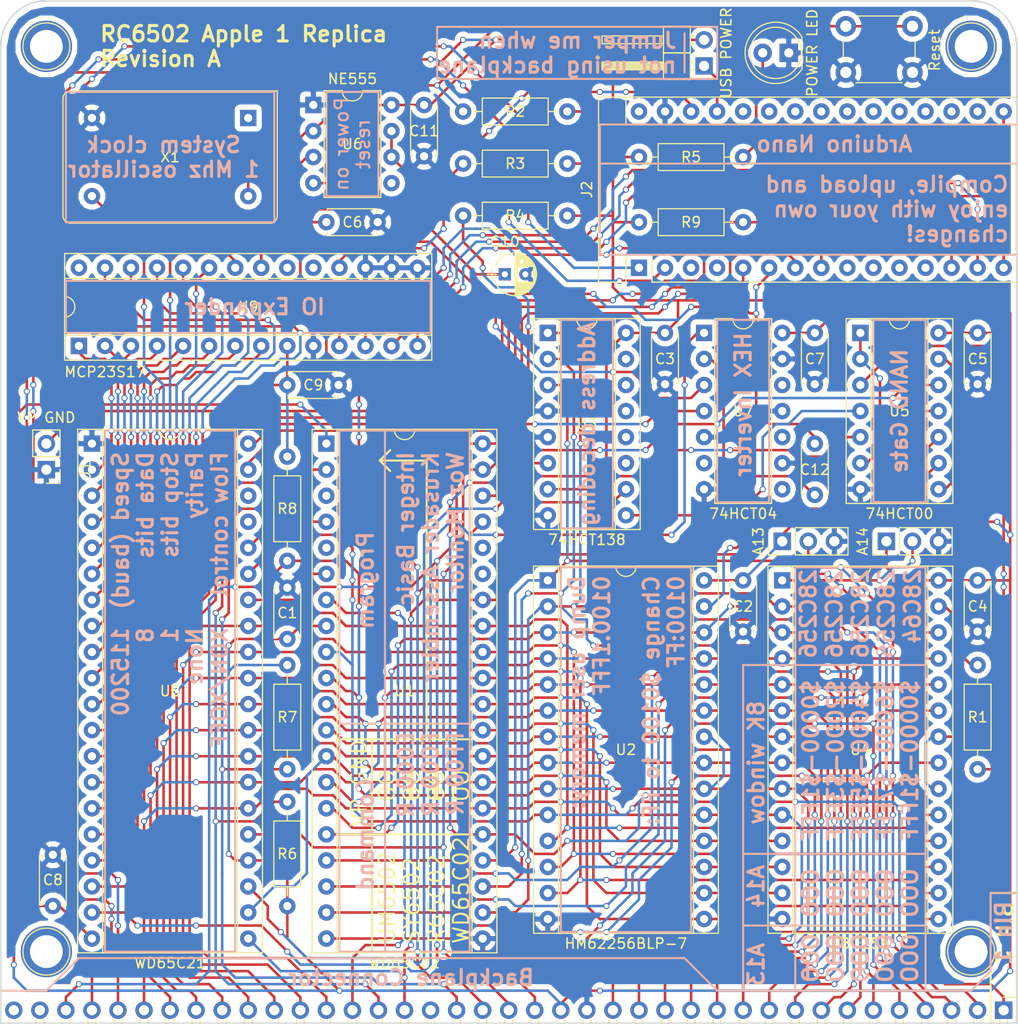
<source format=kicad_pcb>
(kicad_pcb (version 4) (host pcbnew 4.0.6)
  (layers (0 F.Cu signal hide) (31 B.Cu signal hide) (34 B.Paste user) (35 F.Paste user) (36 B.SilkS user hide) (37 F.SilkS user) (38 B.Mask user) (39 F.Mask user) (44 Edge.Cuts user))
  (net 0 "")
  (net 1 GND)
  (net 2 OUT_DA)
  (net 3 VCC)
  (net 4 "Net-(D1-Pad2)")
  (net 5 "Net-(J1-Pad2)")
  (net 6 TX)
  (net 7 RX)
  (net 8 KBD_READY)
  (net 9 KBD_STROBE)
  (net 10 OUT_RDA)
  (net 11 P_RESET)
  (net 12 "Net-(J2-Pad13)")
  (net 13 "Net-(J2-Pad14)")
  (net 14 "Net-(J2-Pad15)")
  (net 15 "Net-(J2-Pad16)")
  (net 16 A15)
  (net 17 A14)
  (net 18 A13)
  (net 19 A12)
  (net 20 A11)
  (net 21 A10)
  (net 22 A9)
  (net 23 A8)
  (net 24 A7)
  (net 25 A6)
  (net 26 A5)
  (net 27 A4)
  (net 28 A3)
  (net 29 A2)
  (net 30 A1)
  (net 31 A0)
  (net 32 PHI2)
  (net 33 RESET)
  (net 34 CLOCK)
  (net 35 IRQ)
  (net 36 RW)
  (net 37 RDY)
  (net 38 SYNC)
  (net 39 D0)
  (net 40 D1)
  (net 41 D2)
  (net 42 D3)
  (net 43 D4)
  (net 44 D5)
  (net 45 D6)
  (net 46 D7)
  (net 47 NMI)
  (net 48 A13_W)
  (net 49 A14_W)
  (net 50 "Net-(R1-Pad1)")
  (net 51 CS_PIA)
  (net 52 CS_ROM)
  (net 53 "Net-(U5-Pad1)")
  (net 54 KBD_D0)
  (net 55 KBD_D1)
  (net 56 KBD_D2)
  (net 57 KBD_D3)
  (net 58 KBD_D4)
  (net 59 KBD_D5)
  (net 60 KBD_D6)
  (net 61 KBD_D7)
  (net 62 OUT_D0)
  (net 63 OUT_D1)
  (net 64 OUT_D2)
  (net 65 OUT_D3)
  (net 66 OUT_D4)
  (net 67 OUT_D5)
  (net 68 OUT_D6)
  (net 69 "Net-(U2-Pad27)")
  (net 70 "Net-(U3-Pad9)")
  (net 71 "Net-(U3-Pad7)")
  (net 72 "Net-(U5-Pad13)")
  (net 73 "Net-(U6-Pad3)")
  (net 74 "Net-(U7-Pad1)")
  (net 75 "Net-(C6-Pad1)")
  (net 76 "Net-(C10-Pad1)")
  (net 77 "Net-(C12-Pad2)")
  (net 78 "Net-(J2-Pad27)")
  (module Housings_DIP:DIP-40_W15.24mm_Socket (layer F.Cu) (at 147.955 82.55)
    (fp_text reference U1 (at 7.62 24.13) (layer F.SilkS))
    (fp_text value WD65C02 (at 7.62 50.65) (layer F.SilkS))
    (pad 1 thru_hole rect (at 0 0) (size 1.6 1.6) (drill 0.8) (layers *.Cu *.Mask) (net 5 "Net-(J1-Pad2)"))
    (pad 21 thru_hole oval (at 15.24 48.26) (size 1.6 1.6) (drill 0.8) (layers *.Cu *.Mask) (net 1 GND))
    (pad 2 thru_hole oval (at 0 2.54) (size 1.6 1.6) (drill 0.8) (layers *.Cu *.Mask) (net 37 RDY))
    (pad 22 thru_hole oval (at 15.24 45.72) (size 1.6 1.6) (drill 0.8) (layers *.Cu *.Mask) (net 19 A12))
    (pad 3 thru_hole oval (at 0 5.08) (size 1.6 1.6) (drill 0.8) (layers *.Cu *.Mask))
    (pad 23 thru_hole oval (at 15.24 43.18) (size 1.6 1.6) (drill 0.8) (layers *.Cu *.Mask) (net 18 A13))
    (pad 4 thru_hole oval (at 0 7.62) (size 1.6 1.6) (drill 0.8) (layers *.Cu *.Mask) (net 35 IRQ))
    (pad 24 thru_hole oval (at 15.24 40.64) (size 1.6 1.6) (drill 0.8) (layers *.Cu *.Mask) (net 17 A14))
    (pad 5 thru_hole oval (at 0 10.16) (size 1.6 1.6) (drill 0.8) (layers *.Cu *.Mask))
    (pad 25 thru_hole oval (at 15.24 38.1) (size 1.6 1.6) (drill 0.8) (layers *.Cu *.Mask) (net 16 A15))
    (pad 6 thru_hole oval (at 0 12.7) (size 1.6 1.6) (drill 0.8) (layers *.Cu *.Mask) (net 47 NMI))
    (pad 26 thru_hole oval (at 15.24 35.56) (size 1.6 1.6) (drill 0.8) (layers *.Cu *.Mask) (net 46 D7))
    (pad 7 thru_hole oval (at 0 15.24) (size 1.6 1.6) (drill 0.8) (layers *.Cu *.Mask) (net 38 SYNC))
    (pad 27 thru_hole oval (at 15.24 33.02) (size 1.6 1.6) (drill 0.8) (layers *.Cu *.Mask) (net 45 D6))
    (pad 8 thru_hole oval (at 0 17.78) (size 1.6 1.6) (drill 0.8) (layers *.Cu *.Mask) (net 3 VCC))
    (pad 28 thru_hole oval (at 15.24 30.48) (size 1.6 1.6) (drill 0.8) (layers *.Cu *.Mask) (net 44 D5))
    (pad 9 thru_hole oval (at 0 20.32) (size 1.6 1.6) (drill 0.8) (layers *.Cu *.Mask) (net 31 A0))
    (pad 29 thru_hole oval (at 15.24 27.94) (size 1.6 1.6) (drill 0.8) (layers *.Cu *.Mask) (net 43 D4))
    (pad 10 thru_hole oval (at 0 22.86) (size 1.6 1.6) (drill 0.8) (layers *.Cu *.Mask) (net 30 A1))
    (pad 30 thru_hole oval (at 15.24 25.4) (size 1.6 1.6) (drill 0.8) (layers *.Cu *.Mask) (net 42 D3))
    (pad 11 thru_hole oval (at 0 25.4) (size 1.6 1.6) (drill 0.8) (layers *.Cu *.Mask) (net 29 A2))
    (pad 31 thru_hole oval (at 15.24 22.86) (size 1.6 1.6) (drill 0.8) (layers *.Cu *.Mask) (net 41 D2))
    (pad 12 thru_hole oval (at 0 27.94) (size 1.6 1.6) (drill 0.8) (layers *.Cu *.Mask) (net 28 A3))
    (pad 32 thru_hole oval (at 15.24 20.32) (size 1.6 1.6) (drill 0.8) (layers *.Cu *.Mask) (net 40 D1))
    (pad 13 thru_hole oval (at 0 30.48) (size 1.6 1.6) (drill 0.8) (layers *.Cu *.Mask) (net 27 A4))
    (pad 33 thru_hole oval (at 15.24 17.78) (size 1.6 1.6) (drill 0.8) (layers *.Cu *.Mask) (net 39 D0))
    (pad 14 thru_hole oval (at 0 33.02) (size 1.6 1.6) (drill 0.8) (layers *.Cu *.Mask) (net 26 A5))
    (pad 34 thru_hole oval (at 15.24 15.24) (size 1.6 1.6) (drill 0.8) (layers *.Cu *.Mask) (net 36 RW))
    (pad 15 thru_hole oval (at 0 35.56) (size 1.6 1.6) (drill 0.8) (layers *.Cu *.Mask) (net 25 A6))
    (pad 35 thru_hole oval (at 15.24 12.7) (size 1.6 1.6) (drill 0.8) (layers *.Cu *.Mask))
    (pad 16 thru_hole oval (at 0 38.1) (size 1.6 1.6) (drill 0.8) (layers *.Cu *.Mask) (net 24 A7))
    (pad 36 thru_hole oval (at 15.24 10.16) (size 1.6 1.6) (drill 0.8) (layers *.Cu *.Mask))
    (pad 17 thru_hole oval (at 0 40.64) (size 1.6 1.6) (drill 0.8) (layers *.Cu *.Mask) (net 23 A8))
    (pad 37 thru_hole oval (at 15.24 7.62) (size 1.6 1.6) (drill 0.8) (layers *.Cu *.Mask) (net 34 CLOCK))
    (pad 18 thru_hole oval (at 0 43.18) (size 1.6 1.6) (drill 0.8) (layers *.Cu *.Mask) (net 22 A9))
    (pad 38 thru_hole oval (at 15.24 5.08) (size 1.6 1.6) (drill 0.8) (layers *.Cu *.Mask) (net 3 VCC))
    (pad 19 thru_hole oval (at 0 45.72) (size 1.6 1.6) (drill 0.8) (layers *.Cu *.Mask) (net 21 A10))
    (pad 39 thru_hole oval (at 15.24 2.54) (size 1.6 1.6) (drill 0.8) (layers *.Cu *.Mask) (net 32 PHI2))
    (pad 20 thru_hole oval (at 0 48.26) (size 1.6 1.6) (drill 0.8) (layers *.Cu *.Mask) (net 20 A11))
    (pad 40 thru_hole oval (at 15.24 0) (size 1.6 1.6) (drill 0.8) (layers *.Cu *.Mask) (net 33 RESET))
  )
  (module Capacitors_THT:C_Disc_D4.7mm_W2.5mm_P5.00mm (layer F.Cu) (at 144.145 101.6 90)
    (fp_text reference C1 (at 2.54 0 180) (layer F.SilkS))
    (fp_text value 100nF)
    (pad 1 thru_hole circle (at 0 0 90) (size 1.6 1.6) (drill 0.8) (layers *.Cu *.Mask) (net 3 VCC))
    (pad 2 thru_hole circle (at 5 0 90) (size 1.6 1.6) (drill 0.8) (layers *.Cu *.Mask) (net 1 GND))
  )
  (module Capacitors_THT:C_Disc_D4.7mm_W2.5mm_P5.00mm (layer F.Cu) (at 188.595 95.885 270)
    (fp_text reference C2 (at 2.54 0 360) (layer F.SilkS))
    (fp_text value 100nF)
    (pad 1 thru_hole circle (at 0 0 270) (size 1.6 1.6) (drill 0.8) (layers *.Cu *.Mask) (net 3 VCC))
    (pad 2 thru_hole circle (at 5 0 270) (size 1.6 1.6) (drill 0.8) (layers *.Cu *.Mask) (net 1 GND))
  )
  (module Capacitors_THT:C_Disc_D4.7mm_W2.5mm_P5.00mm (layer F.Cu) (at 211.455 95.885 270)
    (fp_text reference C4 (at 2.54 0 360) (layer F.SilkS))
    (fp_text value 100nF)
    (pad 1 thru_hole circle (at 0 0 270) (size 1.6 1.6) (drill 0.8) (layers *.Cu *.Mask) (net 3 VCC))
    (pad 2 thru_hole circle (at 5 0 270) (size 1.6 1.6) (drill 0.8) (layers *.Cu *.Mask) (net 1 GND))
  )
  (module Capacitors_THT:C_Disc_D4.7mm_W2.5mm_P5.00mm (layer F.Cu) (at 211.455 71.755 270)
    (fp_text reference C5 (at 2.54 0 360) (layer F.SilkS))
    (fp_text value 100nF)
    (pad 1 thru_hole circle (at 0 0 270) (size 1.6 1.6) (drill 0.8) (layers *.Cu *.Mask) (net 3 VCC))
    (pad 2 thru_hole circle (at 5 0 270) (size 1.6 1.6) (drill 0.8) (layers *.Cu *.Mask) (net 1 GND))
  )
  (module Capacitors_THT:C_Disc_D4.7mm_W2.5mm_P5.00mm (layer F.Cu) (at 147.955 60.96)
    (fp_text reference C6 (at 2.54 0) (layer F.SilkS))
    (fp_text value 100nF)
    (pad 1 thru_hole circle (at 0 0) (size 1.6 1.6) (drill 0.8) (layers *.Cu *.Mask) (net 75 "Net-(C6-Pad1)"))
    (pad 2 thru_hole circle (at 5 0) (size 1.6 1.6) (drill 0.8) (layers *.Cu *.Mask) (net 1 GND))
  )
  (module Capacitors_THT:C_Disc_D4.7mm_W2.5mm_P5.00mm (layer F.Cu) (at 195.58 71.755 270)
    (fp_text reference C7 (at 2.54 0 360) (layer F.SilkS))
    (fp_text value 100nF)
    (pad 1 thru_hole circle (at 0 0 270) (size 1.6 1.6) (drill 0.8) (layers *.Cu *.Mask) (net 3 VCC))
    (pad 2 thru_hole circle (at 5 0 270) (size 1.6 1.6) (drill 0.8) (layers *.Cu *.Mask) (net 1 GND))
  )
  (module Capacitors_THT:C_Disc_D4.7mm_W2.5mm_P5.00mm (layer F.Cu) (at 121.285 127.635 90)
    (fp_text reference C8 (at 2.54 0 180) (layer F.SilkS))
    (fp_text value 100nF)
    (pad 1 thru_hole circle (at 0 0 90) (size 1.6 1.6) (drill 0.8) (layers *.Cu *.Mask) (net 3 VCC))
    (pad 2 thru_hole circle (at 5 0 90) (size 1.6 1.6) (drill 0.8) (layers *.Cu *.Mask) (net 1 GND))
  )
  (module Capacitors_THT:C_Disc_D4.7mm_W2.5mm_P5.00mm (layer F.Cu) (at 144.145 76.835)
    (fp_text reference C9 (at 2.54 0) (layer F.SilkS))
    (fp_text value 100nF)
    (pad 1 thru_hole circle (at 0 0) (size 1.6 1.6) (drill 0.8) (layers *.Cu *.Mask) (net 3 VCC))
    (pad 2 thru_hole circle (at 5 0) (size 1.6 1.6) (drill 0.8) (layers *.Cu *.Mask) (net 1 GND))
  )
  (module Capacitors_THT:C_Disc_D4.7mm_W2.5mm_P5.00mm (layer F.Cu) (at 157.48 49.53 270)
    (fp_text reference C11 (at 2.54 0 360) (layer F.SilkS))
    (fp_text value 100nF)
    (pad 1 thru_hole circle (at 0 0 270) (size 1.6 1.6) (drill 0.8) (layers *.Cu *.Mask) (net 3 VCC))
    (pad 2 thru_hole circle (at 5 0 270) (size 1.6 1.6) (drill 0.8) (layers *.Cu *.Mask) (net 1 GND))
  )
  (module Modules:Arduino_Nano (layer F.Cu) (at 178.435 65.405 90)
    (fp_text reference J2 (at 7.62 -5.08 90) (layer F.SilkS))
    (fp_text value "Arduino Nano")
    (pad 1 thru_hole rect (at 0 0 90) (size 1.6 1.6) (drill 0.8) (layers *.Cu *.Mask) (net 6 TX))
    (pad 17 thru_hole oval (at 15.24 33.02 90) (size 1.6 1.6) (drill 0.8) (layers *.Cu *.Mask))
    (pad 2 thru_hole oval (at 0 2.54 90) (size 1.6 1.6) (drill 0.8) (layers *.Cu *.Mask) (net 7 RX))
    (pad 18 thru_hole oval (at 15.24 30.48 90) (size 1.6 1.6) (drill 0.8) (layers *.Cu *.Mask))
    (pad 3 thru_hole oval (at 0 5.08 90) (size 1.6 1.6) (drill 0.8) (layers *.Cu *.Mask))
    (pad 19 thru_hole oval (at 15.24 27.94 90) (size 1.6 1.6) (drill 0.8) (layers *.Cu *.Mask))
    (pad 4 thru_hole oval (at 0 7.62 90) (size 1.6 1.6) (drill 0.8) (layers *.Cu *.Mask))
    (pad 20 thru_hole oval (at 15.24 25.4 90) (size 1.6 1.6) (drill 0.8) (layers *.Cu *.Mask))
    (pad 5 thru_hole oval (at 0 10.16 90) (size 1.6 1.6) (drill 0.8) (layers *.Cu *.Mask) (net 8 KBD_READY))
    (pad 21 thru_hole oval (at 15.24 22.86 90) (size 1.6 1.6) (drill 0.8) (layers *.Cu *.Mask))
    (pad 6 thru_hole oval (at 0 12.7 90) (size 1.6 1.6) (drill 0.8) (layers *.Cu *.Mask) (net 2 OUT_DA))
    (pad 22 thru_hole oval (at 15.24 20.32 90) (size 1.6 1.6) (drill 0.8) (layers *.Cu *.Mask))
    (pad 7 thru_hole oval (at 0 15.24 90) (size 1.6 1.6) (drill 0.8) (layers *.Cu *.Mask) (net 9 KBD_STROBE))
    (pad 23 thru_hole oval (at 15.24 17.78 90) (size 1.6 1.6) (drill 0.8) (layers *.Cu *.Mask))
    (pad 8 thru_hole oval (at 0 17.78 90) (size 1.6 1.6) (drill 0.8) (layers *.Cu *.Mask) (net 10 OUT_RDA))
    (pad 24 thru_hole oval (at 15.24 15.24 90) (size 1.6 1.6) (drill 0.8) (layers *.Cu *.Mask))
    (pad 9 thru_hole oval (at 0 20.32 90) (size 1.6 1.6) (drill 0.8) (layers *.Cu *.Mask))
    (pad 25 thru_hole oval (at 15.24 12.7 90) (size 1.6 1.6) (drill 0.8) (layers *.Cu *.Mask))
    (pad 10 thru_hole oval (at 0 22.86 90) (size 1.6 1.6) (drill 0.8) (layers *.Cu *.Mask))
    (pad 26 thru_hole oval (at 15.24 10.16 90) (size 1.6 1.6) (drill 0.8) (layers *.Cu *.Mask))
    (pad 11 thru_hole oval (at 0 25.4 90) (size 1.6 1.6) (drill 0.8) (layers *.Cu *.Mask))
    (pad 27 thru_hole oval (at 15.24 7.62 90) (size 1.6 1.6) (drill 0.8) (layers *.Cu *.Mask) (net 78 "Net-(J2-Pad27)"))
    (pad 12 thru_hole oval (at 0 27.94 90) (size 1.6 1.6) (drill 0.8) (layers *.Cu *.Mask))
    (pad 28 thru_hole oval (at 15.24 5.08 90) (size 1.6 1.6) (drill 0.8) (layers *.Cu *.Mask) (net 11 P_RESET))
    (pad 13 thru_hole oval (at 0 30.48 90) (size 1.6 1.6) (drill 0.8) (layers *.Cu *.Mask) (net 12 "Net-(J2-Pad13)"))
    (pad 29 thru_hole oval (at 15.24 2.54 90) (size 1.6 1.6) (drill 0.8) (layers *.Cu *.Mask) (net 1 GND))
    (pad 14 thru_hole oval (at 0 33.02 90) (size 1.6 1.6) (drill 0.8) (layers *.Cu *.Mask) (net 13 "Net-(J2-Pad14)"))
    (pad 30 thru_hole oval (at 15.24 0 90) (size 1.6 1.6) (drill 0.8) (layers *.Cu *.Mask))
    (pad 15 thru_hole oval (at 0 35.56 90) (size 1.6 1.6) (drill 0.8) (layers *.Cu *.Mask) (net 14 "Net-(J2-Pad15)"))
    (pad 16 thru_hole oval (at 15.24 35.56 90) (size 1.6 1.6) (drill 0.8) (layers *.Cu *.Mask) (net 15 "Net-(J2-Pad16)"))
  )
  (module Pin_Headers:Pin_Header_Angled_1x39_Pitch2.54mm (layer F.Cu) (at 213.995 137.795 270)
    (fp_text reference J3 (at 4.315 -2.27 270) (layer F.SilkS))
    (fp_text value Backplane)
    (pad 1 thru_hole rect (at 0 0 270) (size 1.7 1.7) (drill 1) (layers *.Cu *.Mask) (net 16 A15))
    (pad 2 thru_hole oval (at 0 2.54 270) (size 1.7 1.7) (drill 1) (layers *.Cu *.Mask) (net 17 A14))
    (pad 3 thru_hole oval (at 0 5.08 270) (size 1.7 1.7) (drill 1) (layers *.Cu *.Mask) (net 18 A13))
    (pad 4 thru_hole oval (at 0 7.62 270) (size 1.7 1.7) (drill 1) (layers *.Cu *.Mask) (net 19 A12))
    (pad 5 thru_hole oval (at 0 10.16 270) (size 1.7 1.7) (drill 1) (layers *.Cu *.Mask) (net 20 A11))
    (pad 6 thru_hole oval (at 0 12.7 270) (size 1.7 1.7) (drill 1) (layers *.Cu *.Mask) (net 21 A10))
    (pad 7 thru_hole oval (at 0 15.24 270) (size 1.7 1.7) (drill 1) (layers *.Cu *.Mask) (net 22 A9))
    (pad 8 thru_hole oval (at 0 17.78 270) (size 1.7 1.7) (drill 1) (layers *.Cu *.Mask) (net 23 A8))
    (pad 9 thru_hole oval (at 0 20.32 270) (size 1.7 1.7) (drill 1) (layers *.Cu *.Mask) (net 24 A7))
    (pad 10 thru_hole oval (at 0 22.86 270) (size 1.7 1.7) (drill 1) (layers *.Cu *.Mask) (net 25 A6))
    (pad 11 thru_hole oval (at 0 25.4 270) (size 1.7 1.7) (drill 1) (layers *.Cu *.Mask) (net 26 A5))
    (pad 12 thru_hole oval (at 0 27.94 270) (size 1.7 1.7) (drill 1) (layers *.Cu *.Mask) (net 27 A4))
    (pad 13 thru_hole oval (at 0 30.48 270) (size 1.7 1.7) (drill 1) (layers *.Cu *.Mask) (net 28 A3))
    (pad 14 thru_hole oval (at 0 33.02 270) (size 1.7 1.7) (drill 1) (layers *.Cu *.Mask) (net 29 A2))
    (pad 15 thru_hole oval (at 0 35.56 270) (size 1.7 1.7) (drill 1) (layers *.Cu *.Mask) (net 30 A1))
    (pad 16 thru_hole oval (at 0 38.1 270) (size 1.7 1.7) (drill 1) (layers *.Cu *.Mask) (net 31 A0))
    (pad 17 thru_hole oval (at 0 40.64 270) (size 1.7 1.7) (drill 1) (layers *.Cu *.Mask) (net 1 GND))
    (pad 18 thru_hole oval (at 0 43.18 270) (size 1.7 1.7) (drill 1) (layers *.Cu *.Mask) (net 3 VCC))
    (pad 19 thru_hole oval (at 0 45.72 270) (size 1.7 1.7) (drill 1) (layers *.Cu *.Mask) (net 32 PHI2))
    (pad 20 thru_hole oval (at 0 48.26 270) (size 1.7 1.7) (drill 1) (layers *.Cu *.Mask) (net 33 RESET))
    (pad 21 thru_hole oval (at 0 50.8 270) (size 1.7 1.7) (drill 1) (layers *.Cu *.Mask) (net 34 CLOCK))
    (pad 22 thru_hole oval (at 0 53.34 270) (size 1.7 1.7) (drill 1) (layers *.Cu *.Mask) (net 35 IRQ))
    (pad 23 thru_hole oval (at 0 55.88 270) (size 1.7 1.7) (drill 1) (layers *.Cu *.Mask))
    (pad 24 thru_hole oval (at 0 58.42 270) (size 1.7 1.7) (drill 1) (layers *.Cu *.Mask) (net 36 RW))
    (pad 25 thru_hole oval (at 0 60.96 270) (size 1.7 1.7) (drill 1) (layers *.Cu *.Mask) (net 37 RDY))
    (pad 26 thru_hole oval (at 0 63.5 270) (size 1.7 1.7) (drill 1) (layers *.Cu *.Mask) (net 38 SYNC))
    (pad 27 thru_hole oval (at 0 66.04 270) (size 1.7 1.7) (drill 1) (layers *.Cu *.Mask) (net 39 D0))
    (pad 28 thru_hole oval (at 0 68.58 270) (size 1.7 1.7) (drill 1) (layers *.Cu *.Mask) (net 40 D1))
    (pad 29 thru_hole oval (at 0 71.12 270) (size 1.7 1.7) (drill 1) (layers *.Cu *.Mask) (net 41 D2))
    (pad 30 thru_hole oval (at 0 73.66 270) (size 1.7 1.7) (drill 1) (layers *.Cu *.Mask) (net 42 D3))
    (pad 31 thru_hole oval (at 0 76.2 270) (size 1.7 1.7) (drill 1) (layers *.Cu *.Mask) (net 43 D4))
    (pad 32 thru_hole oval (at 0 78.74 270) (size 1.7 1.7) (drill 1) (layers *.Cu *.Mask) (net 44 D5))
    (pad 33 thru_hole oval (at 0 81.28 270) (size 1.7 1.7) (drill 1) (layers *.Cu *.Mask) (net 45 D6))
    (pad 34 thru_hole oval (at 0 83.82 270) (size 1.7 1.7) (drill 1) (layers *.Cu *.Mask) (net 46 D7))
    (pad 35 thru_hole oval (at 0 86.36 270) (size 1.7 1.7) (drill 1) (layers *.Cu *.Mask) (net 6 TX))
    (pad 36 thru_hole oval (at 0 88.9 270) (size 1.7 1.7) (drill 1) (layers *.Cu *.Mask) (net 7 RX))
    (pad 37 thru_hole oval (at 0 91.44 270) (size 1.7 1.7) (drill 1) (layers *.Cu *.Mask) (net 47 NMI))
    (pad 38 thru_hole oval (at 0 93.98 270) (size 1.7 1.7) (drill 1) (layers *.Cu *.Mask))
    (pad 39 thru_hole oval (at 0 96.52 270) (size 1.7 1.7) (drill 1) (layers *.Cu *.Mask))
  )
  (module Resistors_THT:R_Axial_DIN0207_L6.3mm_D2.5mm_P10.16mm_Horizontal (layer F.Cu) (at 211.455 104.14 270)
    (fp_text reference R1 (at 5.08 0 360) (layer F.SilkS))
    (fp_text value 3.3k)
    (pad 1 thru_hole circle (at 0 0 270) (size 1.6 1.6) (drill 0.8) (layers *.Cu *.Mask) (net 50 "Net-(R1-Pad1)"))
    (pad 2 thru_hole oval (at 10.16 0 270) (size 1.6 1.6) (drill 0.8) (layers *.Cu *.Mask) (net 3 VCC))
  )
  (module Resistors_THT:R_Axial_DIN0207_L6.3mm_D2.5mm_P10.16mm_Horizontal (layer F.Cu) (at 171.45 50.165 180)
    (fp_text reference R2 (at 5.08 0 180) (layer F.SilkS))
    (fp_text value 1M)
    (pad 1 thru_hole circle (at 0 0 180) (size 1.6 1.6) (drill 0.8) (layers *.Cu *.Mask) (net 3 VCC))
    (pad 2 thru_hole oval (at 10.16 0 180) (size 1.6 1.6) (drill 0.8) (layers *.Cu *.Mask) (net 75 "Net-(C6-Pad1)"))
  )
  (module Resistors_THT:R_Axial_DIN0207_L6.3mm_D2.5mm_P10.16mm_Horizontal (layer F.Cu) (at 171.45 55.245 180)
    (fp_text reference R3 (at 5.08 0 180) (layer F.SilkS))
    (fp_text value 47k)
    (pad 1 thru_hole circle (at 0 0 180) (size 1.6 1.6) (drill 0.8) (layers *.Cu *.Mask) (net 3 VCC))
    (pad 2 thru_hole oval (at 10.16 0 180) (size 1.6 1.6) (drill 0.8) (layers *.Cu *.Mask) (net 76 "Net-(C10-Pad1)"))
  )
  (module Resistors_THT:R_Axial_DIN0207_L6.3mm_D2.5mm_P10.16mm_Horizontal (layer F.Cu) (at 161.29 60.325)
    (fp_text reference R4 (at 5.08 0) (layer F.SilkS))
    (fp_text value 1k)
    (pad 1 thru_hole circle (at 0 0) (size 1.6 1.6) (drill 0.8) (layers *.Cu *.Mask) (net 33 RESET))
    (pad 2 thru_hole oval (at 10.16 0) (size 1.6 1.6) (drill 0.8) (layers *.Cu *.Mask) (net 3 VCC))
  )
  (module Resistors_THT:R_Axial_DIN0207_L6.3mm_D2.5mm_P10.16mm_Horizontal (layer F.Cu) (at 178.435 54.61)
    (fp_text reference R5 (at 5.08 0) (layer F.SilkS))
    (fp_text value 330)
    (pad 1 thru_hole circle (at 0 0) (size 1.6 1.6) (drill 0.8) (layers *.Cu *.Mask) (net 3 VCC))
    (pad 2 thru_hole oval (at 10.16 0) (size 1.6 1.6) (drill 0.8) (layers *.Cu *.Mask) (net 4 "Net-(D1-Pad2)"))
  )
  (module Resistors_THT:R_Axial_DIN0207_L6.3mm_D2.5mm_P10.16mm_Horizontal (layer F.Cu) (at 144.145 117.475 270)
    (fp_text reference R6 (at 5.08 0 360) (layer F.SilkS))
    (fp_text value 3.3k)
    (pad 1 thru_hole circle (at 0 0 270) (size 1.6 1.6) (drill 0.8) (layers *.Cu *.Mask) (net 37 RDY))
    (pad 2 thru_hole oval (at 10.16 0 270) (size 1.6 1.6) (drill 0.8) (layers *.Cu *.Mask) (net 3 VCC))
  )
  (module Resistors_THT:R_Axial_DIN0207_L6.3mm_D2.5mm_P10.16mm_Horizontal (layer F.Cu) (at 144.145 114.3 90)
    (fp_text reference R7 (at 5.08 0 180) (layer F.SilkS))
    (fp_text value 3.3k)
    (pad 1 thru_hole circle (at 0 0 90) (size 1.6 1.6) (drill 0.8) (layers *.Cu *.Mask) (net 35 IRQ))
    (pad 2 thru_hole oval (at 10.16 0 90) (size 1.6 1.6) (drill 0.8) (layers *.Cu *.Mask) (net 3 VCC))
  )
  (module Resistors_THT:R_Axial_DIN0207_L6.3mm_D2.5mm_P10.16mm_Horizontal (layer F.Cu) (at 144.145 93.98 90)
    (fp_text reference R8 (at 5.08 0 180) (layer F.SilkS))
    (fp_text value 3.3k)
    (pad 1 thru_hole circle (at 0 0 90) (size 1.6 1.6) (drill 0.8) (layers *.Cu *.Mask) (net 47 NMI))
    (pad 2 thru_hole oval (at 10.16 0 90) (size 1.6 1.6) (drill 0.8) (layers *.Cu *.Mask) (net 3 VCC))
  )
  (module Resistors_THT:R_Axial_DIN0207_L6.3mm_D2.5mm_P10.16mm_Horizontal (layer F.Cu) (at 178.435 60.96)
    (fp_text reference R9 (at 5.08 0) (layer F.SilkS))
    (fp_text value 10k)
    (pad 1 thru_hole circle (at 0 0) (size 1.6 1.6) (drill 0.8) (layers *.Cu *.Mask) (net 3 VCC))
    (pad 2 thru_hole oval (at 10.16 0) (size 1.6 1.6) (drill 0.8) (layers *.Cu *.Mask) (net 12 "Net-(J2-Pad13)"))
  )
  (module Buttons_Switches_THT:SW_PUSH_6mm (layer F.Cu) (at 205.105 46.355 180)
    (fp_text reference SW1 (at 0 8.255 180) (layer F.SilkS))
    (fp_text value RESET)
    (pad 2 thru_hole circle (at 0 4.5 270) (size 2 2) (drill 1.1) (layers *.Cu *.Mask) (net 75 "Net-(C6-Pad1)"))
    (pad 1 thru_hole circle (at 0 0 270) (size 2 2) (drill 1.1) (layers *.Cu *.Mask) (net 1 GND))
    (pad 2 thru_hole circle (at 6.5 4.5 270) (size 2 2) (drill 1.1) (layers *.Cu *.Mask) (net 75 "Net-(C6-Pad1)"))
    (pad 1 thru_hole circle (at 6.5 0 270) (size 2 2) (drill 1.1) (layers *.Cu *.Mask) (net 1 GND))
  )
  (module Housings_DIP:DIP-28_W15.24mm_Socket (layer F.Cu) (at 169.545 95.885)
    (fp_text reference U2 (at 7.62 16.51) (layer F.SilkS))
    (fp_text value HM62256BLP-7 (at 7.62 35.41) (layer F.SilkS))
    (pad 1 thru_hole rect (at 0 0) (size 1.6 1.6) (drill 0.8) (layers *.Cu *.Mask) (net 17 A14))
    (pad 15 thru_hole oval (at 15.24 33.02) (size 1.6 1.6) (drill 0.8) (layers *.Cu *.Mask) (net 42 D3))
    (pad 2 thru_hole oval (at 0 2.54) (size 1.6 1.6) (drill 0.8) (layers *.Cu *.Mask) (net 19 A12))
    (pad 16 thru_hole oval (at 15.24 30.48) (size 1.6 1.6) (drill 0.8) (layers *.Cu *.Mask) (net 43 D4))
    (pad 3 thru_hole oval (at 0 5.08) (size 1.6 1.6) (drill 0.8) (layers *.Cu *.Mask) (net 24 A7))
    (pad 17 thru_hole oval (at 15.24 27.94) (size 1.6 1.6) (drill 0.8) (layers *.Cu *.Mask) (net 44 D5))
    (pad 4 thru_hole oval (at 0 7.62) (size 1.6 1.6) (drill 0.8) (layers *.Cu *.Mask) (net 25 A6))
    (pad 18 thru_hole oval (at 15.24 25.4) (size 1.6 1.6) (drill 0.8) (layers *.Cu *.Mask) (net 45 D6))
    (pad 5 thru_hole oval (at 0 10.16) (size 1.6 1.6) (drill 0.8) (layers *.Cu *.Mask) (net 26 A5))
    (pad 19 thru_hole oval (at 15.24 22.86) (size 1.6 1.6) (drill 0.8) (layers *.Cu *.Mask) (net 46 D7))
    (pad 6 thru_hole oval (at 0 12.7) (size 1.6 1.6) (drill 0.8) (layers *.Cu *.Mask) (net 27 A4))
    (pad 20 thru_hole oval (at 15.24 20.32) (size 1.6 1.6) (drill 0.8) (layers *.Cu *.Mask) (net 16 A15))
    (pad 7 thru_hole oval (at 0 15.24) (size 1.6 1.6) (drill 0.8) (layers *.Cu *.Mask) (net 28 A3))
    (pad 21 thru_hole oval (at 15.24 17.78) (size 1.6 1.6) (drill 0.8) (layers *.Cu *.Mask) (net 21 A10))
    (pad 8 thru_hole oval (at 0 17.78) (size 1.6 1.6) (drill 0.8) (layers *.Cu *.Mask) (net 29 A2))
    (pad 22 thru_hole oval (at 15.24 15.24) (size 1.6 1.6) (drill 0.8) (layers *.Cu *.Mask) (net 16 A15))
    (pad 9 thru_hole oval (at 0 20.32) (size 1.6 1.6) (drill 0.8) (layers *.Cu *.Mask) (net 30 A1))
    (pad 23 thru_hole oval (at 15.24 12.7) (size 1.6 1.6) (drill 0.8) (layers *.Cu *.Mask) (net 20 A11))
    (pad 10 thru_hole oval (at 0 22.86) (size 1.6 1.6) (drill 0.8) (layers *.Cu *.Mask) (net 31 A0))
    (pad 24 thru_hole oval (at 15.24 10.16) (size 1.6 1.6) (drill 0.8) (layers *.Cu *.Mask) (net 22 A9))
    (pad 11 thru_hole oval (at 0 25.4) (size 1.6 1.6) (drill 0.8) (layers *.Cu *.Mask) (net 39 D0))
    (pad 25 thru_hole oval (at 15.24 7.62) (size 1.6 1.6) (drill 0.8) (layers *.Cu *.Mask) (net 23 A8))
    (pad 12 thru_hole oval (at 0 27.94) (size 1.6 1.6) (drill 0.8) (layers *.Cu *.Mask) (net 40 D1))
    (pad 26 thru_hole oval (at 15.24 5.08) (size 1.6 1.6) (drill 0.8) (layers *.Cu *.Mask) (net 18 A13))
    (pad 13 thru_hole oval (at 0 30.48) (size 1.6 1.6) (drill 0.8) (layers *.Cu *.Mask) (net 41 D2))
    (pad 27 thru_hole oval (at 15.24 2.54) (size 1.6 1.6) (drill 0.8) (layers *.Cu *.Mask) (net 69 "Net-(U2-Pad27)"))
    (pad 14 thru_hole oval (at 0 33.02) (size 1.6 1.6) (drill 0.8) (layers *.Cu *.Mask) (net 1 GND))
    (pad 28 thru_hole oval (at 15.24 0) (size 1.6 1.6) (drill 0.8) (layers *.Cu *.Mask) (net 3 VCC))
  )
  (module Housings_DIP:DIP-14_W7.62mm_Socket (layer F.Cu) (at 200.025 71.755)
    (fp_text reference U5 (at 3.81 7.62) (layer F.SilkS))
    (fp_text value 74HCT00 (at 3.81 17.63) (layer F.SilkS))
    (pad 1 thru_hole rect (at 0 0) (size 1.6 1.6) (drill 0.8) (layers *.Cu *.Mask) (net 53 "Net-(U5-Pad1)"))
    (pad 8 thru_hole oval (at 7.62 15.24) (size 1.6 1.6) (drill 0.8) (layers *.Cu *.Mask) (net 72 "Net-(U5-Pad13)"))
    (pad 2 thru_hole oval (at 0 2.54) (size 1.6 1.6) (drill 0.8) (layers *.Cu *.Mask) (net 53 "Net-(U5-Pad1)"))
    (pad 9 thru_hole oval (at 7.62 12.7) (size 1.6 1.6) (drill 0.8) (layers *.Cu *.Mask) (net 36 RW))
    (pad 3 thru_hole oval (at 0 5.08) (size 1.6 1.6) (drill 0.8) (layers *.Cu *.Mask) (net 52 CS_ROM))
    (pad 10 thru_hole oval (at 7.62 10.16) (size 1.6 1.6) (drill 0.8) (layers *.Cu *.Mask) (net 36 RW))
    (pad 4 thru_hole oval (at 0 7.62) (size 1.6 1.6) (drill 0.8) (layers *.Cu *.Mask) (net 70 "Net-(U3-Pad9)"))
    (pad 11 thru_hole oval (at 7.62 7.62) (size 1.6 1.6) (drill 0.8) (layers *.Cu *.Mask) (net 69 "Net-(U2-Pad27)"))
    (pad 5 thru_hole oval (at 0 10.16) (size 1.6 1.6) (drill 0.8) (layers *.Cu *.Mask) (net 71 "Net-(U3-Pad7)"))
    (pad 12 thru_hole oval (at 7.62 5.08) (size 1.6 1.6) (drill 0.8) (layers *.Cu *.Mask) (net 32 PHI2))
    (pad 6 thru_hole oval (at 0 12.7) (size 1.6 1.6) (drill 0.8) (layers *.Cu *.Mask) (net 53 "Net-(U5-Pad1)"))
    (pad 13 thru_hole oval (at 7.62 2.54) (size 1.6 1.6) (drill 0.8) (layers *.Cu *.Mask) (net 72 "Net-(U5-Pad13)"))
    (pad 7 thru_hole oval (at 0 15.24) (size 1.6 1.6) (drill 0.8) (layers *.Cu *.Mask) (net 1 GND))
    (pad 14 thru_hole oval (at 7.62 0) (size 1.6 1.6) (drill 0.8) (layers *.Cu *.Mask) (net 3 VCC))
  )
  (module Housings_DIP:DIP-14_W7.62mm (layer F.Cu) (at 184.785 71.755)
    (fp_text reference U7 (at 3.81 7.62) (layer F.SilkS))
    (fp_text value 74HCT04 (at 3.81 17.63) (layer F.SilkS))
    (pad 1 thru_hole rect (at 0 0) (size 1.6 1.6) (drill 0.8) (layers *.Cu *.Mask) (net 74 "Net-(U7-Pad1)"))
    (pad 8 thru_hole oval (at 7.62 15.24) (size 1.6 1.6) (drill 0.8) (layers *.Cu *.Mask))
    (pad 2 thru_hole oval (at 0 2.54) (size 1.6 1.6) (drill 0.8) (layers *.Cu *.Mask) (net 77 "Net-(C12-Pad2)"))
    (pad 9 thru_hole oval (at 7.62 12.7) (size 1.6 1.6) (drill 0.8) (layers *.Cu *.Mask) (net 1 GND))
    (pad 3 thru_hole oval (at 0 5.08) (size 1.6 1.6) (drill 0.8) (layers *.Cu *.Mask) (net 73 "Net-(U6-Pad3)"))
    (pad 10 thru_hole oval (at 7.62 10.16) (size 1.6 1.6) (drill 0.8) (layers *.Cu *.Mask))
    (pad 4 thru_hole oval (at 0 7.62) (size 1.6 1.6) (drill 0.8) (layers *.Cu *.Mask) (net 33 RESET))
    (pad 11 thru_hole oval (at 7.62 7.62) (size 1.6 1.6) (drill 0.8) (layers *.Cu *.Mask) (net 1 GND))
    (pad 5 thru_hole oval (at 0 10.16) (size 1.6 1.6) (drill 0.8) (layers *.Cu *.Mask) (net 1 GND))
    (pad 12 thru_hole oval (at 7.62 5.08) (size 1.6 1.6) (drill 0.8) (layers *.Cu *.Mask))
    (pad 6 thru_hole oval (at 0 12.7) (size 1.6 1.6) (drill 0.8) (layers *.Cu *.Mask))
    (pad 13 thru_hole oval (at 7.62 2.54) (size 1.6 1.6) (drill 0.8) (layers *.Cu *.Mask) (net 1 GND))
    (pad 7 thru_hole oval (at 0 15.24) (size 1.6 1.6) (drill 0.8) (layers *.Cu *.Mask) (net 1 GND))
    (pad 14 thru_hole oval (at 7.62 0) (size 1.6 1.6) (drill 0.8) (layers *.Cu *.Mask) (net 3 VCC))
  )
  (module Housings_DIP:DIP-40_W15.24mm_Socket (layer F.Cu) (at 125.095 82.55)
    (fp_text reference U8 (at 7.62 24.13) (layer F.SilkS))
    (fp_text value WD65C21 (at 7.62 50.65) (layer F.SilkS))
    (pad 1 thru_hole rect (at 0 0) (size 1.6 1.6) (drill 0.8) (layers *.Cu *.Mask) (net 1 GND))
    (pad 21 thru_hole oval (at 15.24 48.26) (size 1.6 1.6) (drill 0.8) (layers *.Cu *.Mask) (net 36 RW))
    (pad 2 thru_hole oval (at 0 2.54) (size 1.6 1.6) (drill 0.8) (layers *.Cu *.Mask) (net 54 KBD_D0))
    (pad 22 thru_hole oval (at 15.24 45.72) (size 1.6 1.6) (drill 0.8) (layers *.Cu *.Mask) (net 27 A4))
    (pad 3 thru_hole oval (at 0 5.08) (size 1.6 1.6) (drill 0.8) (layers *.Cu *.Mask) (net 55 KBD_D1))
    (pad 23 thru_hole oval (at 15.24 43.18) (size 1.6 1.6) (drill 0.8) (layers *.Cu *.Mask) (net 51 CS_PIA))
    (pad 4 thru_hole oval (at 0 7.62) (size 1.6 1.6) (drill 0.8) (layers *.Cu *.Mask) (net 56 KBD_D2))
    (pad 24 thru_hole oval (at 15.24 40.64) (size 1.6 1.6) (drill 0.8) (layers *.Cu *.Mask) (net 3 VCC))
    (pad 5 thru_hole oval (at 0 10.16) (size 1.6 1.6) (drill 0.8) (layers *.Cu *.Mask) (net 57 KBD_D3))
    (pad 25 thru_hole oval (at 15.24 38.1) (size 1.6 1.6) (drill 0.8) (layers *.Cu *.Mask) (net 32 PHI2))
    (pad 6 thru_hole oval (at 0 12.7) (size 1.6 1.6) (drill 0.8) (layers *.Cu *.Mask) (net 58 KBD_D4))
    (pad 26 thru_hole oval (at 15.24 35.56) (size 1.6 1.6) (drill 0.8) (layers *.Cu *.Mask) (net 46 D7))
    (pad 7 thru_hole oval (at 0 15.24) (size 1.6 1.6) (drill 0.8) (layers *.Cu *.Mask) (net 59 KBD_D5))
    (pad 27 thru_hole oval (at 15.24 33.02) (size 1.6 1.6) (drill 0.8) (layers *.Cu *.Mask) (net 45 D6))
    (pad 8 thru_hole oval (at 0 17.78) (size 1.6 1.6) (drill 0.8) (layers *.Cu *.Mask) (net 60 KBD_D6))
    (pad 28 thru_hole oval (at 15.24 30.48) (size 1.6 1.6) (drill 0.8) (layers *.Cu *.Mask) (net 44 D5))
    (pad 9 thru_hole oval (at 0 20.32) (size 1.6 1.6) (drill 0.8) (layers *.Cu *.Mask) (net 61 KBD_D7))
    (pad 29 thru_hole oval (at 15.24 27.94) (size 1.6 1.6) (drill 0.8) (layers *.Cu *.Mask) (net 43 D4))
    (pad 10 thru_hole oval (at 0 22.86) (size 1.6 1.6) (drill 0.8) (layers *.Cu *.Mask) (net 62 OUT_D0))
    (pad 30 thru_hole oval (at 15.24 25.4) (size 1.6 1.6) (drill 0.8) (layers *.Cu *.Mask) (net 42 D3))
    (pad 11 thru_hole oval (at 0 25.4) (size 1.6 1.6) (drill 0.8) (layers *.Cu *.Mask) (net 63 OUT_D1))
    (pad 31 thru_hole oval (at 15.24 22.86) (size 1.6 1.6) (drill 0.8) (layers *.Cu *.Mask) (net 41 D2))
    (pad 12 thru_hole oval (at 0 27.94) (size 1.6 1.6) (drill 0.8) (layers *.Cu *.Mask) (net 64 OUT_D2))
    (pad 32 thru_hole oval (at 15.24 20.32) (size 1.6 1.6) (drill 0.8) (layers *.Cu *.Mask) (net 40 D1))
    (pad 13 thru_hole oval (at 0 30.48) (size 1.6 1.6) (drill 0.8) (layers *.Cu *.Mask) (net 65 OUT_D3))
    (pad 33 thru_hole oval (at 15.24 17.78) (size 1.6 1.6) (drill 0.8) (layers *.Cu *.Mask) (net 39 D0))
    (pad 14 thru_hole oval (at 0 33.02) (size 1.6 1.6) (drill 0.8) (layers *.Cu *.Mask) (net 66 OUT_D4))
    (pad 34 thru_hole oval (at 15.24 15.24) (size 1.6 1.6) (drill 0.8) (layers *.Cu *.Mask) (net 33 RESET))
    (pad 15 thru_hole oval (at 0 35.56) (size 1.6 1.6) (drill 0.8) (layers *.Cu *.Mask) (net 67 OUT_D5))
    (pad 35 thru_hole oval (at 15.24 12.7) (size 1.6 1.6) (drill 0.8) (layers *.Cu *.Mask) (net 30 A1))
    (pad 16 thru_hole oval (at 0 38.1) (size 1.6 1.6) (drill 0.8) (layers *.Cu *.Mask) (net 68 OUT_D6))
    (pad 36 thru_hole oval (at 15.24 10.16) (size 1.6 1.6) (drill 0.8) (layers *.Cu *.Mask) (net 31 A0))
    (pad 17 thru_hole oval (at 0 40.64) (size 1.6 1.6) (drill 0.8) (layers *.Cu *.Mask) (net 2 OUT_DA))
    (pad 37 thru_hole oval (at 15.24 7.62) (size 1.6 1.6) (drill 0.8) (layers *.Cu *.Mask))
    (pad 18 thru_hole oval (at 0 43.18) (size 1.6 1.6) (drill 0.8) (layers *.Cu *.Mask) (net 10 OUT_RDA))
    (pad 38 thru_hole oval (at 15.24 5.08) (size 1.6 1.6) (drill 0.8) (layers *.Cu *.Mask))
    (pad 19 thru_hole oval (at 0 45.72) (size 1.6 1.6) (drill 0.8) (layers *.Cu *.Mask) (net 74 "Net-(U7-Pad1)"))
    (pad 39 thru_hole oval (at 15.24 2.54) (size 1.6 1.6) (drill 0.8) (layers *.Cu *.Mask) (net 8 KBD_READY))
    (pad 20 thru_hole oval (at 0 48.26) (size 1.6 1.6) (drill 0.8) (layers *.Cu *.Mask) (net 3 VCC))
    (pad 40 thru_hole oval (at 15.24 0) (size 1.6 1.6) (drill 0.8) (layers *.Cu *.Mask) (net 9 KBD_STROBE))
  )
  (module Housings_DIP:DIP-28_W7.62mm_Socket (layer F.Cu) (at 123.825 73.025 90)
    (fp_text reference U9 (at 3.81 16.51 180) (layer F.SilkS))
    (fp_text value MCP23S17 (at -2.54 2.54 180) (layer F.SilkS))
    (pad 1 thru_hole rect (at 0 0 90) (size 1.6 1.6) (drill 0.8) (layers *.Cu *.Mask) (net 54 KBD_D0))
    (pad 15 thru_hole oval (at 7.62 33.02 90) (size 1.6 1.6) (drill 0.8) (layers *.Cu *.Mask) (net 1 GND))
    (pad 2 thru_hole oval (at 0 2.54 90) (size 1.6 1.6) (drill 0.8) (layers *.Cu *.Mask) (net 55 KBD_D1))
    (pad 16 thru_hole oval (at 7.62 30.48 90) (size 1.6 1.6) (drill 0.8) (layers *.Cu *.Mask) (net 1 GND))
    (pad 3 thru_hole oval (at 0 5.08 90) (size 1.6 1.6) (drill 0.8) (layers *.Cu *.Mask) (net 56 KBD_D2))
    (pad 17 thru_hole oval (at 7.62 27.94 90) (size 1.6 1.6) (drill 0.8) (layers *.Cu *.Mask) (net 1 GND))
    (pad 4 thru_hole oval (at 0 7.62 90) (size 1.6 1.6) (drill 0.8) (layers *.Cu *.Mask) (net 57 KBD_D3))
    (pad 18 thru_hole oval (at 7.62 25.4 90) (size 1.6 1.6) (drill 0.8) (layers *.Cu *.Mask) (net 11 P_RESET))
    (pad 5 thru_hole oval (at 0 10.16 90) (size 1.6 1.6) (drill 0.8) (layers *.Cu *.Mask) (net 58 KBD_D4))
    (pad 19 thru_hole oval (at 7.62 22.86 90) (size 1.6 1.6) (drill 0.8) (layers *.Cu *.Mask))
    (pad 6 thru_hole oval (at 0 12.7 90) (size 1.6 1.6) (drill 0.8) (layers *.Cu *.Mask) (net 59 KBD_D5))
    (pad 20 thru_hole oval (at 7.62 20.32 90) (size 1.6 1.6) (drill 0.8) (layers *.Cu *.Mask))
    (pad 7 thru_hole oval (at 0 15.24 90) (size 1.6 1.6) (drill 0.8) (layers *.Cu *.Mask) (net 60 KBD_D6))
    (pad 21 thru_hole oval (at 7.62 17.78 90) (size 1.6 1.6) (drill 0.8) (layers *.Cu *.Mask) (net 62 OUT_D0))
    (pad 8 thru_hole oval (at 0 17.78 90) (size 1.6 1.6) (drill 0.8) (layers *.Cu *.Mask) (net 61 KBD_D7))
    (pad 22 thru_hole oval (at 7.62 15.24 90) (size 1.6 1.6) (drill 0.8) (layers *.Cu *.Mask) (net 63 OUT_D1))
    (pad 9 thru_hole oval (at 0 20.32 90) (size 1.6 1.6) (drill 0.8) (layers *.Cu *.Mask) (net 3 VCC))
    (pad 23 thru_hole oval (at 7.62 12.7 90) (size 1.6 1.6) (drill 0.8) (layers *.Cu *.Mask) (net 64 OUT_D2))
    (pad 10 thru_hole oval (at 0 22.86 90) (size 1.6 1.6) (drill 0.8) (layers *.Cu *.Mask) (net 1 GND))
    (pad 24 thru_hole oval (at 7.62 10.16 90) (size 1.6 1.6) (drill 0.8) (layers *.Cu *.Mask) (net 65 OUT_D3))
    (pad 11 thru_hole oval (at 0 25.4 90) (size 1.6 1.6) (drill 0.8) (layers *.Cu *.Mask) (net 12 "Net-(J2-Pad13)"))
    (pad 25 thru_hole oval (at 7.62 7.62 90) (size 1.6 1.6) (drill 0.8) (layers *.Cu *.Mask) (net 66 OUT_D4))
    (pad 12 thru_hole oval (at 0 27.94 90) (size 1.6 1.6) (drill 0.8) (layers *.Cu *.Mask) (net 15 "Net-(J2-Pad16)"))
    (pad 26 thru_hole oval (at 7.62 5.08 90) (size 1.6 1.6) (drill 0.8) (layers *.Cu *.Mask) (net 67 OUT_D5))
    (pad 13 thru_hole oval (at 0 30.48 90) (size 1.6 1.6) (drill 0.8) (layers *.Cu *.Mask) (net 13 "Net-(J2-Pad14)"))
    (pad 27 thru_hole oval (at 7.62 2.54 90) (size 1.6 1.6) (drill 0.8) (layers *.Cu *.Mask) (net 68 OUT_D6))
    (pad 14 thru_hole oval (at 0 33.02 90) (size 1.6 1.6) (drill 0.8) (layers *.Cu *.Mask) (net 14 "Net-(J2-Pad15)"))
    (pad 28 thru_hole oval (at 7.62 0 90) (size 1.6 1.6) (drill 0.8) (layers *.Cu *.Mask))
  )
  (module Oscillators:Oscillator_DIP-14 (layer F.Cu) (at 140.335 50.8 180)
    (fp_text reference X1 (at 7.62 -3.81 180) (layer F.SilkS))
    (fp_text value 1MHz)
    (pad 1 thru_hole rect (at 0 0 180) (size 1.6 1.6) (drill 0.8) (layers *.Cu *.Mask))
    (pad 14 thru_hole circle (at 0 -7.62 180) (size 1.6 1.6) (drill 0.8) (layers *.Cu *.Mask) (net 3 VCC))
    (pad 8 thru_hole circle (at 15.24 -7.62 180) (size 1.6 1.6) (drill 0.8) (layers *.Cu *.Mask) (net 34 CLOCK))
    (pad 7 thru_hole circle (at 15.24 0 180) (size 1.6 1.6) (drill 0.8) (layers *.Cu *.Mask) (net 1 GND))
  )
  (module Housings_DIP:DIP-16_W7.62mm_Socket (layer F.Cu) (at 169.545 71.755)
    (fp_text reference U3 (at 3.81 8.89) (layer F.SilkS))
    (fp_text value 74HCT138 (at 3.81 20.17) (layer F.SilkS))
    (pad 1 thru_hole rect (at 0 0) (size 1.6 1.6) (drill 0.8) (layers *.Cu *.Mask) (net 19 A12))
    (pad 9 thru_hole oval (at 7.62 17.78) (size 1.6 1.6) (drill 0.8) (layers *.Cu *.Mask) (net 70 "Net-(U3-Pad9)"))
    (pad 2 thru_hole oval (at 0 2.54) (size 1.6 1.6) (drill 0.8) (layers *.Cu *.Mask) (net 18 A13))
    (pad 10 thru_hole oval (at 7.62 15.24) (size 1.6 1.6) (drill 0.8) (layers *.Cu *.Mask) (net 51 CS_PIA))
    (pad 3 thru_hole oval (at 0 5.08) (size 1.6 1.6) (drill 0.8) (layers *.Cu *.Mask) (net 17 A14))
    (pad 11 thru_hole oval (at 7.62 12.7) (size 1.6 1.6) (drill 0.8) (layers *.Cu *.Mask))
    (pad 4 thru_hole oval (at 0 7.62) (size 1.6 1.6) (drill 0.8) (layers *.Cu *.Mask) (net 1 GND))
    (pad 12 thru_hole oval (at 7.62 10.16) (size 1.6 1.6) (drill 0.8) (layers *.Cu *.Mask))
    (pad 5 thru_hole oval (at 0 10.16) (size 1.6 1.6) (drill 0.8) (layers *.Cu *.Mask) (net 1 GND))
    (pad 13 thru_hole oval (at 7.62 7.62) (size 1.6 1.6) (drill 0.8) (layers *.Cu *.Mask))
    (pad 6 thru_hole oval (at 0 12.7) (size 1.6 1.6) (drill 0.8) (layers *.Cu *.Mask) (net 16 A15))
    (pad 14 thru_hole oval (at 7.62 5.08) (size 1.6 1.6) (drill 0.8) (layers *.Cu *.Mask))
    (pad 7 thru_hole oval (at 0 15.24) (size 1.6 1.6) (drill 0.8) (layers *.Cu *.Mask) (net 71 "Net-(U3-Pad7)"))
    (pad 15 thru_hole oval (at 7.62 2.54) (size 1.6 1.6) (drill 0.8) (layers *.Cu *.Mask))
    (pad 8 thru_hole oval (at 0 17.78) (size 1.6 1.6) (drill 0.8) (layers *.Cu *.Mask) (net 1 GND))
    (pad 16 thru_hole oval (at 7.62 0) (size 1.6 1.6) (drill 0.8) (layers *.Cu *.Mask) (net 3 VCC))
  )
  (module Housings_DIP:DIP-28_W15.24mm_Socket (layer F.Cu) (at 192.405 95.885)
    (fp_text reference U4 (at 7.62 16.51) (layer F.SilkS))
    (fp_text value 28C256 (at 7.62 35.41) (layer F.SilkS))
    (pad 1 thru_hole rect (at 0 0) (size 1.6 1.6) (drill 0.8) (layers *.Cu *.Mask) (net 49 A14_W))
    (pad 15 thru_hole oval (at 15.24 33.02) (size 1.6 1.6) (drill 0.8) (layers *.Cu *.Mask) (net 42 D3))
    (pad 2 thru_hole oval (at 0 2.54) (size 1.6 1.6) (drill 0.8) (layers *.Cu *.Mask) (net 19 A12))
    (pad 16 thru_hole oval (at 15.24 30.48) (size 1.6 1.6) (drill 0.8) (layers *.Cu *.Mask) (net 43 D4))
    (pad 3 thru_hole oval (at 0 5.08) (size 1.6 1.6) (drill 0.8) (layers *.Cu *.Mask) (net 24 A7))
    (pad 17 thru_hole oval (at 15.24 27.94) (size 1.6 1.6) (drill 0.8) (layers *.Cu *.Mask) (net 44 D5))
    (pad 4 thru_hole oval (at 0 7.62) (size 1.6 1.6) (drill 0.8) (layers *.Cu *.Mask) (net 25 A6))
    (pad 18 thru_hole oval (at 15.24 25.4) (size 1.6 1.6) (drill 0.8) (layers *.Cu *.Mask) (net 45 D6))
    (pad 5 thru_hole oval (at 0 10.16) (size 1.6 1.6) (drill 0.8) (layers *.Cu *.Mask) (net 26 A5))
    (pad 19 thru_hole oval (at 15.24 22.86) (size 1.6 1.6) (drill 0.8) (layers *.Cu *.Mask) (net 46 D7))
    (pad 6 thru_hole oval (at 0 12.7) (size 1.6 1.6) (drill 0.8) (layers *.Cu *.Mask) (net 27 A4))
    (pad 20 thru_hole oval (at 15.24 20.32) (size 1.6 1.6) (drill 0.8) (layers *.Cu *.Mask) (net 52 CS_ROM))
    (pad 7 thru_hole oval (at 0 15.24) (size 1.6 1.6) (drill 0.8) (layers *.Cu *.Mask) (net 28 A3))
    (pad 21 thru_hole oval (at 15.24 17.78) (size 1.6 1.6) (drill 0.8) (layers *.Cu *.Mask) (net 21 A10))
    (pad 8 thru_hole oval (at 0 17.78) (size 1.6 1.6) (drill 0.8) (layers *.Cu *.Mask) (net 29 A2))
    (pad 22 thru_hole oval (at 15.24 15.24) (size 1.6 1.6) (drill 0.8) (layers *.Cu *.Mask) (net 52 CS_ROM))
    (pad 9 thru_hole oval (at 0 20.32) (size 1.6 1.6) (drill 0.8) (layers *.Cu *.Mask) (net 30 A1))
    (pad 23 thru_hole oval (at 15.24 12.7) (size 1.6 1.6) (drill 0.8) (layers *.Cu *.Mask) (net 20 A11))
    (pad 10 thru_hole oval (at 0 22.86) (size 1.6 1.6) (drill 0.8) (layers *.Cu *.Mask) (net 31 A0))
    (pad 24 thru_hole oval (at 15.24 10.16) (size 1.6 1.6) (drill 0.8) (layers *.Cu *.Mask) (net 22 A9))
    (pad 11 thru_hole oval (at 0 25.4) (size 1.6 1.6) (drill 0.8) (layers *.Cu *.Mask) (net 39 D0))
    (pad 25 thru_hole oval (at 15.24 7.62) (size 1.6 1.6) (drill 0.8) (layers *.Cu *.Mask) (net 23 A8))
    (pad 12 thru_hole oval (at 0 27.94) (size 1.6 1.6) (drill 0.8) (layers *.Cu *.Mask) (net 40 D1))
    (pad 26 thru_hole oval (at 15.24 5.08) (size 1.6 1.6) (drill 0.8) (layers *.Cu *.Mask) (net 48 A13_W))
    (pad 13 thru_hole oval (at 0 30.48) (size 1.6 1.6) (drill 0.8) (layers *.Cu *.Mask) (net 41 D2))
    (pad 27 thru_hole oval (at 15.24 2.54) (size 1.6 1.6) (drill 0.8) (layers *.Cu *.Mask) (net 50 "Net-(R1-Pad1)"))
    (pad 14 thru_hole oval (at 0 33.02) (size 1.6 1.6) (drill 0.8) (layers *.Cu *.Mask) (net 1 GND))
    (pad 28 thru_hole oval (at 15.24 0) (size 1.6 1.6) (drill 0.8) (layers *.Cu *.Mask) (net 3 VCC))
  )
  (module Housings_DIP:DIP-8_W7.62mm (layer F.Cu) (at 146.685 49.53)
    (fp_text reference U6 (at 3.81 3.81) (layer F.SilkS))
    (fp_text value NE555 (at 3.81 -2.54) (layer F.SilkS))
    (pad 1 thru_hole rect (at 0 0) (size 1.6 1.6) (drill 0.8) (layers *.Cu *.Mask) (net 1 GND))
    (pad 5 thru_hole oval (at 7.62 7.62) (size 1.6 1.6) (drill 0.8) (layers *.Cu *.Mask))
    (pad 2 thru_hole oval (at 0 2.54) (size 1.6 1.6) (drill 0.8) (layers *.Cu *.Mask) (net 75 "Net-(C6-Pad1)"))
    (pad 6 thru_hole oval (at 7.62 5.08) (size 1.6 1.6) (drill 0.8) (layers *.Cu *.Mask) (net 76 "Net-(C10-Pad1)"))
    (pad 3 thru_hole oval (at 0 5.08) (size 1.6 1.6) (drill 0.8) (layers *.Cu *.Mask) (net 73 "Net-(U6-Pad3)"))
    (pad 7 thru_hole oval (at 7.62 2.54) (size 1.6 1.6) (drill 0.8) (layers *.Cu *.Mask) (net 76 "Net-(C10-Pad1)"))
    (pad 4 thru_hole oval (at 0 7.62) (size 1.6 1.6) (drill 0.8) (layers *.Cu *.Mask) (net 3 VCC))
    (pad 8 thru_hole oval (at 7.62 0) (size 1.6 1.6) (drill 0.8) (layers *.Cu *.Mask) (net 3 VCC))
  )
  (module Capacitors_THT:C_Disc_D4.7mm_W2.5mm_P5.00mm (layer F.Cu) (at 180.975 71.755 270)
    (fp_text reference C3 (at 2.54 0 360) (layer F.SilkS))
    (fp_text value 100nF)
    (pad 1 thru_hole circle (at 0 0 270) (size 1.6 1.6) (drill 0.8) (layers *.Cu *.Mask) (net 3 VCC))
    (pad 2 thru_hole circle (at 5 0 270) (size 1.6 1.6) (drill 0.8) (layers *.Cu *.Mask) (net 1 GND))
  )
  (module Capacitors_THT:CP_Radial_D4.0mm_P2.00mm (layer F.Cu) (at 165.354 66.04)
    (fp_text reference C10 (at 0 -3.175) (layer F.SilkS))
    (fp_text value 10uF)
    (pad 1 thru_hole rect (at 0 0) (size 1.2 1.2) (drill 0.6) (layers *.Cu *.Mask) (net 76 "Net-(C10-Pad1)"))
    (pad 2 thru_hole circle (at 2 0) (size 1.2 1.2) (drill 0.6) (layers *.Cu *.Mask) (net 1 GND))
  )
  (module Capacitors_THT:C_Disc_D4.7mm_W2.5mm_P5.00mm (layer F.Cu) (at 195.58 82.55 270)
    (fp_text reference C12 (at 2.54 0 360) (layer F.SilkS))
    (fp_text value 10nF)
    (pad 1 thru_hole circle (at 0 0 270) (size 1.6 1.6) (drill 0.8) (layers *.Cu *.Mask) (net 2 OUT_DA))
    (pad 2 thru_hole circle (at 5 0 270) (size 1.6 1.6) (drill 0.8) (layers *.Cu *.Mask) (net 77 "Net-(C12-Pad2)"))
  )
  (module rc6502:Mounting (layer F.Cu) (at 210.82 132.08)
    (fp_text reference J4 hide)
    (fp_text value Hole hide)
    (pad 1 thru_hole circle (at 0 0) (size 5 5) (drill 3.2) (layers *.Cu *.Mask))
  )
  (module rc6502:Mounting (layer F.Cu) (at 120.65 132.08)
    (fp_text reference J5 hide)
    (fp_text value Hole hide)
    (pad 1 thru_hole circle (at 0 0) (size 5 5) (drill 3.2) (layers *.Cu *.Mask))
  )
  (module rc6502:Mounting (layer F.Cu) (at 210.82 43.815)
    (fp_text reference J6 hide)
    (fp_text value Hole hide)
    (pad 1 thru_hole circle (at 0 0) (size 5 5) (drill 3.2) (layers *.Cu *.Mask))
  )
  (module rc6502:Mounting (layer F.Cu) (at 120.65 43.815)
    (fp_text reference J7 hide)
    (fp_text value Hole hide)
    (pad 1 thru_hole circle (at 0 0) (size 5 5) (drill 3.2) (layers *.Cu *.Mask))
  )
  (module Pin_Headers:Pin_Header_Straight_1x02_Pitch2.54mm (layer F.Cu) (at 120.65 85.09 180)
    (fp_text reference J1 (at -3.81 0 270) (layer F.SilkS))
    (fp_text value "VP GND" (at 0 5.08 180) (layer F.SilkS))
    (pad 1 thru_hole rect (at 0 0 180) (size 1.7 1.7) (drill 1) (layers *.Cu *.Mask) (net 1 GND))
    (pad 2 thru_hole oval (at 0 2.54 180) (size 1.7 1.7) (drill 1) (layers *.Cu *.Mask) (net 5 "Net-(J1-Pad2)"))
  )
  (module LEDs:LED_D5.0mm (layer F.Cu) (at 193.04 44.45 180)
    (fp_text reference D1 (at 0 6.35 180) (layer F.SilkS))
    (fp_text value Power)
    (pad 1 thru_hole rect (at 0 0 180) (size 1.8 1.8) (drill 0.9) (layers *.Cu *.Mask) (net 1 GND))
    (pad 2 thru_hole circle (at 2.54 0 180) (size 1.8 1.8) (drill 0.9) (layers *.Cu *.Mask) (net 4 "Net-(D1-Pad2)"))
  )
  (module Pin_Headers:Pin_Header_Angled_1x02_Pitch2.54mm (layer F.Cu) (at 184.785 45.72 180)
    (fp_text reference J8 (at 0 7.62 180) (layer F.SilkS))
    (fp_text value Power)
    (pad 1 thru_hole rect (at 0 0 180) (size 1.7 1.7) (drill 1) (layers *.Cu *.Mask) (net 78 "Net-(J2-Pad27)"))
    (pad 2 thru_hole oval (at 0 2.54 180) (size 1.7 1.7) (drill 1) (layers *.Cu *.Mask) (net 3 VCC))
  )
  (module Pin_Headers:Pin_Header_Straight_1x03_Pitch2.54mm (layer F.Cu) (at 192.405 92.075 90)
    (fp_text reference A13 (at 0 -2.33 90) (layer F.SilkS))
    (fp_text value "A13 Select")
    (pad 1 thru_hole rect (at 0 0 90) (size 1.7 1.7) (drill 1) (layers *.Cu *.Mask) (net 3 VCC))
    (pad 2 thru_hole oval (at 0 2.54 90) (size 1.7 1.7) (drill 1) (layers *.Cu *.Mask) (net 48 A13_W))
    (pad 3 thru_hole oval (at 0 5.08 90) (size 1.7 1.7) (drill 1) (layers *.Cu *.Mask) (net 1 GND))
  )
  (module Pin_Headers:Pin_Header_Straight_1x03_Pitch2.54mm (layer F.Cu) (at 202.565 92.075 90)
    (fp_text reference A14 (at 0 -2.33 90) (layer F.SilkS))
    (fp_text value "A14 Select")
    (pad 1 thru_hole rect (at 0 0 90) (size 1.7 1.7) (drill 1) (layers *.Cu *.Mask) (net 3 VCC))
    (pad 2 thru_hole oval (at 0 2.54 90) (size 1.7 1.7) (drill 1) (layers *.Cu *.Mask) (net 49 A14_W))
    (pad 3 thru_hole oval (at 0 5.08 90) (size 1.7 1.7) (drill 1) (layers *.Cu *.Mask) (net 1 GND))
  )
  (gr_line (start 153.162 84.201) (end 154.178 85.217) (angle 90) (layer F.SilkS) (width 0.2))
  (gr_line (start 153.162 84.201) (end 154.178 83.185) (angle 90) (layer F.SilkS) (width 0.2))
  (gr_line (start 157.734 84.201) (end 153.162 84.201) (angle 90) (layer F.SilkS) (width 0.2))
  (gr_line (start 157.734 110.744) (end 157.734 84.201) (angle 90) (layer F.SilkS) (width 0.2))
  (gr_line (start 152.4 131.572) (end 152.4 132.08) (angle 90) (layer F.SilkS) (width 0.2))
  (gr_line (start 156.337 117.221) (end 156.337 114.808) (angle 90) (layer F.SilkS) (width 0.2))
  (gr_line (start 158.75 117.221) (end 158.75 114.808) (angle 90) (layer F.SilkS) (width 0.2))
  (gr_line (start 158.496 115.316) (end 158.623 115.316) (angle 90) (layer F.SilkS) (width 0.2))
  (gr_line (start 158.496 117.221) (end 158.496 114.808) (angle 90) (layer F.SilkS) (width 0.2))
  (gr_line (start 158.623 117.221) (end 158.623 114.808) (angle 90) (layer F.SilkS) (width 0.2))
  (gr_line (start 156.083 114.808) (end 156.083 117.221) (angle 90) (layer F.SilkS) (width 0.2))
  (gr_line (start 156.21 117.221) (end 156.21 114.808) (angle 90) (layer F.SilkS) (width 0.2))
  (gr_line (start 153.67 114.808) (end 153.67 117.221) (angle 90) (layer F.SilkS) (width 0.2))
  (gr_line (start 153.797 114.808) (end 153.797 117.221) (angle 90) (layer F.SilkS) (width 0.2))
  (gr_line (start 148.971 111.379) (end 162.179 111.379) (angle 90) (layer F.SilkS) (width 0.2))
  (gr_line (start 148.971 120.65) (end 162.179 120.65) (angle 90) (layer F.SilkS) (width 0.2))
  (gr_line (start 152.4 111.379) (end 152.4 131.572) (angle 90) (layer F.SilkS) (width 0.2))
  (gr_text "VP GND" (at 151.13 120.015 90) (layer F.SilkS) (effects (font (size 1.5 1.5) (thickness 0.2)) (justify left)))
  (gr_text "OO\nOO\nOO\nOO" (at 157.48 117.602 90) (layer F.SilkS) (effects (font (size 1.5 1.5) (thickness 0.2)) (justify left)))
  (gr_text "UM6502\nSY6502\nR65C02\nWD65C02" (at 157.48 131.445 90) (layer F.SilkS) (effects (font (size 1.5 1.5) (thickness 0.2)) (justify left)))
  (gr_text "Backplane Connector" (at 156.21 134.62) (layer B.SilkS) (effects (font (size 1.5 1.5) (thickness 0.3)) (justify mirror)))
  (gr_text "Pin 1" (at 213.995 127 90) (layer B.SilkS) (effects (font (size 1.5 1.5) (thickness 0.3)) (justify left mirror)))
  (gr_line (start 120.65 135.89) (end 116.205 135.89) (angle 90) (layer B.SilkS) (width 0.2))
  (gr_line (start 123.825 132.715) (end 120.65 135.89) (angle 90) (layer B.SilkS) (width 0.2))
  (gr_line (start 182.88 132.715) (end 123.825 132.715) (angle 90) (layer B.SilkS) (width 0.2))
  (gr_line (start 186.055 135.89) (end 182.88 132.715) (angle 90) (layer B.SilkS) (width 0.2))
  (gr_line (start 210.82 135.89) (end 186.055 135.89) (angle 90) (layer B.SilkS) (width 0.2))
  (gr_line (start 212.725 133.985) (end 210.82 135.89) (angle 90) (layer B.SilkS) (width 0.2))
  (gr_line (start 212.725 126.365) (end 212.725 133.985) (angle 90) (layer B.SilkS) (width 0.2))
  (gr_line (start 215.265 126.365) (end 212.725 126.365) (angle 90) (layer B.SilkS) (width 0.2))
  (gr_line (start 182.88 42.545) (end 182.88 46.355) (angle 90) (layer B.SilkS) (width 0.2))
  (gr_text "Jumper me when\nnot using backplane" (at 182.245 44.45) (layer B.SilkS) (effects (font (size 1.5 1.5) (thickness 0.3)) (justify left mirror)))
  (gr_line (start 158.75 46.99) (end 186.055 46.99) (angle 90) (layer B.SilkS) (width 0.2))
  (gr_line (start 158.75 41.91) (end 158.75 46.99) (angle 90) (layer B.SilkS) (width 0.2))
  (gr_line (start 186.055 41.91) (end 158.75 41.91) (angle 90) (layer B.SilkS) (width 0.2))
  (gr_line (start 186.055 46.99) (end 186.055 41.91) (angle 90) (layer B.SilkS) (width 0.2))
  (gr_line (start 215.265 55.245) (end 174.625 55.245) (angle 90) (layer B.SilkS) (width 0.2))
  (gr_text "Arduino Nano" (at 197.485 53.34) (layer B.SilkS) (effects (font (size 1.5 1.5) (thickness 0.3)) (justify mirror)))
  (gr_text "Compile, upload and\nenjoy with your own\nchanges!" (at 214.63 59.69) (layer B.SilkS) (effects (font (size 1.5 1.5) (thickness 0.3)) (justify left mirror)))
  (gr_line (start 174.625 64.135) (end 174.625 51.435) (angle 90) (layer B.SilkS) (width 0.2))
  (gr_line (start 215.265 64.135) (end 174.625 64.135) (angle 90) (layer B.SilkS) (width 0.2))
  (gr_line (start 215.265 51.435) (end 215.265 64.135) (angle 90) (layer B.SilkS) (width 0.2))
  (gr_line (start 174.625 51.435) (end 215.265 51.435) (angle 90) (layer B.SilkS) (width 0.2))
  (gr_text "Power on\nreset" (at 150.495 53.34 90) (layer B.SilkS) (effects (font (size 1.3 1.3) (thickness 0.2)) (justify mirror)))
  (gr_line (start 153.035 48.26) (end 147.955 48.26) (angle 90) (layer B.SilkS) (width 0.2))
  (gr_line (start 153.035 58.42) (end 153.035 48.26) (angle 90) (layer B.SilkS) (width 0.2))
  (gr_line (start 147.955 58.42) (end 153.035 58.42) (angle 90) (layer B.SilkS) (width 0.2))
  (gr_line (start 147.955 48.26) (end 147.955 58.42) (angle 90) (layer B.SilkS) (width 0.2))
  (gr_text "System clock\n1 Mhz oscillator" (at 132.08 54.61) (layer B.SilkS) (effects (font (size 1.5 1.5) (thickness 0.3)) (justify mirror)))
  (gr_line (start 142.875 60.96) (end 122.555 60.96) (angle 90) (layer B.SilkS) (width 0.2))
  (gr_line (start 142.875 48.26) (end 142.875 60.96) (angle 90) (layer B.SilkS) (width 0.2))
  (gr_line (start 122.555 48.26) (end 142.875 48.26) (angle 90) (layer B.SilkS) (width 0.2))
  (gr_line (start 122.555 60.96) (end 122.555 48.26) (angle 90) (layer B.SilkS) (width 0.2))
  (gr_text "IO Expander" (at 140.97 69.215) (layer B.SilkS) (effects (font (size 1.5 1.5) (thickness 0.3)) (justify mirror)))
  (gr_line (start 122.555 71.755) (end 122.555 66.675) (angle 90) (layer B.SilkS) (width 0.2))
  (gr_line (start 158.115 71.755) (end 122.555 71.755) (angle 90) (layer B.SilkS) (width 0.2))
  (gr_line (start 158.115 66.675) (end 158.115 71.755) (angle 90) (layer B.SilkS) (width 0.2))
  (gr_line (start 122.555 66.675) (end 158.115 66.675) (angle 90) (layer B.SilkS) (width 0.2))
  (gr_text "NAND Gate" (at 203.835 79.375 90) (layer B.SilkS) (effects (font (size 1.5 1.5) (thickness 0.3)) (justify mirror)))
  (gr_line (start 201.295 88.265) (end 206.375 88.265) (angle 90) (layer B.SilkS) (width 0.2))
  (gr_line (start 201.295 70.485) (end 201.295 88.265) (angle 90) (layer B.SilkS) (width 0.2))
  (gr_line (start 206.375 70.485) (end 201.295 70.485) (angle 90) (layer B.SilkS) (width 0.2))
  (gr_line (start 206.375 88.265) (end 206.375 70.485) (angle 90) (layer B.SilkS) (width 0.2))
  (gr_text "HEX Inverter" (at 188.595 78.74 90) (layer B.SilkS) (effects (font (size 1.5 1.5) (thickness 0.3)) (justify mirror)))
  (gr_line (start 186.055 88.265) (end 186.055 70.485) (angle 90) (layer B.SilkS) (width 0.2))
  (gr_line (start 191.135 88.265) (end 186.055 88.265) (angle 90) (layer B.SilkS) (width 0.2))
  (gr_line (start 191.135 70.485) (end 191.135 88.265) (angle 90) (layer B.SilkS) (width 0.2))
  (gr_line (start 186.055 70.485) (end 191.135 70.485) (angle 90) (layer B.SilkS) (width 0.2))
  (gr_text "Address decoding" (at 173.355 80.645 90) (layer B.SilkS) (effects (font (size 1.5 1.5) (thickness 0.3)) (justify mirror)))
  (gr_line (start 175.895 70.485) (end 170.815 70.485) (angle 90) (layer B.SilkS) (width 0.2))
  (gr_line (start 175.895 90.805) (end 175.895 70.485) (angle 90) (layer B.SilkS) (width 0.2))
  (gr_line (start 170.815 90.805) (end 175.895 90.805) (angle 90) (layer B.SilkS) (width 0.2))
  (gr_line (start 170.815 70.485) (end 170.815 90.805) (angle 90) (layer B.SilkS) (width 0.2))
  (gr_text "Pin 1" (at 213.995 127 270) (layer F.SilkS) (effects (font (size 1.5 1.5) (thickness 0.3)) (justify left)))
  (gr_line (start 212.725 126.365) (end 215.265 126.365) (angle 90) (layer F.SilkS) (width 0.2))
  (gr_line (start 212.725 139.065) (end 212.725 126.365) (angle 90) (layer F.SilkS) (width 0.2))
  (gr_line (start 126.365 132.08) (end 126.365 81.28) (angle 90) (layer B.SilkS) (width 0.2))
  (gr_line (start 139.065 132.08) (end 126.365 132.08) (angle 90) (layer B.SilkS) (width 0.2))
  (gr_line (start 139.065 81.28) (end 139.065 132.08) (angle 90) (layer B.SilkS) (width 0.2))
  (gr_line (start 126.365 81.28) (end 139.065 81.28) (angle 90) (layer B.SilkS) (width 0.2))
  (gr_text "115200\n8\n1\nNone\nXON/XOFF" (at 132.715 100.33 90) (layer B.SilkS) (effects (font (size 1.5 1.5) (thickness 0.3)) (justify left mirror)))
  (gr_text "Speed (baud)\nData bits\nStop bits\nParity\nFlow control" (at 132.715 83.185 90) (layer B.SilkS) (effects (font (size 1.5 1.5) (thickness 0.3)) (justify left mirror)))
  (gr_line (start 149.225 109.855) (end 161.925 109.855) (angle 90) (layer B.SilkS) (width 0.2))
  (gr_line (start 153.67 132.08) (end 153.67 81.28) (angle 90) (layer B.SilkS) (width 0.2))
  (gr_text Command (at 151.765 120.65 90) (layer B.SilkS) (effects (font (size 1.5 1.5) (thickness 0.3)) (justify mirror)))
  (gr_text Program (at 151.765 95.885 90) (layer B.SilkS) (effects (font (size 1.5 1.5) (thickness 0.3)) (justify mirror)))
  (gr_text "E000 R\nF000 R\nFF00 R" (at 158.115 110.49 90) (layer B.SilkS) (effects (font (size 1.5 1.5) (thickness 0.3)) (justify left mirror)))
  (gr_text "Integer Basic\nKrusader Assembler\nWoz Monitor" (at 158.115 83.185 90) (layer B.SilkS) (effects (font (size 1.5 1.5) (thickness 0.3)) (justify left mirror)))
  (gr_line (start 161.925 132.08) (end 149.225 132.08) (angle 90) (layer B.SilkS) (width 0.2))
  (gr_line (start 161.925 81.28) (end 161.925 132.08) (angle 90) (layer B.SilkS) (width 0.2))
  (gr_line (start 149.225 81.28) (end 161.925 81.28) (angle 90) (layer B.SilkS) (width 0.2))
  (gr_line (start 149.225 132.08) (end 149.225 81.28) (angle 90) (layer B.SilkS) (width 0.2))
  (gr_line (start 193.675 94.615) (end 193.675 135.89) (angle 90) (layer B.SilkS) (width 0.2))
  (gr_line (start 206.375 94.615) (end 193.675 94.615) (angle 90) (layer B.SilkS) (width 0.2))
  (gr_line (start 170.815 130.175) (end 170.815 94.615) (angle 90) (layer B.SilkS) (width 0.2))
  (gr_line (start 183.515 130.175) (end 170.815 130.175) (angle 90) (layer B.SilkS) (width 0.2))
  (gr_line (start 183.515 94.615) (end 183.515 130.175) (angle 90) (layer B.SilkS) (width 0.2))
  (gr_line (start 170.815 94.615) (end 183.515 94.615) (angle 90) (layer B.SilkS) (width 0.2))
  (gr_text "Dump user memory:\n0100.1FFF\n\nChange $0100 to FF:\n0100:FF\n\n" (at 178.435 95.25 90) (layer B.SilkS) (effects (font (size 1.5 1.5) (thickness 0.3)) (justify left mirror)))
  (gr_line (start 202.438 130.81) (end 202.438 133.096) (angle 90) (layer B.SilkS) (width 0.2))
  (gr_line (start 202.565 133.096) (end 202.565 130.81) (angle 90) (layer B.SilkS) (width 0.2))
  (gr_line (start 200.025 134.747) (end 200.025 132.207) (angle 90) (layer B.SilkS) (width 0.2))
  (gr_line (start 199.898 132.334) (end 199.898 134.747) (angle 90) (layer B.SilkS) (width 0.2))
  (gr_line (start 202.565 124.333) (end 202.565 126.746) (angle 90) (layer B.SilkS) (width 0.2))
  (gr_line (start 202.438 126.746) (end 202.438 124.333) (angle 90) (layer B.SilkS) (width 0.2))
  (gr_line (start 200.025 124.333) (end 200.025 126.746) (angle 90) (layer B.SilkS) (width 0.2))
  (gr_line (start 199.898 126.873) (end 199.898 124.333) (angle 90) (layer B.SilkS) (width 0.2))
  (gr_line (start 197.358 125.857) (end 197.358 128.397) (angle 90) (layer B.SilkS) (width 0.2))
  (gr_line (start 197.485 128.397) (end 197.485 125.857) (angle 90) (layer B.SilkS) (width 0.2))
  (gr_line (start 197.485 130.81) (end 197.485 133.096) (angle 90) (layer B.SilkS) (width 0.2))
  (gr_line (start 197.358 133.223) (end 197.358 130.81) (angle 90) (layer B.SilkS) (width 0.2))
  (gr_line (start 194.945 134.747) (end 194.945 132.334) (angle 90) (layer B.SilkS) (width 0.2))
  (gr_line (start 194.818 128.397) (end 194.818 125.984) (angle 90) (layer B.SilkS) (width 0.2))
  (gr_line (start 194.945 125.984) (end 194.945 128.27) (angle 90) (layer B.SilkS) (width 0.2))
  (gr_line (start 194.818 134.747) (end 194.818 132.207) (angle 90) (layer B.SilkS) (width 0.2))
  (gr_line (start 199.9996 131.191) (end 199.9742 131.191) (angle 90) (layer B.SilkS) (width 0.2))
  (gr_line (start 202.5142 124.714) (end 202.5396 124.714) (angle 90) (layer B.SilkS) (width 0.2))
  (gr_text "8K window" (at 189.865 113.665 90) (layer B.SilkS) (effects (font (size 1.5 1.5) (thickness 0.3)) (justify mirror)))
  (gr_line (start 188.595 104.14) (end 206.375 104.14) (angle 90) (layer B.SilkS) (width 0.2))
  (gr_line (start 188.595 122.555) (end 188.595 104.14) (angle 90) (layer B.SilkS) (width 0.2))
  (gr_text "OOO\nOOO\nOOO\nOOO\nOOO" (at 200.025 132.715 90) (layer B.SilkS) (effects (font (size 1.5 1.5) (thickness 0.3)) (justify mirror)))
  (gr_text "OOO\nOOO\nOOO\nOOO\nOOO" (at 200.025 126.365 90) (layer B.SilkS) (effects (font (size 1.5 1.5) (thickness 0.3)) (justify mirror)))
  (gr_line (start 206.375 122.555) (end 206.375 94.615) (angle 90) (layer B.SilkS) (width 0.2))
  (gr_line (start 206.375 129.54) (end 188.595 129.54) (angle 90) (layer B.SilkS) (width 0.2))
  (gr_line (start 188.595 135.89) (end 188.595 122.555) (angle 90) (layer B.SilkS) (width 0.2))
  (gr_line (start 206.375 135.89) (end 188.595 135.89) (angle 90) (layer B.SilkS) (width 0.2))
  (gr_line (start 206.375 122.555) (end 206.375 135.89) (angle 90) (layer B.SilkS) (width 0.2))
  (gr_line (start 188.595 122.555) (end 206.375 122.555) (angle 90) (layer B.SilkS) (width 0.2))
  (gr_text 28C256 (at 194.945 94.615 90) (layer B.SilkS) (effects (font (size 1.5 1.5) (thickness 0.3)) (justify left mirror)))
  (gr_text 28C256 (at 202.565 94.615 90) (layer B.SilkS) (effects (font (size 1.5 1.5) (thickness 0.3)) (justify left mirror)))
  (gr_text 28C256 (at 200.025 94.615 90) (layer B.SilkS) (effects (font (size 1.5 1.5) (thickness 0.3)) (justify left mirror)))
  (gr_text 28C256 (at 197.485 94.615 90) (layer B.SilkS) (effects (font (size 1.5 1.5) (thickness 0.3)) (justify left mirror)))
  (gr_text 28C64 (at 205.105 94.615 90) (layer B.SilkS) (effects (font (size 1.5 1.5) (thickness 0.3)) (justify left mirror)))
  (gr_text A14 (at 189.865 125.73 90) (layer B.SilkS) (effects (font (size 1.5 1.5) (thickness 0.3)) (justify mirror)))
  (gr_text A13 (at 189.865 133.35 90) (layer B.SilkS) (effects (font (size 1.5 1.5) (thickness 0.3)) (justify mirror)))
  (gr_text "$0000-$1FFF\n$2000-$3FFF\n$4000-$5FFF\n$6000-$7FFF\n$0000-$1FFF" (at 200.025 105.41 90) (layer B.SilkS) (effects (font (size 1.5 1.5) (thickness 0.3)) (justify left mirror)))
  (gr_line (start 116.205 43.815) (end 116.205 139.065) (angle 90) (layer Edge.Cuts) (width 0.15))
  (gr_line (start 210.82 39.37) (end 120.65 39.37) (angle 90) (layer Edge.Cuts) (width 0.15))
  (gr_line (start 215.265 139.065) (end 215.265 43.815) (angle 90) (layer Edge.Cuts) (width 0.15))
  (gr_arc (start 210.82 43.815) (end 210.82 39.37) (angle 90) (layer Edge.Cuts) (width 0.15))
  (gr_arc (start 120.65 43.815) (end 116.205 43.815) (angle 90) (layer Edge.Cuts) (width 0.15))
  (gr_text "USB POWER" (at 186.944 44.45 90) (layer F.SilkS) (effects (font (size 1 1))))
  (gr_text "POWER LED" (at 195.326 44.45 90) (layer F.SilkS) (effects (font (size 1 1))))
  (gr_text Reset (at 207.264 44.196 90) (layer F.SilkS) (effects (font (size 1 1))))
  (gr_text "RC6502 Apple 1 Replica\nRevision A" (at 125.73 43.815) (layer F.SilkS) (effects (font (size 1.5 1.5) (thickness 0.3)) (justify left)))
  (gr_line (start 116.205 139.065) (end 215.265 139.065) (angle 90) (layer Edge.Cuts) (width 0.15))
  (segment (start 189.865 69.85) (end 189.23 69.85) (width 0.25) (layer F.Cu) (net 2))
  (segment (start 165.1 76.835) (end 165.1 68.58) (width 0.25) (layer F.Cu) (net 2))
  (segment (start 165.1 68.58) (end 165.735 67.945) (width 0.25) (layer F.Cu) (net 2))
  (segment (start 165.735 67.945) (end 173.99 67.945) (width 0.25) (layer F.Cu) (net 2))
  (segment (start 149.86 79.375) (end 162.56 79.375) (width 0.25) (layer F.Cu) (net 2))
  (segment (start 140.335 79.375) (end 149.86 79.375) (width 0.25) (layer F.Cu) (net 2))
  (segment (start 136.525 83.185) (end 139.065 80.645) (width 0.25) (layer F.Cu) (net 2))
  (segment (start 136.525 97.155) (end 136.525 83.185) (width 0.25) (layer F.Cu) (net 2))
  (segment (start 133.35 102.235) (end 133.35 100.33) (width 0.25) (layer F.Cu) (net 2))
  (segment (start 127.635 123.19) (end 128.905 121.92) (width 0.25) (layer F.Cu) (net 2))
  (segment (start 128.905 121.92) (end 128.905 117.475) (width 0.25) (layer F.Cu) (net 2))
  (segment (start 127.635 123.19) (end 125.095 123.19) (width 0.25) (layer F.Cu) (net 2))
  (segment (start 132.08 107.315) (end 132.08 105.41) (width 0.25) (layer F.Cu) (net 2))
  (segment (start 131.445 107.95) (end 132.08 107.315) (width 0.25) (layer F.Cu) (net 2))
  (segment (start 129.54 116.84) (end 129.54 115.57) (width 0.25) (layer F.Cu) (net 2))
  (segment (start 129.54 115.57) (end 130.175 114.935) (width 0.25) (layer F.Cu) (net 2))
  (segment (start 130.175 114.935) (end 130.175 113.03) (width 0.25) (layer F.Cu) (net 2))
  (segment (start 130.175 113.03) (end 130.81 112.395) (width 0.25) (layer F.Cu) (net 2))
  (segment (start 130.81 112.395) (end 130.81 111.125) (width 0.25) (layer F.Cu) (net 2))
  (segment (start 130.81 111.125) (end 130.81 110.49) (width 0.25) (layer F.Cu) (net 2))
  (segment (start 130.81 110.49) (end 131.445 109.855) (width 0.25) (layer F.Cu) (net 2))
  (segment (start 131.445 109.855) (end 131.445 107.95) (width 0.25) (layer F.Cu) (net 2))
  (segment (start 128.905 117.475) (end 129.54 116.84) (width 0.25) (layer F.Cu) (net 2))
  (segment (start 132.715 104.775) (end 132.715 102.87) (width 0.25) (layer F.Cu) (net 2))
  (segment (start 132.715 102.87) (end 133.35 102.235) (width 0.25) (layer F.Cu) (net 2))
  (segment (start 132.08 105.41) (end 132.715 104.775) (width 0.25) (layer F.Cu) (net 2))
  (segment (start 133.35 100.33) (end 135.255 98.425) (width 0.25) (layer F.Cu) (net 2))
  (segment (start 135.255 98.425) (end 136.525 97.155) (width 0.25) (layer F.Cu) (net 2))
  (segment (start 139.065 80.645) (end 139.7 80.01) (width 0.25) (layer F.Cu) (net 2))
  (segment (start 139.7 80.01) (end 140.335 79.375) (width 0.25) (layer F.Cu) (net 2))
  (segment (start 162.56 79.375) (end 165.1 76.835) (width 0.25) (layer F.Cu) (net 2))
  (via (at 173.99 67.945) (size 0.6) (drill 0.4) (layers F.Cu B.Cu) (net 2))
  (segment (start 175.26 69.215) (end 173.99 67.945) (width 0.25) (layer B.Cu) (net 2))
  (segment (start 177.8 69.215) (end 175.26 69.215) (width 0.25) (layer B.Cu) (net 2))
  (segment (start 179.07 70.485) (end 177.8 69.215) (width 0.25) (layer B.Cu) (net 2))
  (segment (start 182.245 70.485) (end 179.07 70.485) (width 0.25) (layer B.Cu) (net 2))
  (segment (start 183.515 69.215) (end 182.245 70.485) (width 0.25) (layer B.Cu) (net 2))
  (via (at 183.515 69.215) (size 0.6) (drill 0.4) (layers F.Cu B.Cu) (net 2))
  (segment (start 188.595 69.215) (end 183.515 69.215) (width 0.25) (layer F.Cu) (net 2))
  (segment (start 189.23 69.85) (end 188.595 69.215) (width 0.25) (layer F.Cu) (net 2))
  (segment (start 195.58 82.55) (end 195.58 81.915) (width 0.25) (layer F.Cu) (net 2))
  (segment (start 195.58 81.915) (end 194.31 80.645) (width 0.25) (layer F.Cu) (net 2))
  (segment (start 194.31 80.645) (end 191.135 80.645) (width 0.25) (layer F.Cu) (net 2))
  (segment (start 191.135 80.645) (end 189.865 79.375) (width 0.25) (layer F.Cu) (net 2))
  (segment (start 189.865 79.375) (end 189.865 69.85) (width 0.25) (layer F.Cu) (net 2))
  (via (at 189.865 69.85) (size 0.6) (drill 0.4) (layers F.Cu B.Cu) (net 2))
  (segment (start 189.865 69.85) (end 189.865 67.31) (width 0.25) (layer B.Cu) (net 2))
  (via (at 189.865 67.31) (size 0.6) (drill 0.4) (layers F.Cu B.Cu) (net 2))
  (segment (start 189.865 67.31) (end 191.135 66.04) (width 0.25) (layer F.Cu) (net 2))
  (segment (start 191.135 66.04) (end 191.135 65.405) (width 0.25) (layer F.Cu) (net 2))
  (segment (start 202.565 92.075) (end 202.565 94.615) (width 0.25) (layer F.Cu) (net 3))
  (segment (start 202.565 94.615) (end 203.835 95.885) (width 0.25) (layer F.Cu) (net 3))
  (segment (start 203.835 95.885) (end 207.645 95.885) (width 0.25) (layer F.Cu) (net 3))
  (segment (start 139.7 77.47) (end 140.335 77.47) (width 0.25) (layer F.Cu) (net 3))
  (segment (start 138.43 78.74) (end 139.7 77.47) (width 0.25) (layer F.Cu) (net 3))
  (segment (start 117.475 80.01) (end 118.745 78.74) (width 0.25) (layer F.Cu) (net 3))
  (segment (start 137.795 78.74) (end 118.745 78.74) (width 0.25) (layer F.Cu) (net 3))
  (segment (start 137.795 78.74) (end 138.43 78.74) (width 0.25) (layer F.Cu) (net 3))
  (segment (start 140.97 76.835) (end 144.145 76.835) (width 0.25) (layer F.Cu) (net 3))
  (segment (start 140.335 77.47) (end 140.97 76.835) (width 0.25) (layer F.Cu) (net 3))
  (segment (start 144.145 76.835) (end 144.145 80.645) (width 0.25) (layer B.Cu) (net 3))
  (segment (start 144.145 81.28) (end 144.145 80.645) (width 0.25) (layer B.Cu) (net 3))
  (segment (start 144.145 81.28) (end 144.145 83.82) (width 0.25) (layer B.Cu) (net 3))
  (segment (start 192.405 92.075) (end 188.595 95.885) (width 0.25) (layer B.Cu) (net 3))
  (segment (start 201.295 90.17) (end 213.36 90.17) (width 0.25) (layer F.Cu) (net 3))
  (via (at 214.63 91.44) (size 0.6) (drill 0.4) (layers F.Cu B.Cu) (net 3))
  (segment (start 213.36 90.17) (end 214.63 91.44) (width 0.25) (layer B.Cu) (net 3))
  (via (at 213.36 90.17) (size 0.6) (drill 0.4) (layers F.Cu B.Cu) (net 3))
  (segment (start 163.195 87.63) (end 164.465 87.63) (width 0.25) (layer F.Cu) (net 3))
  (segment (start 175.26 73.66) (end 177.165 71.755) (width 0.25) (layer F.Cu) (net 3))
  (segment (start 175.26 85.09) (end 175.26 73.66) (width 0.25) (layer F.Cu) (net 3))
  (segment (start 174.625 85.725) (end 175.26 85.09) (width 0.25) (layer F.Cu) (net 3))
  (segment (start 166.37 85.725) (end 174.625 85.725) (width 0.25) (layer F.Cu) (net 3))
  (segment (start 164.465 87.63) (end 166.37 85.725) (width 0.25) (layer F.Cu) (net 3))
  (segment (start 138.43 118.745) (end 138.43 122.555) (width 0.25) (layer B.Cu) (net 3))
  (segment (start 138.43 104.775) (end 138.43 118.745) (width 0.25) (layer B.Cu) (net 3))
  (segment (start 139.065 123.19) (end 140.335 123.19) (width 0.25) (layer F.Cu) (net 3))
  (segment (start 139.065 123.19) (end 138.43 122.555) (width 0.25) (layer F.Cu) (net 3))
  (via (at 138.43 122.555) (size 0.6) (drill 0.4) (layers F.Cu B.Cu) (net 3))
  (segment (start 192.405 92.075) (end 192.405 91.44) (width 0.25) (layer F.Cu) (net 3))
  (segment (start 192.405 91.44) (end 193.675 90.17) (width 0.25) (layer F.Cu) (net 3))
  (segment (start 193.675 90.17) (end 201.295 90.17) (width 0.25) (layer F.Cu) (net 3))
  (segment (start 144.145 104.14) (end 139.065 104.14) (width 0.25) (layer B.Cu) (net 3))
  (segment (start 139.065 104.14) (end 138.43 104.775) (width 0.25) (layer B.Cu) (net 3))
  (segment (start 139.065 101.6) (end 144.145 101.6) (width 0.25) (layer F.Cu) (net 3))
  (segment (start 138.43 104.775) (end 138.43 102.235) (width 0.25) (layer B.Cu) (net 3))
  (via (at 138.43 102.235) (size 0.6) (drill 0.4) (layers F.Cu B.Cu) (net 3))
  (segment (start 138.43 102.235) (end 139.065 101.6) (width 0.25) (layer F.Cu) (net 3))
  (segment (start 144.145 127.635) (end 144.145 124.46) (width 0.25) (layer F.Cu) (net 3))
  (segment (start 144.145 124.46) (end 142.875 123.19) (width 0.25) (layer F.Cu) (net 3))
  (segment (start 142.875 123.19) (end 140.335 123.19) (width 0.25) (layer F.Cu) (net 3))
  (segment (start 144.145 127.635) (end 144.145 130.81) (width 0.25) (layer F.Cu) (net 3))
  (via (at 149.225 135.89) (size 0.6) (drill 0.4) (layers F.Cu B.Cu) (net 3))
  (segment (start 144.145 130.81) (end 149.225 135.89) (width 0.25) (layer F.Cu) (net 3))
  (segment (start 144.145 101.6) (end 145.415 100.33) (width 0.25) (layer F.Cu) (net 3))
  (segment (start 145.415 100.33) (end 147.955 100.33) (width 0.25) (layer F.Cu) (net 3))
  (segment (start 121.285 127.635) (end 121.92 127.635) (width 0.25) (layer F.Cu) (net 3))
  (segment (start 121.92 127.635) (end 125.095 130.81) (width 0.25) (layer F.Cu) (net 3))
  (segment (start 121.285 127.635) (end 118.745 127.635) (width 0.25) (layer F.Cu) (net 3))
  (segment (start 118.745 127.635) (end 117.475 128.905) (width 0.25) (layer F.Cu) (net 3))
  (segment (start 170.815 137.795) (end 170.815 137.16) (width 0.25) (layer F.Cu) (net 3))
  (segment (start 170.815 137.16) (end 172.085 135.89) (width 0.25) (layer F.Cu) (net 3))
  (segment (start 214.63 118.745) (end 214.63 114.3) (width 0.25) (layer F.Cu) (net 3))
  (segment (start 214.63 133.985) (end 214.63 118.745) (width 0.25) (layer F.Cu) (net 3))
  (via (at 214.63 133.985) (size 0.6) (drill 0.4) (layers F.Cu B.Cu) (net 3))
  (segment (start 212.725 135.89) (end 214.63 133.985) (width 0.25) (layer B.Cu) (net 3))
  (segment (start 189.23 135.89) (end 212.725 135.89) (width 0.25) (layer B.Cu) (net 3))
  (segment (start 174.625 135.89) (end 189.23 135.89) (width 0.25) (layer B.Cu) (net 3))
  (via (at 174.625 135.89) (size 0.6) (drill 0.4) (layers F.Cu B.Cu) (net 3))
  (segment (start 172.085 135.89) (end 174.625 135.89) (width 0.25) (layer F.Cu) (net 3))
  (segment (start 144.145 46.355) (end 144.145 47.625) (width 0.25) (layer F.Cu) (net 3))
  (segment (start 140.335 53.975) (end 144.145 50.165) (width 0.25) (layer F.Cu) (net 3))
  (segment (start 144.145 50.165) (end 144.145 47.625) (width 0.25) (layer F.Cu) (net 3))
  (segment (start 140.335 53.975) (end 140.335 58.42) (width 0.25) (layer F.Cu) (net 3))
  (segment (start 117.475 83.82) (end 117.475 82.55) (width 0.25) (layer F.Cu) (net 3))
  (segment (start 117.475 106.045) (end 117.475 105.41) (width 0.25) (layer F.Cu) (net 3))
  (segment (start 117.475 127.635) (end 117.475 106.045) (width 0.25) (layer F.Cu) (net 3))
  (segment (start 117.475 128.905) (end 117.475 127.635) (width 0.25) (layer F.Cu) (net 3))
  (segment (start 117.475 105.41) (end 117.475 104.14) (width 0.25) (layer F.Cu) (net 3))
  (segment (start 117.475 95.885) (end 117.475 83.82) (width 0.25) (layer F.Cu) (net 3))
  (segment (start 117.475 104.14) (end 117.475 97.155) (width 0.25) (layer F.Cu) (net 3))
  (segment (start 117.475 97.155) (end 117.475 95.885) (width 0.25) (layer F.Cu) (net 3))
  (segment (start 117.475 82.55) (end 117.475 80.01) (width 0.25) (layer F.Cu) (net 3))
  (segment (start 117.475 80.01) (end 117.475 52.07) (width 0.25) (layer F.Cu) (net 3))
  (segment (start 125.095 46.355) (end 144.145 46.355) (width 0.25) (layer F.Cu) (net 3))
  (segment (start 123.19 46.355) (end 125.095 46.355) (width 0.25) (layer F.Cu) (net 3))
  (segment (start 117.475 52.07) (end 123.19 46.355) (width 0.25) (layer F.Cu) (net 3))
  (segment (start 161.29 43.18) (end 164.465 43.18) (width 0.25) (layer B.Cu) (net 3))
  (via (at 161.29 43.18) (size 0.6) (drill 0.4) (layers F.Cu B.Cu) (net 3))
  (segment (start 161.29 43.18) (end 158.115 46.355) (width 0.25) (layer F.Cu) (net 3))
  (segment (start 144.145 46.355) (end 145.415 46.355) (width 0.25) (layer F.Cu) (net 3))
  (segment (start 145.415 46.355) (end 158.115 46.355) (width 0.25) (layer F.Cu) (net 3))
  (via (at 164.465 43.18) (size 0.6) (drill 0.4) (layers F.Cu B.Cu) (net 3))
  (segment (start 171.45 60.325) (end 175.895 60.325) (width 0.25) (layer F.Cu) (net 3))
  (segment (start 175.895 60.325) (end 175.895 59.69) (width 0.25) (layer F.Cu) (net 3))
  (segment (start 171.45 55.245) (end 175.895 55.245) (width 0.25) (layer F.Cu) (net 3))
  (segment (start 157.48 49.53) (end 158.115 49.53) (width 0.25) (layer F.Cu) (net 3))
  (segment (start 158.115 49.53) (end 164.465 43.18) (width 0.25) (layer F.Cu) (net 3))
  (segment (start 171.45 50.165) (end 175.895 50.165) (width 0.25) (layer F.Cu) (net 3))
  (segment (start 146.685 57.15) (end 148.59 57.15) (width 0.25) (layer F.Cu) (net 3))
  (segment (start 151.13 49.53) (end 154.305 49.53) (width 0.25) (layer F.Cu) (net 3))
  (segment (start 149.86 50.8) (end 151.13 49.53) (width 0.25) (layer F.Cu) (net 3))
  (segment (start 149.86 55.88) (end 149.86 50.8) (width 0.25) (layer F.Cu) (net 3))
  (segment (start 148.59 57.15) (end 149.86 55.88) (width 0.25) (layer F.Cu) (net 3))
  (segment (start 175.895 44.45) (end 176.53 44.45) (width 0.25) (layer F.Cu) (net 3))
  (segment (start 176.53 44.45) (end 177.8 43.18) (width 0.25) (layer F.Cu) (net 3))
  (segment (start 175.895 44.45) (end 175.26 44.45) (width 0.25) (layer F.Cu) (net 3))
  (segment (start 175.26 44.45) (end 173.99 43.18) (width 0.25) (layer F.Cu) (net 3))
  (segment (start 164.465 43.18) (end 173.99 43.18) (width 0.25) (layer F.Cu) (net 3))
  (segment (start 170.815 137.16) (end 169.545 135.89) (width 0.25) (layer B.Cu) (net 3))
  (segment (start 169.545 135.89) (end 149.225 135.89) (width 0.25) (layer B.Cu) (net 3))
  (segment (start 149.225 135.89) (end 118.745 135.89) (width 0.25) (layer B.Cu) (net 3))
  (segment (start 118.745 135.89) (end 117.475 134.62) (width 0.25) (layer B.Cu) (net 3))
  (segment (start 117.475 134.62) (end 117.475 133.35) (width 0.25) (layer B.Cu) (net 3))
  (via (at 117.475 133.35) (size 0.6) (drill 0.4) (layers F.Cu B.Cu) (net 3))
  (segment (start 117.475 133.35) (end 117.475 128.905) (width 0.25) (layer F.Cu) (net 3))
  (segment (start 211.455 114.3) (end 214.63 114.3) (width 0.25) (layer F.Cu) (net 3))
  (segment (start 154.305 49.53) (end 157.48 49.53) (width 0.25) (layer F.Cu) (net 3))
  (segment (start 144.145 76.835) (end 144.145 73.025) (width 0.25) (layer F.Cu) (net 3))
  (segment (start 178.435 60.96) (end 175.895 60.96) (width 0.25) (layer F.Cu) (net 3))
  (segment (start 178.435 54.61) (end 175.895 54.61) (width 0.25) (layer F.Cu) (net 3))
  (segment (start 211.455 95.885) (end 214.63 95.885) (width 0.25) (layer F.Cu) (net 3))
  (segment (start 214.63 114.3) (end 214.63 95.885) (width 0.25) (layer F.Cu) (net 3))
  (segment (start 214.63 95.885) (end 214.63 91.44) (width 0.25) (layer F.Cu) (net 3))
  (segment (start 214.63 91.44) (end 214.63 82.55) (width 0.25) (layer F.Cu) (net 3))
  (segment (start 214.63 82.55) (end 214.63 71.755) (width 0.25) (layer F.Cu) (net 3))
  (segment (start 211.455 71.755) (end 214.63 71.755) (width 0.25) (layer F.Cu) (net 3))
  (segment (start 196.85 68.58) (end 196.85 69.215) (width 0.25) (layer F.Cu) (net 3))
  (segment (start 196.85 69.215) (end 196.85 70.485) (width 0.25) (layer F.Cu) (net 3))
  (segment (start 196.85 70.485) (end 195.58 71.755) (width 0.25) (layer F.Cu) (net 3))
  (segment (start 207.645 71.755) (end 211.455 71.755) (width 0.25) (layer F.Cu) (net 3))
  (segment (start 197.485 68.58) (end 213.36 68.58) (width 0.25) (layer F.Cu) (net 3))
  (segment (start 196.85 68.58) (end 197.485 68.58) (width 0.25) (layer F.Cu) (net 3))
  (segment (start 213.36 68.58) (end 214.63 69.85) (width 0.25) (layer F.Cu) (net 3))
  (segment (start 214.63 69.85) (end 214.63 71.755) (width 0.25) (layer F.Cu) (net 3))
  (segment (start 195.58 71.755) (end 192.405 71.755) (width 0.25) (layer F.Cu) (net 3))
  (segment (start 182.245 68.58) (end 195.58 68.58) (width 0.25) (layer F.Cu) (net 3))
  (segment (start 195.58 68.58) (end 196.85 68.58) (width 0.25) (layer F.Cu) (net 3))
  (segment (start 180.975 71.755) (end 182.245 70.485) (width 0.25) (layer F.Cu) (net 3))
  (segment (start 175.895 44.45) (end 175.895 50.165) (width 0.25) (layer F.Cu) (net 3))
  (segment (start 175.895 50.165) (end 175.895 54.61) (width 0.25) (layer F.Cu) (net 3))
  (segment (start 175.895 54.61) (end 175.895 55.245) (width 0.25) (layer F.Cu) (net 3))
  (segment (start 175.895 55.245) (end 175.895 59.69) (width 0.25) (layer F.Cu) (net 3))
  (segment (start 175.895 59.69) (end 175.895 60.96) (width 0.25) (layer F.Cu) (net 3))
  (segment (start 175.895 60.96) (end 175.895 67.31) (width 0.25) (layer F.Cu) (net 3))
  (segment (start 175.895 67.31) (end 177.165 68.58) (width 0.25) (layer F.Cu) (net 3))
  (segment (start 177.165 68.58) (end 179.705 68.58) (width 0.25) (layer F.Cu) (net 3))
  (segment (start 177.8 43.18) (end 184.785 43.18) (width 0.25) (layer F.Cu) (net 3))
  (segment (start 182.245 68.58) (end 179.705 68.58) (width 0.25) (layer F.Cu) (net 3))
  (segment (start 182.245 70.485) (end 182.245 68.58) (width 0.25) (layer F.Cu) (net 3))
  (segment (start 177.165 71.755) (end 180.975 71.755) (width 0.25) (layer F.Cu) (net 3))
  (segment (start 207.645 95.885) (end 211.455 95.885) (width 0.25) (layer F.Cu) (net 3))
  (segment (start 184.785 95.885) (end 188.595 95.885) (width 0.25) (layer F.Cu) (net 3))
  (segment (start 190.5 44.45) (end 190.5 48.26) (width 0.25) (layer F.Cu) (net 4))
  (segment (start 189.865 53.34) (end 188.595 54.61) (width 0.25) (layer F.Cu) (net 4))
  (segment (start 189.865 48.895) (end 189.865 53.34) (width 0.25) (layer F.Cu) (net 4))
  (segment (start 190.5 48.26) (end 189.865 48.895) (width 0.25) (layer F.Cu) (net 4))
  (segment (start 147.955 82.55) (end 147.955 81.28) (width 0.25) (layer B.Cu) (net 5))
  (via (at 145.415 78.74) (size 0.6) (drill 0.4) (layers F.Cu B.Cu) (net 5))
  (segment (start 147.955 81.28) (end 145.415 78.74) (width 0.25) (layer B.Cu) (net 5))
  (segment (start 145.415 78.74) (end 144.145 78.74) (width 0.25) (layer F.Cu) (net 5))
  (segment (start 139.065 79.375) (end 139.7 78.74) (width 0.25) (layer F.Cu) (net 5))
  (segment (start 139.7 78.74) (end 144.145 78.74) (width 0.25) (layer F.Cu) (net 5))
  (segment (start 123.19 80.01) (end 120.65 82.55) (width 0.25) (layer F.Cu) (net 5))
  (segment (start 123.825 79.375) (end 123.19 80.01) (width 0.25) (layer F.Cu) (net 5))
  (segment (start 138.43 79.375) (end 123.825 79.375) (width 0.25) (layer F.Cu) (net 5))
  (segment (start 138.43 79.375) (end 139.065 79.375) (width 0.25) (layer F.Cu) (net 5))
  (segment (start 119.38 63.5) (end 119.38 52.705) (width 0.25) (layer F.Cu) (net 6))
  (via (at 119.38 79.375) (size 0.6) (drill 0.4) (layers F.Cu B.Cu) (net 6))
  (segment (start 119.38 79.375) (end 119.38 76.835) (width 0.25) (layer B.Cu) (net 6))
  (via (at 119.38 76.835) (size 0.6) (drill 0.4) (layers F.Cu B.Cu) (net 6))
  (segment (start 119.38 76.835) (end 119.38 63.5) (width 0.25) (layer F.Cu) (net 6))
  (segment (start 119.38 88.265) (end 119.38 123.19) (width 0.25) (layer F.Cu) (net 6))
  (via (at 127.635 129.54) (size 0.6) (drill 0.4) (layers F.Cu B.Cu) (net 6))
  (segment (start 127.635 129.54) (end 127.635 125.095) (width 0.25) (layer B.Cu) (net 6))
  (via (at 127.635 125.095) (size 0.6) (drill 0.4) (layers F.Cu B.Cu) (net 6))
  (segment (start 127.635 125.095) (end 127 124.46) (width 0.25) (layer F.Cu) (net 6))
  (segment (start 127 124.46) (end 120.65 124.46) (width 0.25) (layer F.Cu) (net 6))
  (segment (start 120.65 124.46) (end 119.38 123.19) (width 0.25) (layer F.Cu) (net 6))
  (segment (start 127.635 137.795) (end 127.635 133.985) (width 0.25) (layer F.Cu) (net 6))
  (segment (start 127.635 133.985) (end 127.635 129.54) (width 0.25) (layer F.Cu) (net 6))
  (segment (start 119.38 88.265) (end 119.38 79.375) (width 0.25) (layer F.Cu) (net 6))
  (segment (start 167.64 51.435) (end 162.56 46.355) (width 0.25) (layer F.Cu) (net 6))
  (via (at 162.56 46.355) (size 0.6) (drill 0.4) (layers F.Cu B.Cu) (net 6))
  (segment (start 162.56 46.355) (end 160.02 43.815) (width 0.25) (layer B.Cu) (net 6))
  (segment (start 160.02 43.815) (end 159.385 43.815) (width 0.25) (layer B.Cu) (net 6))
  (via (at 159.385 43.815) (size 0.6) (drill 0.4) (layers F.Cu B.Cu) (net 6))
  (segment (start 172.085 65.405) (end 178.435 65.405) (width 0.25) (layer B.Cu) (net 6))
  (via (at 167.64 60.96) (size 0.6) (drill 0.4) (layers F.Cu B.Cu) (net 6))
  (segment (start 172.085 65.405) (end 167.64 60.96) (width 0.25) (layer B.Cu) (net 6))
  (segment (start 167.64 60.96) (end 167.64 51.435) (width 0.25) (layer F.Cu) (net 6))
  (segment (start 128.27 43.815) (end 159.385 43.815) (width 0.25) (layer F.Cu) (net 6))
  (via (at 128.27 43.815) (size 0.6) (drill 0.4) (layers F.Cu B.Cu) (net 6))
  (segment (start 125.095 46.99) (end 128.27 43.815) (width 0.25) (layer B.Cu) (net 6))
  (via (at 125.095 46.99) (size 0.6) (drill 0.4) (layers F.Cu B.Cu) (net 6))
  (segment (start 119.38 52.705) (end 125.095 46.99) (width 0.25) (layer F.Cu) (net 6))
  (segment (start 118.745 63.5) (end 118.745 52.07) (width 0.25) (layer F.Cu) (net 7))
  (via (at 118.745 80.01) (size 0.6) (drill 0.4) (layers F.Cu B.Cu) (net 7))
  (segment (start 118.745 80.01) (end 118.745 77.47) (width 0.25) (layer B.Cu) (net 7))
  (via (at 118.745 77.47) (size 0.6) (drill 0.4) (layers F.Cu B.Cu) (net 7))
  (segment (start 118.745 77.47) (end 118.745 63.5) (width 0.25) (layer F.Cu) (net 7))
  (segment (start 118.745 94.615) (end 118.745 123.825) (width 0.25) (layer F.Cu) (net 7))
  (segment (start 127 132.715) (end 127 129.54) (width 0.25) (layer F.Cu) (net 7))
  (segment (start 127 129.54) (end 127 128.905) (width 0.25) (layer F.Cu) (net 7))
  (via (at 127 128.905) (size 0.6) (drill 0.4) (layers F.Cu B.Cu) (net 7))
  (segment (start 127 128.905) (end 127 127.635) (width 0.25) (layer B.Cu) (net 7))
  (via (at 127 127.635) (size 0.6) (drill 0.4) (layers F.Cu B.Cu) (net 7))
  (segment (start 127 127.635) (end 126.365 127) (width 0.25) (layer F.Cu) (net 7))
  (segment (start 126.365 127) (end 123.825 127) (width 0.25) (layer F.Cu) (net 7))
  (segment (start 123.825 127) (end 121.92 125.095) (width 0.25) (layer F.Cu) (net 7))
  (segment (start 121.92 125.095) (end 120.015 125.095) (width 0.25) (layer F.Cu) (net 7))
  (segment (start 120.015 125.095) (end 118.745 123.825) (width 0.25) (layer F.Cu) (net 7))
  (segment (start 125.095 137.795) (end 125.095 134.62) (width 0.25) (layer F.Cu) (net 7))
  (segment (start 125.095 134.62) (end 125.73 133.985) (width 0.25) (layer F.Cu) (net 7))
  (segment (start 125.73 133.985) (end 127 132.715) (width 0.25) (layer F.Cu) (net 7))
  (segment (start 118.745 94.615) (end 118.745 80.01) (width 0.25) (layer F.Cu) (net 7))
  (segment (start 165.735 52.07) (end 161.29 47.625) (width 0.25) (layer F.Cu) (net 7))
  (via (at 161.29 47.625) (size 0.6) (drill 0.4) (layers F.Cu B.Cu) (net 7))
  (segment (start 161.29 47.625) (end 158.75 45.085) (width 0.25) (layer B.Cu) (net 7))
  (segment (start 158.75 45.085) (end 158.115 45.085) (width 0.25) (layer B.Cu) (net 7))
  (via (at 158.115 45.085) (size 0.6) (drill 0.4) (layers F.Cu B.Cu) (net 7))
  (segment (start 179.705 66.675) (end 180.975 65.405) (width 0.25) (layer F.Cu) (net 7))
  (via (at 165.735 60.96) (size 0.6) (drill 0.4) (layers F.Cu B.Cu) (net 7))
  (segment (start 171.45 66.675) (end 165.735 60.96) (width 0.25) (layer B.Cu) (net 7))
  (segment (start 172.72 66.675) (end 171.45 66.675) (width 0.25) (layer B.Cu) (net 7))
  (segment (start 176.53 66.675) (end 172.72 66.675) (width 0.25) (layer B.Cu) (net 7))
  (via (at 176.53 66.675) (size 0.6) (drill 0.4) (layers F.Cu B.Cu) (net 7))
  (segment (start 179.705 66.675) (end 176.53 66.675) (width 0.25) (layer F.Cu) (net 7))
  (segment (start 165.735 60.96) (end 165.735 52.07) (width 0.25) (layer F.Cu) (net 7))
  (segment (start 147.32 45.085) (end 158.115 45.085) (width 0.25) (layer F.Cu) (net 7))
  (segment (start 125.73 45.085) (end 147.32 45.085) (width 0.25) (layer F.Cu) (net 7))
  (via (at 125.73 45.085) (size 0.6) (drill 0.4) (layers F.Cu B.Cu) (net 7))
  (segment (start 123.19 47.625) (end 125.73 45.085) (width 0.25) (layer B.Cu) (net 7))
  (via (at 123.19 47.625) (size 0.6) (drill 0.4) (layers F.Cu B.Cu) (net 7))
  (segment (start 118.745 52.07) (end 123.19 47.625) (width 0.25) (layer F.Cu) (net 7))
  (segment (start 170.815 69.85) (end 180.34 69.85) (width 0.25) (layer F.Cu) (net 8))
  (segment (start 167.64 69.85) (end 167.005 70.485) (width 0.25) (layer F.Cu) (net 8))
  (segment (start 164.465 81.28) (end 167.005 78.74) (width 0.25) (layer F.Cu) (net 8))
  (segment (start 167.005 78.74) (end 167.005 70.485) (width 0.25) (layer F.Cu) (net 8))
  (segment (start 142.875 81.915) (end 143.51 81.28) (width 0.25) (layer F.Cu) (net 8))
  (segment (start 140.335 84.455) (end 141.605 83.185) (width 0.25) (layer F.Cu) (net 8))
  (segment (start 141.605 83.185) (end 142.875 81.915) (width 0.25) (layer F.Cu) (net 8))
  (segment (start 143.51 81.28) (end 149.86 81.28) (width 0.25) (layer F.Cu) (net 8))
  (segment (start 149.86 81.28) (end 164.465 81.28) (width 0.25) (layer F.Cu) (net 8))
  (segment (start 170.815 69.85) (end 167.64 69.85) (width 0.25) (layer F.Cu) (net 8))
  (segment (start 188.595 66.675) (end 188.595 65.405) (width 0.25) (layer F.Cu) (net 8))
  (segment (start 187.325 67.945) (end 188.595 66.675) (width 0.25) (layer F.Cu) (net 8))
  (segment (start 182.245 67.945) (end 187.325 67.945) (width 0.25) (layer F.Cu) (net 8))
  (via (at 182.245 67.945) (size 0.6) (drill 0.4) (layers F.Cu B.Cu) (net 8))
  (segment (start 180.975 69.215) (end 182.245 67.945) (width 0.25) (layer B.Cu) (net 8))
  (via (at 180.975 69.215) (size 0.6) (drill 0.4) (layers F.Cu B.Cu) (net 8))
  (segment (start 180.34 69.85) (end 180.975 69.215) (width 0.25) (layer F.Cu) (net 8))
  (segment (start 140.335 85.09) (end 140.335 84.455) (width 0.25) (layer F.Cu) (net 8))
  (segment (start 170.815 69.215) (end 179.705 69.215) (width 0.25) (layer F.Cu) (net 9))
  (segment (start 166.37 71.755) (end 166.37 69.85) (width 0.25) (layer F.Cu) (net 9))
  (segment (start 166.37 69.85) (end 167.005 69.215) (width 0.25) (layer F.Cu) (net 9))
  (segment (start 167.005 69.215) (end 170.815 69.215) (width 0.25) (layer F.Cu) (net 9))
  (segment (start 163.83 80.645) (end 166.37 78.105) (width 0.25) (layer F.Cu) (net 9))
  (segment (start 140.97 82.55) (end 142.875 80.645) (width 0.25) (layer F.Cu) (net 9))
  (segment (start 142.875 80.645) (end 149.86 80.645) (width 0.25) (layer F.Cu) (net 9))
  (segment (start 149.86 80.645) (end 163.83 80.645) (width 0.25) (layer F.Cu) (net 9))
  (segment (start 166.37 78.105) (end 166.37 71.755) (width 0.25) (layer F.Cu) (net 9))
  (segment (start 192.405 63.5) (end 193.675 64.77) (width 0.25) (layer F.Cu) (net 9))
  (segment (start 188.595 63.5) (end 192.405 63.5) (width 0.25) (layer F.Cu) (net 9))
  (segment (start 187.325 64.77) (end 188.595 63.5) (width 0.25) (layer F.Cu) (net 9))
  (segment (start 187.325 66.675) (end 187.325 64.77) (width 0.25) (layer F.Cu) (net 9))
  (segment (start 186.69 67.31) (end 187.325 66.675) (width 0.25) (layer F.Cu) (net 9))
  (segment (start 181.61 67.31) (end 186.69 67.31) (width 0.25) (layer F.Cu) (net 9))
  (segment (start 180.975 67.945) (end 181.61 67.31) (width 0.25) (layer F.Cu) (net 9))
  (via (at 180.975 67.945) (size 0.6) (drill 0.4) (layers F.Cu B.Cu) (net 9))
  (segment (start 179.705 69.215) (end 180.975 67.945) (width 0.25) (layer B.Cu) (net 9))
  (via (at 179.705 69.215) (size 0.6) (drill 0.4) (layers F.Cu B.Cu) (net 9))
  (segment (start 193.675 64.77) (end 193.675 65.405) (width 0.25) (layer F.Cu) (net 9))
  (segment (start 140.335 82.55) (end 140.97 82.55) (width 0.25) (layer F.Cu) (net 9))
  (segment (start 170.815 68.58) (end 175.895 68.58) (width 0.25) (layer F.Cu) (net 10))
  (segment (start 165.735 69.85) (end 165.735 69.215) (width 0.25) (layer F.Cu) (net 10))
  (segment (start 165.735 69.215) (end 166.37 68.58) (width 0.25) (layer F.Cu) (net 10))
  (segment (start 166.37 68.58) (end 170.815 68.58) (width 0.25) (layer F.Cu) (net 10))
  (segment (start 165.735 71.755) (end 165.735 77.47) (width 0.25) (layer F.Cu) (net 10))
  (segment (start 163.195 80.01) (end 165.735 77.47) (width 0.25) (layer F.Cu) (net 10))
  (segment (start 140.335 80.645) (end 140.97 80.01) (width 0.25) (layer F.Cu) (net 10))
  (segment (start 137.16 97.79) (end 137.16 83.82) (width 0.25) (layer F.Cu) (net 10))
  (segment (start 133.985 102.87) (end 133.985 100.965) (width 0.25) (layer F.Cu) (net 10))
  (segment (start 128.27 125.73) (end 129.54 124.46) (width 0.25) (layer F.Cu) (net 10))
  (segment (start 129.54 124.46) (end 129.54 118.745) (width 0.25) (layer F.Cu) (net 10))
  (segment (start 125.095 125.73) (end 128.27 125.73) (width 0.25) (layer F.Cu) (net 10))
  (segment (start 132.715 107.95) (end 132.715 106.045) (width 0.25) (layer F.Cu) (net 10))
  (segment (start 132.08 108.585) (end 132.715 107.95) (width 0.25) (layer F.Cu) (net 10))
  (segment (start 129.54 118.11) (end 130.175 117.475) (width 0.25) (layer F.Cu) (net 10))
  (segment (start 130.175 117.475) (end 130.175 116.205) (width 0.25) (layer F.Cu) (net 10))
  (segment (start 130.175 116.205) (end 130.81 115.57) (width 0.25) (layer F.Cu) (net 10))
  (segment (start 130.81 115.57) (end 130.81 113.665) (width 0.25) (layer F.Cu) (net 10))
  (segment (start 130.81 113.665) (end 131.445 113.03) (width 0.25) (layer F.Cu) (net 10))
  (segment (start 131.445 113.03) (end 131.445 111.125) (width 0.25) (layer F.Cu) (net 10))
  (segment (start 131.445 111.125) (end 132.08 110.49) (width 0.25) (layer F.Cu) (net 10))
  (segment (start 132.08 110.49) (end 132.08 108.585) (width 0.25) (layer F.Cu) (net 10))
  (segment (start 129.54 118.745) (end 129.54 118.11) (width 0.25) (layer F.Cu) (net 10))
  (segment (start 133.35 105.41) (end 133.35 103.505) (width 0.25) (layer F.Cu) (net 10))
  (segment (start 133.35 103.505) (end 133.985 102.87) (width 0.25) (layer F.Cu) (net 10))
  (segment (start 132.715 106.045) (end 133.35 105.41) (width 0.25) (layer F.Cu) (net 10))
  (segment (start 133.985 100.965) (end 135.89 99.06) (width 0.25) (layer F.Cu) (net 10))
  (segment (start 135.89 99.06) (end 137.16 97.79) (width 0.25) (layer F.Cu) (net 10))
  (segment (start 137.16 83.82) (end 140.335 80.645) (width 0.25) (layer F.Cu) (net 10))
  (segment (start 140.97 80.01) (end 149.86 80.01) (width 0.25) (layer F.Cu) (net 10))
  (segment (start 149.86 80.01) (end 163.195 80.01) (width 0.25) (layer F.Cu) (net 10))
  (segment (start 165.735 71.755) (end 165.735 69.85) (width 0.25) (layer F.Cu) (net 10))
  (segment (start 196.215 64.135) (end 196.215 65.405) (width 0.25) (layer F.Cu) (net 10))
  (segment (start 194.945 62.865) (end 196.215 64.135) (width 0.25) (layer F.Cu) (net 10))
  (segment (start 186.055 62.865) (end 194.945 62.865) (width 0.25) (layer F.Cu) (net 10))
  (segment (start 184.785 64.135) (end 186.055 62.865) (width 0.25) (layer F.Cu) (net 10))
  (segment (start 184.785 66.04) (end 184.785 64.135) (width 0.25) (layer F.Cu) (net 10))
  (segment (start 184.15 66.675) (end 184.785 66.04) (width 0.25) (layer F.Cu) (net 10))
  (segment (start 181.61 66.675) (end 184.15 66.675) (width 0.25) (layer F.Cu) (net 10))
  (segment (start 180.975 66.675) (end 181.61 66.675) (width 0.25) (layer F.Cu) (net 10))
  (segment (start 179.705 67.945) (end 180.975 66.675) (width 0.25) (layer F.Cu) (net 10))
  (segment (start 177.8 67.945) (end 179.705 67.945) (width 0.25) (layer F.Cu) (net 10))
  (via (at 177.8 67.945) (size 0.6) (drill 0.4) (layers F.Cu B.Cu) (net 10))
  (segment (start 176.53 67.945) (end 177.8 67.945) (width 0.25) (layer B.Cu) (net 10))
  (segment (start 175.895 68.58) (end 176.53 67.945) (width 0.25) (layer B.Cu) (net 10))
  (via (at 175.895 68.58) (size 0.6) (drill 0.4) (layers F.Cu B.Cu) (net 10))
  (segment (start 183.515 50.165) (end 183.515 49.53) (width 0.25) (layer F.Cu) (net 11))
  (segment (start 183.515 49.53) (end 182.245 48.26) (width 0.25) (layer F.Cu) (net 11))
  (segment (start 182.245 48.26) (end 177.165 48.26) (width 0.25) (layer F.Cu) (net 11))
  (via (at 177.165 48.26) (size 0.6) (drill 0.4) (layers F.Cu B.Cu) (net 11))
  (segment (start 177.165 48.26) (end 174.625 48.26) (width 0.25) (layer B.Cu) (net 11))
  (via (at 174.625 48.26) (size 0.6) (drill 0.4) (layers F.Cu B.Cu) (net 11))
  (segment (start 174.625 48.26) (end 170.18 48.26) (width 0.25) (layer F.Cu) (net 11))
  (segment (start 170.18 48.26) (end 168.91 48.26) (width 0.25) (layer F.Cu) (net 11))
  (segment (start 168.91 48.26) (end 167.64 48.26) (width 0.25) (layer F.Cu) (net 11))
  (segment (start 167.64 48.26) (end 167.005 48.895) (width 0.25) (layer F.Cu) (net 11))
  (via (at 167.005 48.895) (size 0.6) (drill 0.4) (layers F.Cu B.Cu) (net 11))
  (segment (start 167.005 48.895) (end 163.83 52.07) (width 0.25) (layer B.Cu) (net 11))
  (via (at 163.83 52.07) (size 0.6) (drill 0.4) (layers F.Cu B.Cu) (net 11))
  (segment (start 163.83 52.07) (end 163.195 52.705) (width 0.25) (layer F.Cu) (net 11))
  (segment (start 163.195 52.705) (end 163.195 55.88) (width 0.25) (layer F.Cu) (net 11))
  (segment (start 163.195 55.88) (end 161.29 57.785) (width 0.25) (layer F.Cu) (net 11))
  (segment (start 161.29 57.785) (end 160.655 57.785) (width 0.25) (layer F.Cu) (net 11))
  (segment (start 160.655 57.785) (end 159.385 59.055) (width 0.25) (layer F.Cu) (net 11))
  (segment (start 159.385 59.055) (end 159.385 61.595) (width 0.25) (layer F.Cu) (net 11))
  (via (at 159.385 61.595) (size 0.6) (drill 0.4) (layers F.Cu B.Cu) (net 11))
  (segment (start 159.385 61.595) (end 157.48 63.5) (width 0.25) (layer B.Cu) (net 11))
  (via (at 157.48 63.5) (size 0.6) (drill 0.4) (layers F.Cu B.Cu) (net 11))
  (segment (start 157.48 63.5) (end 150.495 63.5) (width 0.25) (layer F.Cu) (net 11))
  (segment (start 150.495 63.5) (end 149.225 64.77) (width 0.25) (layer F.Cu) (net 11))
  (segment (start 149.225 64.77) (end 149.225 65.405) (width 0.25) (layer F.Cu) (net 11))
  (segment (start 162.56 61.595) (end 163.83 61.595) (width 0.25) (layer B.Cu) (net 12))
  (via (at 159.385 65.405) (size 0.6) (drill 0.4) (layers F.Cu B.Cu) (net 12))
  (segment (start 159.385 65.405) (end 159.385 63.5) (width 0.25) (layer B.Cu) (net 12))
  (segment (start 159.385 63.5) (end 161.29 61.595) (width 0.25) (layer B.Cu) (net 12))
  (segment (start 161.29 61.595) (end 162.56 61.595) (width 0.25) (layer B.Cu) (net 12))
  (segment (start 149.225 73.025) (end 149.225 71.12) (width 0.25) (layer F.Cu) (net 12))
  (segment (start 154.94 69.85) (end 150.495 69.85) (width 0.25) (layer F.Cu) (net 12))
  (segment (start 150.495 69.85) (end 149.225 71.12) (width 0.25) (layer F.Cu) (net 12))
  (segment (start 158.115 66.675) (end 158.75 66.04) (width 0.25) (layer F.Cu) (net 12))
  (segment (start 158.115 66.675) (end 154.94 69.85) (width 0.25) (layer F.Cu) (net 12))
  (segment (start 158.75 66.04) (end 159.385 65.405) (width 0.25) (layer F.Cu) (net 12))
  (segment (start 186.055 60.96) (end 188.595 60.96) (width 0.25) (layer F.Cu) (net 12))
  (segment (start 183.515 63.5) (end 186.055 60.96) (width 0.25) (layer F.Cu) (net 12))
  (segment (start 176.53 63.5) (end 183.515 63.5) (width 0.25) (layer F.Cu) (net 12))
  (via (at 176.53 63.5) (size 0.6) (drill 0.4) (layers F.Cu B.Cu) (net 12))
  (segment (start 175.895 63.5) (end 176.53 63.5) (width 0.25) (layer B.Cu) (net 12))
  (segment (start 175.26 64.135) (end 175.895 63.5) (width 0.25) (layer B.Cu) (net 12))
  (via (at 175.26 64.135) (size 0.6) (drill 0.4) (layers F.Cu B.Cu) (net 12))
  (segment (start 167.64 64.135) (end 175.26 64.135) (width 0.25) (layer F.Cu) (net 12))
  (segment (start 167.005 64.77) (end 167.64 64.135) (width 0.25) (layer F.Cu) (net 12))
  (via (at 167.005 64.77) (size 0.6) (drill 0.4) (layers F.Cu B.Cu) (net 12))
  (segment (start 163.83 61.595) (end 167.005 64.77) (width 0.25) (layer B.Cu) (net 12))
  (segment (start 188.595 60.96) (end 207.01 60.96) (width 0.25) (layer F.Cu) (net 12))
  (segment (start 208.915 62.23) (end 208.915 65.405) (width 0.25) (layer F.Cu) (net 12))
  (segment (start 207.645 60.96) (end 208.915 62.23) (width 0.25) (layer F.Cu) (net 12))
  (segment (start 207.01 60.96) (end 207.645 60.96) (width 0.25) (layer F.Cu) (net 12))
  (segment (start 180.975 57.15) (end 209.55 57.15) (width 0.25) (layer F.Cu) (net 13))
  (segment (start 177.8 57.15) (end 180.975 57.15) (width 0.25) (layer F.Cu) (net 13))
  (segment (start 163.83 62.865) (end 173.99 62.865) (width 0.25) (layer F.Cu) (net 13))
  (via (at 160.655 66.675) (size 0.6) (drill 0.4) (layers F.Cu B.Cu) (net 13))
  (segment (start 160.655 66.675) (end 160.655 64.77) (width 0.25) (layer B.Cu) (net 13))
  (segment (start 160.655 64.77) (end 162.56 62.865) (width 0.25) (layer B.Cu) (net 13))
  (segment (start 162.56 62.865) (end 163.83 62.865) (width 0.25) (layer B.Cu) (net 13))
  (via (at 163.83 62.865) (size 0.6) (drill 0.4) (layers F.Cu B.Cu) (net 13))
  (segment (start 154.305 73.025) (end 160.02 67.31) (width 0.25) (layer F.Cu) (net 13))
  (segment (start 160.02 67.31) (end 160.655 66.675) (width 0.25) (layer F.Cu) (net 13))
  (via (at 177.165 57.785) (size 0.6) (drill 0.4) (layers F.Cu B.Cu) (net 13))
  (segment (start 176.53 58.42) (end 177.165 57.785) (width 0.25) (layer B.Cu) (net 13))
  (segment (start 176.53 60.325) (end 176.53 58.42) (width 0.25) (layer B.Cu) (net 13))
  (segment (start 174.625 62.23) (end 176.53 60.325) (width 0.25) (layer B.Cu) (net 13))
  (via (at 174.625 62.23) (size 0.6) (drill 0.4) (layers F.Cu B.Cu) (net 13))
  (segment (start 173.99 62.865) (end 174.625 62.23) (width 0.25) (layer F.Cu) (net 13))
  (segment (start 177.165 57.785) (end 177.8 57.15) (width 0.25) (layer F.Cu) (net 13))
  (segment (start 211.455 59.69) (end 211.455 65.405) (width 0.25) (layer F.Cu) (net 13))
  (via (at 211.455 59.69) (size 0.6) (drill 0.4) (layers F.Cu B.Cu) (net 13))
  (segment (start 211.455 59.055) (end 211.455 59.69) (width 0.25) (layer B.Cu) (net 13))
  (segment (start 209.55 57.15) (end 211.455 59.055) (width 0.25) (layer B.Cu) (net 13))
  (via (at 209.55 57.15) (size 0.6) (drill 0.4) (layers F.Cu B.Cu) (net 13))
  (segment (start 180.975 58.42) (end 212.725 58.42) (width 0.25) (layer F.Cu) (net 14))
  (segment (start 174.625 63.5) (end 175.26 62.865) (width 0.25) (layer F.Cu) (net 14))
  (via (at 175.26 62.865) (size 0.6) (drill 0.4) (layers F.Cu B.Cu) (net 14))
  (segment (start 175.26 62.865) (end 177.165 60.96) (width 0.25) (layer B.Cu) (net 14))
  (segment (start 177.165 60.96) (end 177.165 59.055) (width 0.25) (layer B.Cu) (net 14))
  (via (at 177.165 59.055) (size 0.6) (drill 0.4) (layers F.Cu B.Cu) (net 14))
  (segment (start 177.165 59.055) (end 177.8 58.42) (width 0.25) (layer F.Cu) (net 14))
  (segment (start 177.8 58.42) (end 180.975 58.42) (width 0.25) (layer F.Cu) (net 14))
  (segment (start 160.655 67.945) (end 161.29 67.31) (width 0.25) (layer F.Cu) (net 14))
  (segment (start 156.845 71.755) (end 160.655 67.945) (width 0.25) (layer F.Cu) (net 14))
  (segment (start 156.845 73.025) (end 156.845 71.755) (width 0.25) (layer F.Cu) (net 14))
  (via (at 164.465 63.5) (size 0.6) (drill 0.4) (layers F.Cu B.Cu) (net 14))
  (segment (start 163.195 63.5) (end 164.465 63.5) (width 0.25) (layer B.Cu) (net 14))
  (segment (start 161.29 65.405) (end 163.195 63.5) (width 0.25) (layer B.Cu) (net 14))
  (segment (start 161.29 67.31) (end 161.29 65.405) (width 0.25) (layer B.Cu) (net 14))
  (via (at 161.29 67.31) (size 0.6) (drill 0.4) (layers F.Cu B.Cu) (net 14))
  (segment (start 164.465 63.5) (end 174.625 63.5) (width 0.25) (layer F.Cu) (net 14))
  (segment (start 213.995 59.69) (end 213.995 65.405) (width 0.25) (layer F.Cu) (net 14))
  (segment (start 212.725 58.42) (end 213.995 59.69) (width 0.25) (layer F.Cu) (net 14))
  (segment (start 180.975 55.88) (end 212.725 55.88) (width 0.25) (layer F.Cu) (net 15))
  (segment (start 177.8 55.88) (end 180.975 55.88) (width 0.25) (layer F.Cu) (net 15))
  (segment (start 163.195 62.23) (end 173.355 62.23) (width 0.25) (layer F.Cu) (net 15))
  (via (at 160.02 66.04) (size 0.6) (drill 0.4) (layers F.Cu B.Cu) (net 15))
  (segment (start 160.02 66.04) (end 160.02 64.135) (width 0.25) (layer B.Cu) (net 15))
  (segment (start 160.02 64.135) (end 161.925 62.23) (width 0.25) (layer B.Cu) (net 15))
  (segment (start 161.925 62.23) (end 163.195 62.23) (width 0.25) (layer B.Cu) (net 15))
  (via (at 163.195 62.23) (size 0.6) (drill 0.4) (layers F.Cu B.Cu) (net 15))
  (segment (start 151.765 73.025) (end 151.765 71.755) (width 0.25) (layer F.Cu) (net 15))
  (segment (start 153.035 70.485) (end 155.575 70.485) (width 0.25) (layer F.Cu) (net 15))
  (segment (start 151.765 71.755) (end 153.035 70.485) (width 0.25) (layer F.Cu) (net 15))
  (segment (start 155.575 70.485) (end 159.385 66.675) (width 0.25) (layer F.Cu) (net 15))
  (segment (start 159.385 66.675) (end 160.02 66.04) (width 0.25) (layer F.Cu) (net 15))
  (via (at 177.165 56.515) (size 0.6) (drill 0.4) (layers F.Cu B.Cu) (net 15))
  (segment (start 175.895 57.785) (end 177.165 56.515) (width 0.25) (layer B.Cu) (net 15))
  (segment (start 175.895 59.69) (end 175.895 57.785) (width 0.25) (layer B.Cu) (net 15))
  (segment (start 173.99 61.595) (end 175.895 59.69) (width 0.25) (layer B.Cu) (net 15))
  (via (at 173.99 61.595) (size 0.6) (drill 0.4) (layers F.Cu B.Cu) (net 15))
  (segment (start 173.355 62.23) (end 173.99 61.595) (width 0.25) (layer F.Cu) (net 15))
  (segment (start 177.165 56.515) (end 177.8 55.88) (width 0.25) (layer F.Cu) (net 15))
  (segment (start 213.995 54.61) (end 213.995 50.165) (width 0.25) (layer F.Cu) (net 15))
  (segment (start 212.725 55.88) (end 213.995 54.61) (width 0.25) (layer F.Cu) (net 15))
  (segment (start 169.545 84.455) (end 166.37 84.455) (width 0.25) (layer F.Cu) (net 16))
  (segment (start 160.655 120.65) (end 160.02 120.015) (width 0.25) (layer F.Cu) (net 16))
  (via (at 160.02 120.015) (size 0.6) (drill 0.4) (layers F.Cu B.Cu) (net 16))
  (segment (start 160.02 120.015) (end 160.02 92.075) (width 0.25) (layer B.Cu) (net 16))
  (segment (start 160.655 120.65) (end 163.195 120.65) (width 0.25) (layer F.Cu) (net 16))
  (segment (start 160.02 91.44) (end 160.02 92.075) (width 0.25) (layer B.Cu) (net 16))
  (via (at 160.02 91.44) (size 0.6) (drill 0.4) (layers F.Cu B.Cu) (net 16))
  (segment (start 160.02 88.265) (end 160.02 91.44) (width 0.25) (layer F.Cu) (net 16))
  (via (at 160.02 88.265) (size 0.6) (drill 0.4) (layers F.Cu B.Cu) (net 16))
  (segment (start 161.925 86.36) (end 160.02 88.265) (width 0.25) (layer B.Cu) (net 16))
  (via (at 161.925 86.36) (size 0.6) (drill 0.4) (layers F.Cu B.Cu) (net 16))
  (segment (start 164.465 86.36) (end 161.925 86.36) (width 0.25) (layer F.Cu) (net 16))
  (segment (start 166.37 84.455) (end 164.465 86.36) (width 0.25) (layer F.Cu) (net 16))
  (segment (start 180.34 116.84) (end 179.07 116.84) (width 0.25) (layer F.Cu) (net 16))
  (segment (start 180.34 116.84) (end 182.88 116.84) (width 0.25) (layer F.Cu) (net 16))
  (segment (start 182.88 116.84) (end 183.515 116.205) (width 0.25) (layer F.Cu) (net 16))
  (segment (start 184.785 116.205) (end 183.515 116.205) (width 0.25) (layer F.Cu) (net 16))
  (segment (start 178.435 117.475) (end 178.435 120.015) (width 0.25) (layer B.Cu) (net 16))
  (segment (start 179.07 116.84) (end 178.435 117.475) (width 0.25) (layer B.Cu) (net 16))
  (via (at 179.07 116.84) (size 0.6) (drill 0.4) (layers F.Cu B.Cu) (net 16))
  (segment (start 163.195 120.65) (end 166.37 120.65) (width 0.25) (layer F.Cu) (net 16))
  (segment (start 166.37 120.65) (end 168.275 122.555) (width 0.25) (layer F.Cu) (net 16))
  (segment (start 168.275 122.555) (end 170.18 122.555) (width 0.25) (layer F.Cu) (net 16))
  (segment (start 170.18 122.555) (end 171.45 121.285) (width 0.25) (layer F.Cu) (net 16))
  (via (at 171.45 121.285) (size 0.6) (drill 0.4) (layers F.Cu B.Cu) (net 16))
  (segment (start 171.45 121.285) (end 177.165 121.285) (width 0.25) (layer B.Cu) (net 16))
  (segment (start 177.165 121.285) (end 178.435 120.015) (width 0.25) (layer B.Cu) (net 16))
  (segment (start 184.785 111.125) (end 185.42 111.125) (width 0.25) (layer B.Cu) (net 16))
  (segment (start 185.42 111.125) (end 186.69 112.395) (width 0.25) (layer B.Cu) (net 16))
  (segment (start 186.69 112.395) (end 186.69 114.935) (width 0.25) (layer B.Cu) (net 16))
  (segment (start 186.69 114.935) (end 185.42 116.205) (width 0.25) (layer B.Cu) (net 16))
  (segment (start 185.42 116.205) (end 184.785 116.205) (width 0.25) (layer B.Cu) (net 16))
  (segment (start 203.835 118.11) (end 203.835 119.38) (width 0.25) (layer B.Cu) (net 16))
  (segment (start 203.835 130.81) (end 207.01 133.985) (width 0.25) (layer F.Cu) (net 16))
  (segment (start 208.28 135.255) (end 207.01 133.985) (width 0.25) (layer F.Cu) (net 16))
  (segment (start 213.995 136.525) (end 213.995 137.795) (width 0.25) (layer F.Cu) (net 16))
  (segment (start 212.725 135.255) (end 210.185 135.255) (width 0.25) (layer F.Cu) (net 16))
  (segment (start 213.995 136.525) (end 212.725 135.255) (width 0.25) (layer F.Cu) (net 16))
  (segment (start 210.185 135.255) (end 208.28 135.255) (width 0.25) (layer F.Cu) (net 16))
  (via (at 203.835 130.81) (size 0.6) (drill 0.4) (layers F.Cu B.Cu) (net 16))
  (segment (start 203.835 119.38) (end 203.835 130.81) (width 0.25) (layer B.Cu) (net 16))
  (segment (start 193.675 117.475) (end 203.2 117.475) (width 0.25) (layer B.Cu) (net 16))
  (segment (start 189.865 116.205) (end 191.135 117.475) (width 0.25) (layer F.Cu) (net 16))
  (segment (start 191.135 117.475) (end 193.675 117.475) (width 0.25) (layer F.Cu) (net 16))
  (via (at 193.675 117.475) (size 0.6) (drill 0.4) (layers F.Cu B.Cu) (net 16))
  (segment (start 184.785 116.205) (end 189.865 116.205) (width 0.25) (layer F.Cu) (net 16))
  (via (at 203.835 118.11) (size 0.6) (drill 0.4) (layers F.Cu B.Cu) (net 16))
  (segment (start 203.2 117.475) (end 203.835 118.11) (width 0.25) (layer B.Cu) (net 16))
  (segment (start 169.545 76.835) (end 170.815 76.835) (width 0.25) (layer F.Cu) (net 17))
  (via (at 171.45 93.98) (size 0.6) (drill 0.4) (layers F.Cu B.Cu) (net 17))
  (segment (start 171.45 82.55) (end 171.45 93.98) (width 0.25) (layer B.Cu) (net 17))
  (via (at 171.45 82.55) (size 0.6) (drill 0.4) (layers F.Cu B.Cu) (net 17))
  (segment (start 171.45 77.47) (end 171.45 82.55) (width 0.25) (layer F.Cu) (net 17))
  (segment (start 170.815 76.835) (end 171.45 77.47) (width 0.25) (layer F.Cu) (net 17))
  (segment (start 182.88 93.98) (end 171.45 93.98) (width 0.25) (layer F.Cu) (net 17))
  (segment (start 194.945 95.25) (end 193.675 93.98) (width 0.25) (layer F.Cu) (net 17))
  (segment (start 193.675 93.98) (end 182.88 93.98) (width 0.25) (layer F.Cu) (net 17))
  (segment (start 203.2 102.87) (end 203.2 101.6) (width 0.25) (layer F.Cu) (net 17))
  (segment (start 203.2 118.745) (end 203.2 114.935) (width 0.25) (layer F.Cu) (net 17))
  (via (at 203.2 102.87) (size 0.6) (drill 0.4) (layers F.Cu B.Cu) (net 17))
  (segment (start 203.2 118.745) (end 203.2 131.445) (width 0.25) (layer B.Cu) (net 17))
  (segment (start 203.2 102.87) (end 203.2 114.935) (width 0.25) (layer B.Cu) (net 17))
  (segment (start 207.645 135.89) (end 210.185 135.89) (width 0.25) (layer F.Cu) (net 17))
  (segment (start 211.455 137.16) (end 210.185 135.89) (width 0.25) (layer F.Cu) (net 17))
  (via (at 203.2 131.445) (size 0.6) (drill 0.4) (layers F.Cu B.Cu) (net 17))
  (segment (start 203.2 131.445) (end 206.375 134.62) (width 0.25) (layer F.Cu) (net 17))
  (segment (start 206.375 134.62) (end 207.645 135.89) (width 0.25) (layer F.Cu) (net 17))
  (via (at 203.2 114.935) (size 0.6) (drill 0.4) (layers F.Cu B.Cu) (net 17))
  (via (at 203.2 118.745) (size 0.6) (drill 0.4) (layers F.Cu B.Cu) (net 17))
  (segment (start 196.85 95.25) (end 195.58 95.25) (width 0.25) (layer F.Cu) (net 17))
  (via (at 196.85 95.25) (size 0.6) (drill 0.4) (layers F.Cu B.Cu) (net 17))
  (segment (start 198.12 96.52) (end 196.85 95.25) (width 0.25) (layer B.Cu) (net 17))
  (via (at 198.12 96.52) (size 0.6) (drill 0.4) (layers F.Cu B.Cu) (net 17))
  (segment (start 203.2 101.6) (end 198.12 96.52) (width 0.25) (layer F.Cu) (net 17))
  (segment (start 195.58 95.25) (end 194.945 95.25) (width 0.25) (layer F.Cu) (net 17))
  (segment (start 171.45 93.98) (end 169.545 95.885) (width 0.25) (layer F.Cu) (net 17))
  (segment (start 163.195 123.19) (end 165.1 123.19) (width 0.25) (layer F.Cu) (net 17))
  (segment (start 165.1 123.19) (end 166.37 121.92) (width 0.25) (layer F.Cu) (net 17))
  (via (at 166.37 121.92) (size 0.6) (drill 0.4) (layers F.Cu B.Cu) (net 17))
  (segment (start 166.37 121.92) (end 166.37 97.155) (width 0.25) (layer B.Cu) (net 17))
  (segment (start 166.37 97.155) (end 167.64 95.885) (width 0.25) (layer B.Cu) (net 17))
  (segment (start 167.64 95.885) (end 169.545 95.885) (width 0.25) (layer B.Cu) (net 17))
  (segment (start 211.455 137.16) (end 211.455 137.795) (width 0.25) (layer F.Cu) (net 17))
  (segment (start 173.355 99.695) (end 172.085 99.695) (width 0.25) (layer B.Cu) (net 18))
  (segment (start 183.515 100.965) (end 182.245 102.235) (width 0.25) (layer F.Cu) (net 18))
  (segment (start 182.245 102.235) (end 173.99 102.235) (width 0.25) (layer F.Cu) (net 18))
  (via (at 173.99 102.235) (size 0.6) (drill 0.4) (layers F.Cu B.Cu) (net 18))
  (segment (start 173.99 102.235) (end 173.355 101.6) (width 0.25) (layer B.Cu) (net 18))
  (segment (start 173.355 101.6) (end 173.355 99.695) (width 0.25) (layer B.Cu) (net 18))
  (segment (start 184.785 100.965) (end 183.515 100.965) (width 0.25) (layer F.Cu) (net 18))
  (segment (start 170.815 98.425) (end 170.815 97.155) (width 0.25) (layer B.Cu) (net 18))
  (segment (start 172.085 99.695) (end 170.815 98.425) (width 0.25) (layer B.Cu) (net 18))
  (segment (start 169.545 74.295) (end 170.815 74.295) (width 0.25) (layer F.Cu) (net 18))
  (segment (start 172.085 95.885) (end 170.815 97.155) (width 0.25) (layer B.Cu) (net 18))
  (segment (start 172.085 81.915) (end 172.085 95.885) (width 0.25) (layer B.Cu) (net 18))
  (via (at 172.085 81.915) (size 0.6) (drill 0.4) (layers F.Cu B.Cu) (net 18))
  (segment (start 172.085 75.565) (end 172.085 81.915) (width 0.25) (layer F.Cu) (net 18))
  (segment (start 170.815 74.295) (end 172.085 75.565) (width 0.25) (layer F.Cu) (net 18))
  (via (at 170.815 97.155) (size 0.6) (drill 0.4) (layers F.Cu B.Cu) (net 18))
  (segment (start 184.785 100.965) (end 187.325 98.425) (width 0.25) (layer B.Cu) (net 18))
  (segment (start 201.295 100.965) (end 202.565 102.235) (width 0.25) (layer B.Cu) (net 18))
  (segment (start 198.755 100.965) (end 201.295 100.965) (width 0.25) (layer B.Cu) (net 18))
  (via (at 198.755 100.965) (size 0.6) (drill 0.4) (layers F.Cu B.Cu) (net 18))
  (segment (start 197.485 99.695) (end 198.755 100.965) (width 0.25) (layer F.Cu) (net 18))
  (segment (start 191.77 99.695) (end 197.485 99.695) (width 0.25) (layer F.Cu) (net 18))
  (segment (start 190.5 98.425) (end 191.77 99.695) (width 0.25) (layer F.Cu) (net 18))
  (segment (start 187.325 98.425) (end 190.5 98.425) (width 0.25) (layer F.Cu) (net 18))
  (via (at 187.325 98.425) (size 0.6) (drill 0.4) (layers F.Cu B.Cu) (net 18))
  (via (at 202.565 102.235) (size 0.6) (drill 0.4) (layers F.Cu B.Cu) (net 18))
  (segment (start 202.565 115.57) (end 202.565 119.38) (width 0.25) (layer F.Cu) (net 18))
  (segment (start 202.565 119.38) (end 202.565 132.08) (width 0.25) (layer B.Cu) (net 18))
  (segment (start 202.565 102.235) (end 202.565 115.57) (width 0.25) (layer B.Cu) (net 18))
  (via (at 202.565 132.08) (size 0.6) (drill 0.4) (layers F.Cu B.Cu) (net 18))
  (segment (start 205.74 135.255) (end 202.565 132.08) (width 0.25) (layer F.Cu) (net 18))
  (segment (start 207.01 136.525) (end 205.74 135.255) (width 0.25) (layer F.Cu) (net 18))
  (segment (start 208.28 136.525) (end 207.01 136.525) (width 0.25) (layer F.Cu) (net 18))
  (segment (start 208.28 136.525) (end 208.915 137.16) (width 0.25) (layer F.Cu) (net 18))
  (via (at 202.565 115.57) (size 0.6) (drill 0.4) (layers F.Cu B.Cu) (net 18))
  (via (at 202.565 119.38) (size 0.6) (drill 0.4) (layers F.Cu B.Cu) (net 18))
  (segment (start 168.275 97.155) (end 167.64 97.155) (width 0.25) (layer F.Cu) (net 18))
  (via (at 167.64 97.155) (size 0.6) (drill 0.4) (layers F.Cu B.Cu) (net 18))
  (segment (start 167.64 97.155) (end 167.005 97.79) (width 0.25) (layer B.Cu) (net 18))
  (segment (start 167.005 97.79) (end 167.005 98.425) (width 0.25) (layer B.Cu) (net 18))
  (segment (start 165.735 125.73) (end 163.195 125.73) (width 0.25) (layer F.Cu) (net 18))
  (segment (start 167.005 122.555) (end 167.005 98.425) (width 0.25) (layer B.Cu) (net 18))
  (via (at 167.005 122.555) (size 0.6) (drill 0.4) (layers F.Cu B.Cu) (net 18))
  (segment (start 167.005 124.46) (end 167.005 122.555) (width 0.25) (layer F.Cu) (net 18))
  (segment (start 165.735 125.73) (end 167.005 124.46) (width 0.25) (layer F.Cu) (net 18))
  (segment (start 170.815 97.155) (end 168.275 97.155) (width 0.25) (layer F.Cu) (net 18))
  (segment (start 208.915 137.795) (end 208.915 137.16) (width 0.25) (layer F.Cu) (net 18))
  (segment (start 172.72 97.155) (end 172.72 97.79) (width 0.25) (layer B.Cu) (net 19))
  (segment (start 171.45 71.755) (end 172.72 73.025) (width 0.25) (layer F.Cu) (net 19))
  (segment (start 172.72 73.025) (end 172.72 82.55) (width 0.25) (layer F.Cu) (net 19))
  (via (at 172.72 82.55) (size 0.6) (drill 0.4) (layers F.Cu B.Cu) (net 19))
  (segment (start 172.72 82.55) (end 172.72 97.155) (width 0.25) (layer B.Cu) (net 19))
  (segment (start 169.545 71.755) (end 171.45 71.755) (width 0.25) (layer F.Cu) (net 19))
  (via (at 172.085 98.425) (size 0.6) (drill 0.4) (layers F.Cu B.Cu) (net 19))
  (segment (start 172.72 97.79) (end 172.085 98.425) (width 0.25) (layer B.Cu) (net 19))
  (segment (start 192.405 98.425) (end 191.77 98.425) (width 0.25) (layer F.Cu) (net 19))
  (segment (start 191.77 98.425) (end 190.5 97.155) (width 0.25) (layer F.Cu) (net 19))
  (segment (start 182.245 98.425) (end 172.085 98.425) (width 0.25) (layer F.Cu) (net 19))
  (segment (start 172.085 98.425) (end 169.545 98.425) (width 0.25) (layer F.Cu) (net 19))
  (segment (start 183.515 97.155) (end 182.245 98.425) (width 0.25) (layer F.Cu) (net 19))
  (segment (start 190.5 97.155) (end 183.515 97.155) (width 0.25) (layer F.Cu) (net 19))
  (segment (start 163.195 128.27) (end 166.37 128.27) (width 0.25) (layer F.Cu) (net 19))
  (segment (start 167.64 99.695) (end 168.91 98.425) (width 0.25) (layer B.Cu) (net 19))
  (segment (start 167.64 123.19) (end 167.64 99.695) (width 0.25) (layer B.Cu) (net 19))
  (via (at 167.64 123.19) (size 0.6) (drill 0.4) (layers F.Cu B.Cu) (net 19))
  (segment (start 167.64 127) (end 167.64 123.19) (width 0.25) (layer F.Cu) (net 19))
  (segment (start 166.37 128.27) (end 167.64 127) (width 0.25) (layer F.Cu) (net 19))
  (segment (start 168.91 98.425) (end 169.545 98.425) (width 0.25) (layer B.Cu) (net 19))
  (segment (start 201.93 114.935) (end 201.93 118.745) (width 0.25) (layer F.Cu) (net 19))
  (segment (start 197.485 98.425) (end 201.93 102.87) (width 0.25) (layer F.Cu) (net 19))
  (via (at 201.93 102.87) (size 0.6) (drill 0.4) (layers F.Cu B.Cu) (net 19))
  (segment (start 201.93 102.87) (end 201.93 110.49) (width 0.25) (layer B.Cu) (net 19))
  (segment (start 201.93 110.49) (end 201.93 114.935) (width 0.25) (layer B.Cu) (net 19))
  (segment (start 201.93 118.745) (end 201.93 132.715) (width 0.25) (layer B.Cu) (net 19))
  (segment (start 192.405 98.425) (end 197.485 98.425) (width 0.25) (layer F.Cu) (net 19))
  (via (at 201.93 132.715) (size 0.6) (drill 0.4) (layers F.Cu B.Cu) (net 19))
  (segment (start 202.565 133.35) (end 201.93 132.715) (width 0.25) (layer F.Cu) (net 19))
  (segment (start 202.565 133.35) (end 206.375 137.16) (width 0.25) (layer F.Cu) (net 19))
  (via (at 201.93 114.935) (size 0.6) (drill 0.4) (layers F.Cu B.Cu) (net 19))
  (via (at 201.93 118.745) (size 0.6) (drill 0.4) (layers F.Cu B.Cu) (net 19))
  (segment (start 206.375 137.795) (end 206.375 137.16) (width 0.25) (layer F.Cu) (net 19))
  (segment (start 149.225 130.81) (end 160.655 130.81) (width 0.25) (layer F.Cu) (net 20))
  (segment (start 160.655 130.81) (end 161.925 132.08) (width 0.25) (layer F.Cu) (net 20))
  (segment (start 174.625 129.54) (end 172.085 132.08) (width 0.25) (layer F.Cu) (net 20))
  (segment (start 172.085 132.08) (end 161.925 132.08) (width 0.25) (layer F.Cu) (net 20))
  (segment (start 174.625 129.54) (end 177.8 126.365) (width 0.25) (layer B.Cu) (net 20))
  (segment (start 183.515 108.585) (end 182.245 109.855) (width 0.25) (layer F.Cu) (net 20))
  (segment (start 182.245 109.855) (end 181.61 109.855) (width 0.25) (layer F.Cu) (net 20))
  (segment (start 181.61 109.855) (end 180.975 110.49) (width 0.25) (layer F.Cu) (net 20))
  (via (at 180.975 110.49) (size 0.6) (drill 0.4) (layers F.Cu B.Cu) (net 20))
  (segment (start 180.975 110.49) (end 180.975 121.285) (width 0.25) (layer B.Cu) (net 20))
  (segment (start 180.975 121.285) (end 177.8 124.46) (width 0.25) (layer B.Cu) (net 20))
  (segment (start 177.8 124.46) (end 177.8 126.365) (width 0.25) (layer B.Cu) (net 20))
  (segment (start 184.785 108.585) (end 183.515 108.585) (width 0.25) (layer F.Cu) (net 20))
  (via (at 174.625 129.54) (size 0.6) (drill 0.4) (layers F.Cu B.Cu) (net 20))
  (segment (start 149.225 130.81) (end 147.955 130.81) (width 0.25) (layer F.Cu) (net 20))
  (segment (start 184.785 108.585) (end 189.865 108.585) (width 0.25) (layer F.Cu) (net 20))
  (via (at 201.295 109.855) (size 0.6) (drill 0.4) (layers F.Cu B.Cu) (net 20))
  (segment (start 195.58 109.855) (end 201.295 109.855) (width 0.25) (layer B.Cu) (net 20))
  (via (at 195.58 109.855) (size 0.6) (drill 0.4) (layers F.Cu B.Cu) (net 20))
  (segment (start 191.135 109.855) (end 195.58 109.855) (width 0.25) (layer F.Cu) (net 20))
  (segment (start 189.865 108.585) (end 191.135 109.855) (width 0.25) (layer F.Cu) (net 20))
  (segment (start 203.835 137.795) (end 203.835 136.525) (width 0.25) (layer F.Cu) (net 20))
  (via (at 201.295 133.35) (size 0.6) (drill 0.4) (layers F.Cu B.Cu) (net 20))
  (segment (start 203.835 135.89) (end 201.295 133.35) (width 0.25) (layer F.Cu) (net 20))
  (segment (start 203.835 136.525) (end 203.835 135.89) (width 0.25) (layer F.Cu) (net 20))
  (segment (start 207.645 108.585) (end 202.565 108.585) (width 0.25) (layer F.Cu) (net 20))
  (segment (start 201.295 119.38) (end 201.295 133.35) (width 0.25) (layer B.Cu) (net 20))
  (via (at 201.295 119.38) (size 0.6) (drill 0.4) (layers F.Cu B.Cu) (net 20))
  (segment (start 201.295 115.57) (end 201.295 119.38) (width 0.25) (layer F.Cu) (net 20))
  (via (at 201.295 115.57) (size 0.6) (drill 0.4) (layers F.Cu B.Cu) (net 20))
  (segment (start 201.295 113.03) (end 201.295 115.57) (width 0.25) (layer B.Cu) (net 20))
  (via (at 201.295 113.03) (size 0.6) (drill 0.4) (layers F.Cu B.Cu) (net 20))
  (segment (start 201.295 109.855) (end 201.295 113.03) (width 0.25) (layer F.Cu) (net 20))
  (segment (start 202.565 108.585) (end 201.295 109.855) (width 0.25) (layer F.Cu) (net 20))
  (segment (start 147.955 128.27) (end 160.655 128.27) (width 0.25) (layer F.Cu) (net 21))
  (segment (start 172.72 130.175) (end 175.26 130.175) (width 0.25) (layer B.Cu) (net 21))
  (via (at 172.72 130.175) (size 0.6) (drill 0.4) (layers F.Cu B.Cu) (net 21))
  (segment (start 168.275 130.175) (end 172.72 130.175) (width 0.25) (layer F.Cu) (net 21))
  (segment (start 167.64 129.54) (end 168.275 130.175) (width 0.25) (layer F.Cu) (net 21))
  (segment (start 161.925 129.54) (end 167.64 129.54) (width 0.25) (layer F.Cu) (net 21))
  (segment (start 160.655 128.27) (end 161.925 129.54) (width 0.25) (layer F.Cu) (net 21))
  (via (at 175.26 130.175) (size 0.6) (drill 0.4) (layers F.Cu B.Cu) (net 21))
  (segment (start 184.785 113.665) (end 183.515 113.665) (width 0.25) (layer F.Cu) (net 21))
  (segment (start 175.26 130.175) (end 178.435 127) (width 0.25) (layer B.Cu) (net 21))
  (segment (start 183.515 113.665) (end 182.245 114.935) (width 0.25) (layer F.Cu) (net 21))
  (segment (start 182.245 114.935) (end 181.61 115.57) (width 0.25) (layer F.Cu) (net 21))
  (via (at 181.61 115.57) (size 0.6) (drill 0.4) (layers F.Cu B.Cu) (net 21))
  (segment (start 181.61 115.57) (end 181.61 121.92) (width 0.25) (layer B.Cu) (net 21))
  (segment (start 181.61 121.92) (end 178.435 125.095) (width 0.25) (layer B.Cu) (net 21))
  (segment (start 178.435 125.095) (end 178.435 127) (width 0.25) (layer B.Cu) (net 21))
  (segment (start 147.955 128.905) (end 147.955 128.27) (width 0.25) (layer B.Cu) (net 21))
  (via (at 200.66 114.935) (size 0.6) (drill 0.4) (layers F.Cu B.Cu) (net 21))
  (segment (start 184.785 113.665) (end 189.865 113.665) (width 0.25) (layer F.Cu) (net 21))
  (segment (start 191.135 114.935) (end 189.865 113.665) (width 0.25) (layer F.Cu) (net 21))
  (segment (start 194.31 114.935) (end 191.135 114.935) (width 0.25) (layer F.Cu) (net 21))
  (via (at 194.31 114.935) (size 0.6) (drill 0.4) (layers F.Cu B.Cu) (net 21))
  (segment (start 194.31 114.935) (end 200.66 114.935) (width 0.25) (layer B.Cu) (net 21))
  (segment (start 201.295 135.89) (end 201.295 134.62) (width 0.25) (layer F.Cu) (net 21))
  (via (at 200.66 133.985) (size 0.6) (drill 0.4) (layers F.Cu B.Cu) (net 21))
  (segment (start 201.295 134.62) (end 200.66 133.985) (width 0.25) (layer F.Cu) (net 21))
  (segment (start 207.645 113.665) (end 201.93 113.665) (width 0.25) (layer F.Cu) (net 21))
  (segment (start 200.66 118.745) (end 200.66 133.985) (width 0.25) (layer B.Cu) (net 21))
  (via (at 200.66 118.745) (size 0.6) (drill 0.4) (layers F.Cu B.Cu) (net 21))
  (segment (start 200.66 114.935) (end 200.66 118.745) (width 0.25) (layer F.Cu) (net 21))
  (segment (start 201.93 113.665) (end 200.66 114.935) (width 0.25) (layer F.Cu) (net 21))
  (segment (start 201.295 135.89) (end 201.295 137.795) (width 0.25) (layer F.Cu) (net 21))
  (segment (start 177.165 125.73) (end 175.26 127.635) (width 0.25) (layer B.Cu) (net 22))
  (segment (start 183.515 106.045) (end 182.245 107.315) (width 0.25) (layer F.Cu) (net 22))
  (segment (start 182.245 107.315) (end 180.975 107.315) (width 0.25) (layer F.Cu) (net 22))
  (segment (start 180.975 107.315) (end 180.34 107.95) (width 0.25) (layer F.Cu) (net 22))
  (via (at 180.34 107.95) (size 0.6) (drill 0.4) (layers F.Cu B.Cu) (net 22))
  (segment (start 180.34 107.95) (end 180.34 120.65) (width 0.25) (layer B.Cu) (net 22))
  (segment (start 180.34 120.65) (end 177.165 123.825) (width 0.25) (layer B.Cu) (net 22))
  (segment (start 177.165 123.825) (end 177.165 125.73) (width 0.25) (layer B.Cu) (net 22))
  (segment (start 184.785 106.045) (end 183.515 106.045) (width 0.25) (layer F.Cu) (net 22))
  (segment (start 160.655 125.73) (end 161.925 127) (width 0.25) (layer F.Cu) (net 22))
  (segment (start 161.925 127) (end 164.465 127) (width 0.25) (layer F.Cu) (net 22))
  (via (at 164.465 127) (size 0.6) (drill 0.4) (layers F.Cu B.Cu) (net 22))
  (segment (start 164.465 127) (end 165.735 127) (width 0.25) (layer B.Cu) (net 22))
  (segment (start 165.735 127) (end 166.37 127.635) (width 0.25) (layer B.Cu) (net 22))
  (segment (start 166.37 127.635) (end 172.72 127.635) (width 0.25) (layer B.Cu) (net 22))
  (segment (start 172.72 127.635) (end 175.26 127.635) (width 0.25) (layer B.Cu) (net 22))
  (via (at 175.26 127.635) (size 0.6) (drill 0.4) (layers F.Cu B.Cu) (net 22))
  (segment (start 160.655 125.73) (end 147.955 125.73) (width 0.25) (layer F.Cu) (net 22))
  (segment (start 184.785 106.045) (end 189.865 106.045) (width 0.25) (layer F.Cu) (net 22))
  (via (at 200.025 107.315) (size 0.6) (drill 0.4) (layers F.Cu B.Cu) (net 22))
  (segment (start 196.215 107.315) (end 200.025 107.315) (width 0.25) (layer B.Cu) (net 22))
  (via (at 196.215 107.315) (size 0.6) (drill 0.4) (layers F.Cu B.Cu) (net 22))
  (segment (start 191.135 107.315) (end 196.215 107.315) (width 0.25) (layer F.Cu) (net 22))
  (segment (start 189.865 106.045) (end 191.135 107.315) (width 0.25) (layer F.Cu) (net 22))
  (segment (start 207.645 106.045) (end 201.93 106.045) (width 0.25) (layer F.Cu) (net 22))
  (segment (start 200.025 136.525) (end 198.755 137.795) (width 0.25) (layer F.Cu) (net 22))
  (segment (start 200.025 134.62) (end 200.025 136.525) (width 0.25) (layer F.Cu) (net 22))
  (via (at 200.025 134.62) (size 0.6) (drill 0.4) (layers F.Cu B.Cu) (net 22))
  (segment (start 200.025 119.38) (end 200.025 134.62) (width 0.25) (layer B.Cu) (net 22))
  (via (at 200.025 119.38) (size 0.6) (drill 0.4) (layers F.Cu B.Cu) (net 22))
  (segment (start 200.025 107.315) (end 200.025 119.38) (width 0.25) (layer F.Cu) (net 22))
  (segment (start 201.295 106.045) (end 200.025 107.315) (width 0.25) (layer F.Cu) (net 22))
  (segment (start 201.93 106.045) (end 201.295 106.045) (width 0.25) (layer F.Cu) (net 22))
  (segment (start 165.735 124.46) (end 164.465 124.46) (width 0.25) (layer B.Cu) (net 23))
  (segment (start 183.515 103.505) (end 182.245 104.775) (width 0.25) (layer F.Cu) (net 23))
  (segment (start 182.245 104.775) (end 180.34 104.775) (width 0.25) (layer F.Cu) (net 23))
  (segment (start 180.34 104.775) (end 179.705 105.41) (width 0.25) (layer F.Cu) (net 23))
  (via (at 179.705 105.41) (size 0.6) (drill 0.4) (layers F.Cu B.Cu) (net 23))
  (segment (start 179.705 105.41) (end 179.705 120.015) (width 0.25) (layer B.Cu) (net 23))
  (segment (start 179.705 120.015) (end 176.53 123.19) (width 0.25) (layer B.Cu) (net 23))
  (segment (start 184.785 103.505) (end 183.515 103.505) (width 0.25) (layer F.Cu) (net 23))
  (segment (start 160.655 123.19) (end 161.925 124.46) (width 0.25) (layer F.Cu) (net 23))
  (segment (start 165.735 124.46) (end 166.37 125.095) (width 0.25) (layer B.Cu) (net 23))
  (segment (start 166.37 125.095) (end 171.45 125.095) (width 0.25) (layer B.Cu) (net 23))
  (segment (start 171.45 125.095) (end 172.72 123.825) (width 0.25) (layer B.Cu) (net 23))
  (segment (start 172.72 123.825) (end 175.895 123.825) (width 0.25) (layer B.Cu) (net 23))
  (segment (start 175.895 123.825) (end 176.53 123.19) (width 0.25) (layer B.Cu) (net 23))
  (via (at 176.53 123.19) (size 0.6) (drill 0.4) (layers F.Cu B.Cu) (net 23))
  (segment (start 160.655 123.19) (end 147.955 123.19) (width 0.25) (layer F.Cu) (net 23))
  (segment (start 164.465 124.46) (end 161.925 124.46) (width 0.25) (layer F.Cu) (net 23))
  (via (at 164.465 124.46) (size 0.6) (drill 0.4) (layers F.Cu B.Cu) (net 23))
  (segment (start 184.785 103.505) (end 189.865 103.505) (width 0.25) (layer F.Cu) (net 23))
  (via (at 199.39 104.775) (size 0.6) (drill 0.4) (layers F.Cu B.Cu) (net 23))
  (segment (start 196.85 104.775) (end 199.39 104.775) (width 0.25) (layer B.Cu) (net 23))
  (via (at 196.85 104.775) (size 0.6) (drill 0.4) (layers F.Cu B.Cu) (net 23))
  (segment (start 191.135 104.775) (end 196.85 104.775) (width 0.25) (layer F.Cu) (net 23))
  (segment (start 189.865 103.505) (end 191.135 104.775) (width 0.25) (layer F.Cu) (net 23))
  (segment (start 199.39 134.62) (end 199.39 135.255) (width 0.25) (layer B.Cu) (net 23))
  (segment (start 200.66 103.505) (end 199.39 104.775) (width 0.25) (layer F.Cu) (net 23))
  (segment (start 199.39 104.775) (end 199.39 118.745) (width 0.25) (layer F.Cu) (net 23))
  (via (at 199.39 118.745) (size 0.6) (drill 0.4) (layers F.Cu B.Cu) (net 23))
  (segment (start 199.39 118.745) (end 199.39 134.62) (width 0.25) (layer B.Cu) (net 23))
  (segment (start 207.645 103.505) (end 200.66 103.505) (width 0.25) (layer F.Cu) (net 23))
  (segment (start 198.12 136.525) (end 197.485 136.525) (width 0.25) (layer F.Cu) (net 23))
  (segment (start 199.39 135.255) (end 198.12 136.525) (width 0.25) (layer F.Cu) (net 23))
  (via (at 199.39 135.255) (size 0.6) (drill 0.4) (layers F.Cu B.Cu) (net 23))
  (segment (start 197.485 136.525) (end 196.215 137.795) (width 0.25) (layer F.Cu) (net 23))
  (segment (start 192.405 100.965) (end 191.77 100.965) (width 0.25) (layer F.Cu) (net 24))
  (segment (start 191.77 100.965) (end 190.5 99.695) (width 0.25) (layer F.Cu) (net 24))
  (via (at 172.085 100.965) (size 0.6) (drill 0.4) (layers F.Cu B.Cu) (net 24))
  (segment (start 172.085 100.965) (end 180.34 100.965) (width 0.25) (layer F.Cu) (net 24))
  (segment (start 169.545 100.965) (end 172.085 100.965) (width 0.25) (layer B.Cu) (net 24))
  (segment (start 182.245 100.965) (end 180.34 100.965) (width 0.25) (layer F.Cu) (net 24))
  (segment (start 183.515 99.695) (end 182.245 100.965) (width 0.25) (layer F.Cu) (net 24))
  (segment (start 190.5 99.695) (end 183.515 99.695) (width 0.25) (layer F.Cu) (net 24))
  (segment (start 161.925 101.6) (end 155.575 101.6) (width 0.25) (layer F.Cu) (net 24))
  (segment (start 168.275 100.965) (end 167.64 101.6) (width 0.25) (layer F.Cu) (net 24))
  (segment (start 167.64 101.6) (end 161.925 101.6) (width 0.25) (layer F.Cu) (net 24))
  (segment (start 169.545 100.965) (end 168.275 100.965) (width 0.25) (layer F.Cu) (net 24))
  (segment (start 153.67 120.65) (end 147.955 120.65) (width 0.25) (layer F.Cu) (net 24))
  (segment (start 154.305 120.015) (end 153.67 120.65) (width 0.25) (layer F.Cu) (net 24))
  (via (at 154.305 120.015) (size 0.6) (drill 0.4) (layers F.Cu B.Cu) (net 24))
  (segment (start 154.94 119.38) (end 154.305 120.015) (width 0.25) (layer B.Cu) (net 24))
  (segment (start 154.94 118.745) (end 154.94 119.38) (width 0.25) (layer B.Cu) (net 24))
  (segment (start 154.94 102.235) (end 154.94 118.745) (width 0.25) (layer B.Cu) (net 24))
  (via (at 154.94 102.235) (size 0.6) (drill 0.4) (layers F.Cu B.Cu) (net 24))
  (segment (start 155.575 101.6) (end 154.94 102.235) (width 0.25) (layer F.Cu) (net 24))
  (segment (start 193.675 137.795) (end 193.675 136.525) (width 0.25) (layer F.Cu) (net 24))
  (segment (start 197.485 100.965) (end 192.405 100.965) (width 0.25) (layer F.Cu) (net 24))
  (segment (start 198.755 102.235) (end 197.485 100.965) (width 0.25) (layer F.Cu) (net 24))
  (segment (start 198.755 119.38) (end 198.755 102.235) (width 0.25) (layer F.Cu) (net 24))
  (via (at 198.755 119.38) (size 0.6) (drill 0.4) (layers F.Cu B.Cu) (net 24))
  (segment (start 198.755 133.985) (end 198.755 119.38) (width 0.25) (layer B.Cu) (net 24))
  (segment (start 197.485 135.255) (end 198.755 133.985) (width 0.25) (layer B.Cu) (net 24))
  (via (at 197.485 135.255) (size 0.6) (drill 0.4) (layers F.Cu B.Cu) (net 24))
  (segment (start 194.945 135.255) (end 197.485 135.255) (width 0.25) (layer F.Cu) (net 24))
  (segment (start 193.675 136.525) (end 194.945 135.255) (width 0.25) (layer F.Cu) (net 24))
  (segment (start 161.925 104.14) (end 154.94 104.14) (width 0.25) (layer F.Cu) (net 25))
  (segment (start 168.275 103.505) (end 167.64 104.14) (width 0.25) (layer F.Cu) (net 25))
  (segment (start 167.64 104.14) (end 161.925 104.14) (width 0.25) (layer F.Cu) (net 25))
  (segment (start 169.545 103.505) (end 168.275 103.505) (width 0.25) (layer F.Cu) (net 25))
  (segment (start 150.495 120.015) (end 148.59 118.11) (width 0.25) (layer F.Cu) (net 25))
  (segment (start 153.035 120.015) (end 150.495 120.015) (width 0.25) (layer F.Cu) (net 25))
  (via (at 153.035 120.015) (size 0.6) (drill 0.4) (layers F.Cu B.Cu) (net 25))
  (segment (start 154.305 118.745) (end 153.035 120.015) (width 0.25) (layer B.Cu) (net 25))
  (segment (start 154.305 104.775) (end 154.305 118.745) (width 0.25) (layer B.Cu) (net 25))
  (via (at 154.305 104.775) (size 0.6) (drill 0.4) (layers F.Cu B.Cu) (net 25))
  (segment (start 154.94 104.14) (end 154.305 104.775) (width 0.25) (layer F.Cu) (net 25))
  (segment (start 148.59 118.11) (end 147.955 118.11) (width 0.25) (layer F.Cu) (net 25))
  (segment (start 169.545 103.505) (end 172.72 103.505) (width 0.25) (layer B.Cu) (net 25))
  (segment (start 191.135 103.505) (end 192.405 103.505) (width 0.25) (layer F.Cu) (net 25))
  (segment (start 189.865 102.235) (end 191.135 103.505) (width 0.25) (layer F.Cu) (net 25))
  (segment (start 183.515 102.235) (end 189.865 102.235) (width 0.25) (layer F.Cu) (net 25))
  (segment (start 182.245 103.505) (end 183.515 102.235) (width 0.25) (layer F.Cu) (net 25))
  (segment (start 172.72 103.505) (end 182.245 103.505) (width 0.25) (layer F.Cu) (net 25))
  (via (at 172.72 103.505) (size 0.6) (drill 0.4) (layers F.Cu B.Cu) (net 25))
  (segment (start 191.135 137.795) (end 191.135 136.525) (width 0.25) (layer F.Cu) (net 25))
  (segment (start 196.85 103.505) (end 192.405 103.505) (width 0.25) (layer F.Cu) (net 25))
  (segment (start 198.12 104.775) (end 196.85 103.505) (width 0.25) (layer F.Cu) (net 25))
  (segment (start 198.12 118.745) (end 198.12 104.775) (width 0.25) (layer F.Cu) (net 25))
  (via (at 198.12 118.745) (size 0.6) (drill 0.4) (layers F.Cu B.Cu) (net 25))
  (segment (start 198.12 133.35) (end 198.12 118.745) (width 0.25) (layer B.Cu) (net 25))
  (segment (start 196.85 134.62) (end 198.12 133.35) (width 0.25) (layer B.Cu) (net 25))
  (via (at 196.85 134.62) (size 0.6) (drill 0.4) (layers F.Cu B.Cu) (net 25))
  (segment (start 192.405 134.62) (end 196.85 134.62) (width 0.25) (layer F.Cu) (net 25))
  (segment (start 191.135 135.89) (end 192.405 134.62) (width 0.25) (layer F.Cu) (net 25))
  (segment (start 191.135 136.525) (end 191.135 135.89) (width 0.25) (layer F.Cu) (net 25))
  (segment (start 147.955 115.57) (end 148.59 115.57) (width 0.25) (layer F.Cu) (net 26))
  (segment (start 148.59 115.57) (end 150.495 117.475) (width 0.25) (layer F.Cu) (net 26))
  (segment (start 150.495 117.475) (end 151.13 117.475) (width 0.25) (layer F.Cu) (net 26))
  (via (at 151.13 117.475) (size 0.6) (drill 0.4) (layers F.Cu B.Cu) (net 26))
  (segment (start 151.13 117.475) (end 153.67 114.935) (width 0.25) (layer B.Cu) (net 26))
  (segment (start 153.67 114.935) (end 153.67 107.315) (width 0.25) (layer B.Cu) (net 26))
  (via (at 153.67 107.315) (size 0.6) (drill 0.4) (layers F.Cu B.Cu) (net 26))
  (segment (start 153.67 107.315) (end 154.305 106.68) (width 0.25) (layer F.Cu) (net 26))
  (segment (start 154.305 106.68) (end 161.925 106.68) (width 0.25) (layer F.Cu) (net 26))
  (segment (start 169.545 106.045) (end 168.275 106.045) (width 0.25) (layer F.Cu) (net 26))
  (segment (start 167.64 106.68) (end 161.925 106.68) (width 0.25) (layer F.Cu) (net 26))
  (segment (start 168.275 106.045) (end 167.64 106.68) (width 0.25) (layer F.Cu) (net 26))
  (segment (start 169.545 106.045) (end 173.355 106.045) (width 0.25) (layer B.Cu) (net 26))
  (segment (start 191.135 106.045) (end 192.405 106.045) (width 0.25) (layer F.Cu) (net 26))
  (segment (start 189.865 104.775) (end 191.135 106.045) (width 0.25) (layer F.Cu) (net 26))
  (segment (start 183.515 104.775) (end 189.865 104.775) (width 0.25) (layer F.Cu) (net 26))
  (segment (start 182.245 106.045) (end 183.515 104.775) (width 0.25) (layer F.Cu) (net 26))
  (segment (start 173.355 106.045) (end 182.245 106.045) (width 0.25) (layer F.Cu) (net 26))
  (via (at 173.355 106.045) (size 0.6) (drill 0.4) (layers F.Cu B.Cu) (net 26))
  (segment (start 192.405 106.045) (end 196.215 106.045) (width 0.25) (layer F.Cu) (net 26))
  (segment (start 188.595 135.255) (end 188.595 137.795) (width 0.25) (layer F.Cu) (net 26))
  (segment (start 189.865 133.985) (end 188.595 135.255) (width 0.25) (layer F.Cu) (net 26))
  (segment (start 196.215 133.985) (end 189.865 133.985) (width 0.25) (layer F.Cu) (net 26))
  (via (at 196.215 133.985) (size 0.6) (drill 0.4) (layers F.Cu B.Cu) (net 26))
  (segment (start 197.485 132.715) (end 196.215 133.985) (width 0.25) (layer B.Cu) (net 26))
  (segment (start 197.485 119.38) (end 197.485 132.715) (width 0.25) (layer B.Cu) (net 26))
  (via (at 197.485 119.38) (size 0.6) (drill 0.4) (layers F.Cu B.Cu) (net 26))
  (segment (start 197.485 107.315) (end 197.485 119.38) (width 0.25) (layer F.Cu) (net 26))
  (segment (start 196.215 106.045) (end 197.485 107.315) (width 0.25) (layer F.Cu) (net 26))
  (segment (start 147.955 113.03) (end 146.05 114.935) (width 0.25) (layer B.Cu) (net 27))
  (segment (start 142.875 125.73) (end 140.335 128.27) (width 0.25) (layer B.Cu) (net 27))
  (segment (start 144.78 125.73) (end 142.875 125.73) (width 0.25) (layer B.Cu) (net 27))
  (segment (start 146.05 124.46) (end 144.78 125.73) (width 0.25) (layer B.Cu) (net 27))
  (segment (start 146.05 114.935) (end 146.05 124.46) (width 0.25) (layer B.Cu) (net 27))
  (segment (start 147.955 113.03) (end 148.59 113.03) (width 0.25) (layer F.Cu) (net 27))
  (segment (start 148.59 113.03) (end 150.495 114.935) (width 0.25) (layer F.Cu) (net 27))
  (segment (start 150.495 114.935) (end 151.765 114.935) (width 0.25) (layer F.Cu) (net 27))
  (via (at 151.765 114.935) (size 0.6) (drill 0.4) (layers F.Cu B.Cu) (net 27))
  (segment (start 151.765 114.935) (end 153.035 113.665) (width 0.25) (layer B.Cu) (net 27))
  (segment (start 153.035 113.665) (end 153.035 109.855) (width 0.25) (layer B.Cu) (net 27))
  (via (at 153.035 109.855) (size 0.6) (drill 0.4) (layers F.Cu B.Cu) (net 27))
  (segment (start 153.035 109.855) (end 153.67 109.22) (width 0.25) (layer F.Cu) (net 27))
  (segment (start 153.67 109.22) (end 161.925 109.22) (width 0.25) (layer F.Cu) (net 27))
  (segment (start 169.545 108.585) (end 168.275 108.585) (width 0.25) (layer F.Cu) (net 27))
  (segment (start 167.64 109.22) (end 161.925 109.22) (width 0.25) (layer F.Cu) (net 27))
  (segment (start 168.275 108.585) (end 167.64 109.22) (width 0.25) (layer F.Cu) (net 27))
  (segment (start 169.545 108.585) (end 173.99 108.585) (width 0.25) (layer B.Cu) (net 27))
  (segment (start 191.135 108.585) (end 192.405 108.585) (width 0.25) (layer F.Cu) (net 27))
  (segment (start 189.865 107.315) (end 191.135 108.585) (width 0.25) (layer F.Cu) (net 27))
  (segment (start 183.515 107.315) (end 189.865 107.315) (width 0.25) (layer F.Cu) (net 27))
  (segment (start 182.245 108.585) (end 183.515 107.315) (width 0.25) (layer F.Cu) (net 27))
  (segment (start 173.99 108.585) (end 182.245 108.585) (width 0.25) (layer F.Cu) (net 27))
  (via (at 173.99 108.585) (size 0.6) (drill 0.4) (layers F.Cu B.Cu) (net 27))
  (segment (start 192.405 108.585) (end 195.58 108.585) (width 0.25) (layer F.Cu) (net 27))
  (segment (start 186.055 134.62) (end 186.055 137.795) (width 0.25) (layer F.Cu) (net 27))
  (segment (start 187.325 133.35) (end 186.055 134.62) (width 0.25) (layer F.Cu) (net 27))
  (segment (start 195.58 133.35) (end 187.325 133.35) (width 0.25) (layer F.Cu) (net 27))
  (via (at 195.58 133.35) (size 0.6) (drill 0.4) (layers F.Cu B.Cu) (net 27))
  (segment (start 196.85 132.08) (end 195.58 133.35) (width 0.25) (layer B.Cu) (net 27))
  (segment (start 196.85 118.745) (end 196.85 132.08) (width 0.25) (layer B.Cu) (net 27))
  (via (at 196.85 118.745) (size 0.6) (drill 0.4) (layers F.Cu B.Cu) (net 27))
  (segment (start 196.85 109.855) (end 196.85 118.745) (width 0.25) (layer F.Cu) (net 27))
  (segment (start 195.58 108.585) (end 196.85 109.855) (width 0.25) (layer F.Cu) (net 27))
  (segment (start 147.955 110.49) (end 148.59 110.49) (width 0.25) (layer F.Cu) (net 28))
  (segment (start 148.59 110.49) (end 149.86 111.76) (width 0.25) (layer F.Cu) (net 28))
  (segment (start 149.86 111.76) (end 161.925 111.76) (width 0.25) (layer F.Cu) (net 28))
  (segment (start 169.545 111.125) (end 168.275 111.125) (width 0.25) (layer F.Cu) (net 28))
  (segment (start 167.64 111.76) (end 161.925 111.76) (width 0.25) (layer F.Cu) (net 28))
  (segment (start 168.275 111.125) (end 167.64 111.76) (width 0.25) (layer F.Cu) (net 28))
  (segment (start 169.545 111.125) (end 174.625 111.125) (width 0.25) (layer B.Cu) (net 28))
  (segment (start 191.135 111.125) (end 192.405 111.125) (width 0.25) (layer F.Cu) (net 28))
  (segment (start 189.865 109.855) (end 191.135 111.125) (width 0.25) (layer F.Cu) (net 28))
  (segment (start 183.515 109.855) (end 189.865 109.855) (width 0.25) (layer F.Cu) (net 28))
  (segment (start 182.245 111.125) (end 183.515 109.855) (width 0.25) (layer F.Cu) (net 28))
  (segment (start 174.625 111.125) (end 182.245 111.125) (width 0.25) (layer F.Cu) (net 28))
  (via (at 174.625 111.125) (size 0.6) (drill 0.4) (layers F.Cu B.Cu) (net 28))
  (segment (start 192.405 111.125) (end 194.945 111.125) (width 0.25) (layer F.Cu) (net 28))
  (segment (start 183.515 133.985) (end 183.515 137.795) (width 0.25) (layer F.Cu) (net 28))
  (segment (start 184.785 132.715) (end 183.515 133.985) (width 0.25) (layer F.Cu) (net 28))
  (segment (start 194.945 132.715) (end 184.785 132.715) (width 0.25) (layer F.Cu) (net 28))
  (via (at 194.945 132.715) (size 0.6) (drill 0.4) (layers F.Cu B.Cu) (net 28))
  (segment (start 196.215 131.445) (end 194.945 132.715) (width 0.25) (layer B.Cu) (net 28))
  (segment (start 196.215 119.38) (end 196.215 131.445) (width 0.25) (layer B.Cu) (net 28))
  (via (at 196.215 119.38) (size 0.6) (drill 0.4) (layers F.Cu B.Cu) (net 28))
  (segment (start 196.215 112.395) (end 196.215 119.38) (width 0.25) (layer F.Cu) (net 28))
  (segment (start 194.945 111.125) (end 196.215 112.395) (width 0.25) (layer F.Cu) (net 28))
  (segment (start 147.955 107.95) (end 148.59 107.95) (width 0.25) (layer F.Cu) (net 29))
  (segment (start 148.59 107.95) (end 149.86 109.22) (width 0.25) (layer F.Cu) (net 29))
  (segment (start 149.86 109.22) (end 151.13 109.22) (width 0.25) (layer F.Cu) (net 29))
  (segment (start 151.13 109.22) (end 151.765 109.855) (width 0.25) (layer F.Cu) (net 29))
  (via (at 151.765 109.855) (size 0.6) (drill 0.4) (layers F.Cu B.Cu) (net 29))
  (segment (start 151.765 109.855) (end 151.765 113.665) (width 0.25) (layer B.Cu) (net 29))
  (via (at 151.765 113.665) (size 0.6) (drill 0.4) (layers F.Cu B.Cu) (net 29))
  (segment (start 151.765 113.665) (end 152.4 114.3) (width 0.25) (layer F.Cu) (net 29))
  (segment (start 152.4 114.3) (end 161.925 114.3) (width 0.25) (layer F.Cu) (net 29))
  (segment (start 169.545 113.665) (end 168.275 113.665) (width 0.25) (layer F.Cu) (net 29))
  (segment (start 167.64 114.3) (end 161.925 114.3) (width 0.25) (layer F.Cu) (net 29))
  (segment (start 168.275 113.665) (end 167.64 114.3) (width 0.25) (layer F.Cu) (net 29))
  (segment (start 169.545 113.665) (end 175.26 113.665) (width 0.25) (layer B.Cu) (net 29))
  (segment (start 191.135 113.665) (end 192.405 113.665) (width 0.25) (layer F.Cu) (net 29))
  (segment (start 189.865 112.395) (end 191.135 113.665) (width 0.25) (layer F.Cu) (net 29))
  (segment (start 183.515 112.395) (end 189.865 112.395) (width 0.25) (layer F.Cu) (net 29))
  (segment (start 182.245 113.665) (end 183.515 112.395) (width 0.25) (layer F.Cu) (net 29))
  (segment (start 175.26 113.665) (end 182.245 113.665) (width 0.25) (layer F.Cu) (net 29))
  (via (at 175.26 113.665) (size 0.6) (drill 0.4) (layers F.Cu B.Cu) (net 29))
  (segment (start 180.975 137.795) (end 180.975 133.35) (width 0.25) (layer F.Cu) (net 29))
  (segment (start 194.31 113.665) (end 192.405 113.665) (width 0.25) (layer F.Cu) (net 29))
  (segment (start 195.58 114.935) (end 194.31 113.665) (width 0.25) (layer F.Cu) (net 29))
  (segment (start 195.58 118.745) (end 195.58 114.935) (width 0.25) (layer F.Cu) (net 29))
  (via (at 195.58 118.745) (size 0.6) (drill 0.4) (layers F.Cu B.Cu) (net 29))
  (segment (start 195.58 130.81) (end 195.58 118.745) (width 0.25) (layer B.Cu) (net 29))
  (segment (start 194.31 132.08) (end 195.58 130.81) (width 0.25) (layer B.Cu) (net 29))
  (via (at 194.31 132.08) (size 0.6) (drill 0.4) (layers F.Cu B.Cu) (net 29))
  (segment (start 182.245 132.08) (end 194.31 132.08) (width 0.25) (layer F.Cu) (net 29))
  (segment (start 180.975 133.35) (end 182.245 132.08) (width 0.25) (layer F.Cu) (net 29))
  (segment (start 149.86 93.98) (end 151.13 95.25) (width 0.25) (layer F.Cu) (net 30))
  (segment (start 140.335 95.25) (end 141.605 93.98) (width 0.25) (layer F.Cu) (net 30))
  (segment (start 149.86 93.98) (end 146.685 93.98) (width 0.25) (layer F.Cu) (net 30))
  (segment (start 144.78 92.075) (end 146.685 93.98) (width 0.25) (layer F.Cu) (net 30))
  (segment (start 143.51 92.075) (end 144.78 92.075) (width 0.25) (layer F.Cu) (net 30))
  (segment (start 143.51 92.075) (end 141.605 93.98) (width 0.25) (layer F.Cu) (net 30))
  (segment (start 151.13 98.425) (end 151.13 107.315) (width 0.25) (layer B.Cu) (net 30))
  (via (at 151.13 98.425) (size 0.6) (drill 0.4) (layers F.Cu B.Cu) (net 30))
  (segment (start 151.13 95.25) (end 151.13 98.425) (width 0.25) (layer F.Cu) (net 30))
  (segment (start 147.955 105.41) (end 148.59 105.41) (width 0.25) (layer F.Cu) (net 30))
  (segment (start 148.59 105.41) (end 149.86 106.68) (width 0.25) (layer F.Cu) (net 30))
  (segment (start 149.86 106.68) (end 150.495 106.68) (width 0.25) (layer F.Cu) (net 30))
  (segment (start 150.495 106.68) (end 151.13 107.315) (width 0.25) (layer F.Cu) (net 30))
  (via (at 151.13 107.315) (size 0.6) (drill 0.4) (layers F.Cu B.Cu) (net 30))
  (segment (start 151.13 107.315) (end 151.13 116.205) (width 0.25) (layer B.Cu) (net 30))
  (via (at 151.13 116.205) (size 0.6) (drill 0.4) (layers F.Cu B.Cu) (net 30))
  (segment (start 151.13 116.205) (end 151.765 116.84) (width 0.25) (layer F.Cu) (net 30))
  (segment (start 151.765 116.84) (end 161.925 116.84) (width 0.25) (layer F.Cu) (net 30))
  (segment (start 169.545 116.205) (end 168.275 116.205) (width 0.25) (layer F.Cu) (net 30))
  (segment (start 167.64 116.84) (end 161.925 116.84) (width 0.25) (layer F.Cu) (net 30))
  (segment (start 168.275 116.205) (end 167.64 116.84) (width 0.25) (layer F.Cu) (net 30))
  (segment (start 169.545 116.205) (end 175.895 116.205) (width 0.25) (layer B.Cu) (net 30))
  (segment (start 191.135 116.205) (end 192.405 116.205) (width 0.25) (layer F.Cu) (net 30))
  (segment (start 189.865 114.935) (end 191.135 116.205) (width 0.25) (layer F.Cu) (net 30))
  (segment (start 183.515 114.935) (end 189.865 114.935) (width 0.25) (layer F.Cu) (net 30))
  (segment (start 182.245 116.205) (end 183.515 114.935) (width 0.25) (layer F.Cu) (net 30))
  (segment (start 175.895 116.205) (end 182.245 116.205) (width 0.25) (layer F.Cu) (net 30))
  (via (at 175.895 116.205) (size 0.6) (drill 0.4) (layers F.Cu B.Cu) (net 30))
  (segment (start 192.405 116.205) (end 193.675 116.205) (width 0.25) (layer F.Cu) (net 30))
  (segment (start 178.435 132.715) (end 178.435 137.795) (width 0.25) (layer F.Cu) (net 30))
  (segment (start 179.705 131.445) (end 178.435 132.715) (width 0.25) (layer F.Cu) (net 30))
  (segment (start 193.675 131.445) (end 179.705 131.445) (width 0.25) (layer F.Cu) (net 30))
  (via (at 193.675 131.445) (size 0.6) (drill 0.4) (layers F.Cu B.Cu) (net 30))
  (segment (start 194.945 130.175) (end 193.675 131.445) (width 0.25) (layer B.Cu) (net 30))
  (segment (start 194.945 129.54) (end 194.945 130.175) (width 0.25) (layer B.Cu) (net 30))
  (segment (start 194.945 119.38) (end 194.945 129.54) (width 0.25) (layer B.Cu) (net 30))
  (via (at 194.945 119.38) (size 0.6) (drill 0.4) (layers F.Cu B.Cu) (net 30))
  (segment (start 194.945 117.475) (end 194.945 119.38) (width 0.25) (layer F.Cu) (net 30))
  (segment (start 193.675 116.205) (end 194.945 117.475) (width 0.25) (layer F.Cu) (net 30))
  (segment (start 150.495 97.79) (end 150.495 95.885) (width 0.25) (layer F.Cu) (net 31))
  (segment (start 150.495 92.71) (end 149.225 91.44) (width 0.25) (layer F.Cu) (net 31))
  (segment (start 149.225 91.44) (end 146.05 91.44) (width 0.25) (layer F.Cu) (net 31))
  (segment (start 141.605 91.44) (end 146.05 91.44) (width 0.25) (layer F.Cu) (net 31))
  (segment (start 140.335 92.71) (end 141.605 91.44) (width 0.25) (layer F.Cu) (net 31))
  (segment (start 150.495 97.79) (end 150.495 104.14) (width 0.25) (layer B.Cu) (net 31))
  (via (at 150.495 97.79) (size 0.6) (drill 0.4) (layers F.Cu B.Cu) (net 31))
  (segment (start 150.495 93.345) (end 150.495 92.71) (width 0.25) (layer F.Cu) (net 31))
  (via (at 150.495 93.345) (size 0.6) (drill 0.4) (layers F.Cu B.Cu) (net 31))
  (segment (start 150.495 95.885) (end 150.495 93.345) (width 0.25) (layer B.Cu) (net 31))
  (via (at 150.495 95.885) (size 0.6) (drill 0.4) (layers F.Cu B.Cu) (net 31))
  (segment (start 151.765 119.38) (end 161.925 119.38) (width 0.25) (layer F.Cu) (net 31))
  (via (at 151.765 119.38) (size 0.6) (drill 0.4) (layers F.Cu B.Cu) (net 31))
  (segment (start 151.765 119.38) (end 150.495 118.11) (width 0.25) (layer B.Cu) (net 31))
  (segment (start 150.495 118.11) (end 150.495 104.14) (width 0.25) (layer B.Cu) (net 31))
  (segment (start 150.495 104.14) (end 149.225 102.87) (width 0.25) (layer B.Cu) (net 31))
  (segment (start 147.955 102.87) (end 149.225 102.87) (width 0.25) (layer B.Cu) (net 31))
  (segment (start 168.275 118.745) (end 169.545 118.745) (width 0.25) (layer F.Cu) (net 31))
  (segment (start 167.64 119.38) (end 161.925 119.38) (width 0.25) (layer F.Cu) (net 31))
  (segment (start 168.275 118.745) (end 167.64 119.38) (width 0.25) (layer F.Cu) (net 31))
  (segment (start 169.545 118.745) (end 177.165 118.745) (width 0.25) (layer B.Cu) (net 31))
  (segment (start 191.135 118.745) (end 192.405 118.745) (width 0.25) (layer F.Cu) (net 31))
  (segment (start 189.865 117.475) (end 191.135 118.745) (width 0.25) (layer F.Cu) (net 31))
  (segment (start 178.435 117.475) (end 189.865 117.475) (width 0.25) (layer F.Cu) (net 31))
  (segment (start 177.8 118.11) (end 178.435 117.475) (width 0.25) (layer F.Cu) (net 31))
  (via (at 177.8 118.11) (size 0.6) (drill 0.4) (layers F.Cu B.Cu) (net 31))
  (segment (start 177.165 118.745) (end 177.8 118.11) (width 0.25) (layer B.Cu) (net 31))
  (segment (start 175.895 137.795) (end 175.895 132.08) (width 0.25) (layer F.Cu) (net 31))
  (segment (start 194.31 120.015) (end 193.04 118.745) (width 0.25) (layer B.Cu) (net 31))
  (segment (start 194.31 129.54) (end 194.31 120.015) (width 0.25) (layer B.Cu) (net 31))
  (segment (start 193.04 130.81) (end 194.31 129.54) (width 0.25) (layer B.Cu) (net 31))
  (via (at 193.04 130.81) (size 0.6) (drill 0.4) (layers F.Cu B.Cu) (net 31))
  (segment (start 177.165 130.81) (end 193.04 130.81) (width 0.25) (layer F.Cu) (net 31))
  (segment (start 175.895 132.08) (end 177.165 130.81) (width 0.25) (layer F.Cu) (net 31))
  (segment (start 193.04 118.745) (end 192.405 118.745) (width 0.25) (layer B.Cu) (net 31))
  (segment (start 163.195 85.09) (end 163.83 85.09) (width 0.25) (layer F.Cu) (net 32))
  (segment (start 163.83 85.09) (end 165.735 83.185) (width 0.25) (layer F.Cu) (net 32))
  (segment (start 204.47 76.835) (end 207.645 76.835) (width 0.25) (layer F.Cu) (net 32))
  (segment (start 203.2 78.105) (end 204.47 76.835) (width 0.25) (layer F.Cu) (net 32))
  (via (at 203.2 78.105) (size 0.6) (drill 0.4) (layers F.Cu B.Cu) (net 32))
  (segment (start 188.595 78.105) (end 203.2 78.105) (width 0.25) (layer B.Cu) (net 32))
  (segment (start 186.055 80.645) (end 188.595 78.105) (width 0.25) (layer B.Cu) (net 32))
  (via (at 186.055 80.645) (size 0.6) (drill 0.4) (layers F.Cu B.Cu) (net 32))
  (segment (start 181.61 80.645) (end 186.055 80.645) (width 0.25) (layer F.Cu) (net 32))
  (segment (start 179.07 83.185) (end 181.61 80.645) (width 0.25) (layer F.Cu) (net 32))
  (via (at 179.07 83.185) (size 0.6) (drill 0.4) (layers F.Cu B.Cu) (net 32))
  (segment (start 174.625 83.185) (end 179.07 83.185) (width 0.25) (layer B.Cu) (net 32))
  (via (at 174.625 83.185) (size 0.6) (drill 0.4) (layers F.Cu B.Cu) (net 32))
  (segment (start 165.735 83.185) (end 174.625 83.185) (width 0.25) (layer F.Cu) (net 32))
  (segment (start 161.29 86.36) (end 161.29 85.725) (width 0.25) (layer F.Cu) (net 32))
  (via (at 159.385 95.25) (size 0.6) (drill 0.4) (layers F.Cu B.Cu) (net 32))
  (segment (start 159.385 95.25) (end 159.385 96.52) (width 0.25) (layer B.Cu) (net 32))
  (segment (start 159.385 121.92) (end 159.385 96.52) (width 0.25) (layer B.Cu) (net 32))
  (segment (start 161.29 93.345) (end 161.29 86.36) (width 0.25) (layer F.Cu) (net 32))
  (segment (start 159.385 95.25) (end 161.29 93.345) (width 0.25) (layer F.Cu) (net 32))
  (segment (start 161.925 85.09) (end 163.195 85.09) (width 0.25) (layer F.Cu) (net 32))
  (segment (start 161.29 85.725) (end 161.925 85.09) (width 0.25) (layer F.Cu) (net 32))
  (segment (start 140.335 120.65) (end 145.415 120.65) (width 0.25) (layer F.Cu) (net 32))
  (via (at 159.385 121.92) (size 0.6) (drill 0.4) (layers F.Cu B.Cu) (net 32))
  (segment (start 146.685 121.92) (end 159.385 121.92) (width 0.25) (layer F.Cu) (net 32))
  (segment (start 145.415 120.65) (end 146.685 121.92) (width 0.25) (layer F.Cu) (net 32))
  (segment (start 168.275 137.795) (end 168.275 136.525) (width 0.25) (layer F.Cu) (net 32))
  (segment (start 159.385 132.08) (end 159.385 121.92) (width 0.25) (layer B.Cu) (net 32))
  (via (at 159.385 132.08) (size 0.6) (drill 0.4) (layers F.Cu B.Cu) (net 32))
  (segment (start 160.655 133.35) (end 159.385 132.08) (width 0.25) (layer F.Cu) (net 32))
  (segment (start 165.1 133.35) (end 160.655 133.35) (width 0.25) (layer F.Cu) (net 32))
  (segment (start 168.275 136.525) (end 165.1 133.35) (width 0.25) (layer F.Cu) (net 32))
  (segment (start 167.64 68.58) (end 166.37 67.31) (width 0.25) (layer B.Cu) (net 33))
  (segment (start 162.56 64.135) (end 161.29 62.865) (width 0.25) (layer F.Cu) (net 33))
  (segment (start 161.29 60.325) (end 161.29 62.865) (width 0.25) (layer F.Cu) (net 33))
  (segment (start 167.64 71.12) (end 167.64 70.485) (width 0.25) (layer B.Cu) (net 33))
  (segment (start 167.64 79.375) (end 166.37 80.645) (width 0.25) (layer F.Cu) (net 33))
  (segment (start 167.64 79.375) (end 167.64 71.12) (width 0.25) (layer F.Cu) (net 33))
  (via (at 167.64 71.12) (size 0.6) (drill 0.4) (layers F.Cu B.Cu) (net 33))
  (segment (start 167.64 70.485) (end 167.64 68.58) (width 0.25) (layer B.Cu) (net 33))
  (segment (start 163.195 64.77) (end 162.56 64.135) (width 0.25) (layer F.Cu) (net 33))
  (segment (start 163.195 65.405) (end 163.195 64.77) (width 0.25) (layer F.Cu) (net 33))
  (via (at 163.195 65.405) (size 0.6) (drill 0.4) (layers F.Cu B.Cu) (net 33))
  (segment (start 163.195 66.04) (end 163.195 65.405) (width 0.25) (layer B.Cu) (net 33))
  (segment (start 164.465 67.31) (end 163.195 66.04) (width 0.25) (layer B.Cu) (net 33))
  (segment (start 166.37 67.31) (end 164.465 67.31) (width 0.25) (layer B.Cu) (net 33))
  (segment (start 163.195 82.55) (end 164.465 82.55) (width 0.25) (layer F.Cu) (net 33))
  (via (at 179.07 80.645) (size 0.6) (drill 0.4) (layers F.Cu B.Cu) (net 33))
  (segment (start 179.07 80.645) (end 180.34 79.375) (width 0.25) (layer F.Cu) (net 33))
  (segment (start 180.34 79.375) (end 184.785 79.375) (width 0.25) (layer F.Cu) (net 33))
  (segment (start 168.275 80.645) (end 179.07 80.645) (width 0.25) (layer B.Cu) (net 33))
  (via (at 168.275 80.645) (size 0.6) (drill 0.4) (layers F.Cu B.Cu) (net 33))
  (segment (start 166.37 80.645) (end 168.275 80.645) (width 0.25) (layer F.Cu) (net 33))
  (segment (start 164.465 82.55) (end 166.37 80.645) (width 0.25) (layer F.Cu) (net 33))
  (segment (start 158.75 93.98) (end 160.655 92.075) (width 0.25) (layer F.Cu) (net 33))
  (segment (start 160.655 83.82) (end 161.925 82.55) (width 0.25) (layer F.Cu) (net 33))
  (segment (start 160.655 92.075) (end 160.655 83.82) (width 0.25) (layer F.Cu) (net 33))
  (segment (start 158.75 93.98) (end 158.115 94.615) (width 0.25) (layer F.Cu) (net 33))
  (segment (start 156.21 96.52) (end 158.115 94.615) (width 0.25) (layer F.Cu) (net 33))
  (segment (start 147.32 96.52) (end 149.225 96.52) (width 0.25) (layer F.Cu) (net 33))
  (segment (start 145.415 97.79) (end 146.05 97.79) (width 0.25) (layer F.Cu) (net 33))
  (segment (start 146.05 97.79) (end 147.32 96.52) (width 0.25) (layer F.Cu) (net 33))
  (segment (start 145.415 97.79) (end 140.335 97.79) (width 0.25) (layer F.Cu) (net 33))
  (via (at 151.765 96.52) (size 0.6) (drill 0.4) (layers F.Cu B.Cu) (net 33))
  (segment (start 149.225 96.52) (end 151.765 96.52) (width 0.25) (layer B.Cu) (net 33))
  (via (at 149.225 96.52) (size 0.6) (drill 0.4) (layers F.Cu B.Cu) (net 33))
  (segment (start 151.765 96.52) (end 156.21 96.52) (width 0.25) (layer F.Cu) (net 33))
  (segment (start 158.75 94.615) (end 158.75 93.98) (width 0.25) (layer B.Cu) (net 33))
  (segment (start 163.195 82.55) (end 161.925 82.55) (width 0.25) (layer F.Cu) (net 33))
  (segment (start 162.56 133.985) (end 165.735 137.16) (width 0.25) (layer F.Cu) (net 33))
  (segment (start 162.56 133.985) (end 160.02 133.985) (width 0.25) (layer F.Cu) (net 33))
  (segment (start 160.02 133.985) (end 158.75 132.715) (width 0.25) (layer F.Cu) (net 33))
  (segment (start 158.75 132.715) (end 158.75 131.445) (width 0.25) (layer F.Cu) (net 33))
  (via (at 158.75 131.445) (size 0.6) (drill 0.4) (layers F.Cu B.Cu) (net 33))
  (segment (start 158.75 131.445) (end 158.75 96.52) (width 0.25) (layer B.Cu) (net 33))
  (segment (start 158.75 96.52) (end 158.75 94.615) (width 0.25) (layer B.Cu) (net 33))
  (via (at 158.75 93.98) (size 0.6) (drill 0.4) (layers F.Cu B.Cu) (net 33))
  (segment (start 165.735 137.795) (end 165.735 137.16) (width 0.25) (layer F.Cu) (net 33))
  (via (at 151.13 81.915) (size 0.6) (drill 0.4) (layers F.Cu B.Cu) (net 34))
  (segment (start 128.27 61.595) (end 143.51 61.595) (width 0.25) (layer F.Cu) (net 34))
  (segment (start 143.51 61.595) (end 145.415 63.5) (width 0.25) (layer F.Cu) (net 34))
  (segment (start 145.415 63.5) (end 145.415 69.215) (width 0.25) (layer F.Cu) (net 34))
  (segment (start 145.415 69.215) (end 147.955 71.755) (width 0.25) (layer F.Cu) (net 34))
  (segment (start 147.955 71.755) (end 147.955 73.66) (width 0.25) (layer F.Cu) (net 34))
  (segment (start 147.955 73.66) (end 151.13 76.835) (width 0.25) (layer F.Cu) (net 34))
  (segment (start 151.13 76.835) (end 151.13 78.74) (width 0.25) (layer F.Cu) (net 34))
  (via (at 151.13 78.74) (size 0.6) (drill 0.4) (layers F.Cu B.Cu) (net 34))
  (segment (start 151.13 78.74) (end 151.13 81.915) (width 0.25) (layer B.Cu) (net 34))
  (segment (start 125.095 58.42) (end 128.27 61.595) (width 0.25) (layer F.Cu) (net 34))
  (via (at 156.845 94.615) (size 0.6) (drill 0.4) (layers F.Cu B.Cu) (net 34))
  (segment (start 156.845 94.615) (end 151.13 88.9) (width 0.25) (layer F.Cu) (net 34))
  (segment (start 151.13 88.9) (end 151.13 81.915) (width 0.25) (layer F.Cu) (net 34))
  (segment (start 156.845 94.615) (end 156.845 97.155) (width 0.25) (layer B.Cu) (net 34))
  (segment (start 161.925 94.615) (end 161.925 91.44) (width 0.25) (layer F.Cu) (net 34))
  (segment (start 158.115 95.885) (end 160.655 95.885) (width 0.25) (layer F.Cu) (net 34))
  (segment (start 160.655 95.885) (end 161.925 94.615) (width 0.25) (layer F.Cu) (net 34))
  (segment (start 163.195 90.17) (end 161.925 91.44) (width 0.25) (layer F.Cu) (net 34))
  (segment (start 160.655 134.62) (end 163.195 137.16) (width 0.25) (layer F.Cu) (net 34))
  (segment (start 160.655 134.62) (end 158.115 134.62) (width 0.25) (layer F.Cu) (net 34))
  (segment (start 158.115 134.62) (end 156.845 133.35) (width 0.25) (layer F.Cu) (net 34))
  (segment (start 156.845 133.35) (end 156.845 132.08) (width 0.25) (layer F.Cu) (net 34))
  (via (at 156.845 132.08) (size 0.6) (drill 0.4) (layers F.Cu B.Cu) (net 34))
  (segment (start 156.845 132.08) (end 156.845 97.155) (width 0.25) (layer B.Cu) (net 34))
  (via (at 156.845 97.155) (size 0.6) (drill 0.4) (layers F.Cu B.Cu) (net 34))
  (segment (start 156.845 97.155) (end 158.115 95.885) (width 0.25) (layer F.Cu) (net 34))
  (segment (start 163.195 137.795) (end 163.195 137.16) (width 0.25) (layer F.Cu) (net 34))
  (segment (start 137.795 114.3) (end 138.43 114.3) (width 0.25) (layer F.Cu) (net 35))
  (segment (start 138.43 114.3) (end 144.145 114.3) (width 0.25) (layer F.Cu) (net 35))
  (via (at 137.795 114.3) (size 0.6) (drill 0.4) (layers F.Cu B.Cu) (net 35))
  (segment (start 137.795 113.665) (end 137.795 114.3) (width 0.25) (layer B.Cu) (net 35))
  (segment (start 137.795 114.3) (end 137.795 124.46) (width 0.25) (layer B.Cu) (net 35))
  (segment (start 160.655 136.525) (end 159.385 135.255) (width 0.25) (layer F.Cu) (net 35))
  (via (at 159.385 135.255) (size 0.6) (drill 0.4) (layers F.Cu B.Cu) (net 35))
  (segment (start 159.385 135.255) (end 153.035 135.255) (width 0.25) (layer B.Cu) (net 35))
  (segment (start 153.035 135.255) (end 152.4 134.62) (width 0.25) (layer B.Cu) (net 35))
  (segment (start 152.4 134.62) (end 139.065 134.62) (width 0.25) (layer B.Cu) (net 35))
  (segment (start 139.065 134.62) (end 137.795 133.35) (width 0.25) (layer B.Cu) (net 35))
  (segment (start 137.795 133.35) (end 137.795 124.46) (width 0.25) (layer B.Cu) (net 35))
  (segment (start 160.655 136.525) (end 160.655 137.795) (width 0.25) (layer F.Cu) (net 35))
  (segment (start 138.43 93.98) (end 138.43 90.17) (width 0.25) (layer F.Cu) (net 35))
  (segment (start 138.43 99.06) (end 138.43 93.98) (width 0.25) (layer F.Cu) (net 35))
  (via (at 137.795 99.695) (size 0.6) (drill 0.4) (layers F.Cu B.Cu) (net 35))
  (segment (start 137.795 113.665) (end 137.795 99.695) (width 0.25) (layer B.Cu) (net 35))
  (segment (start 137.795 99.695) (end 138.43 99.06) (width 0.25) (layer F.Cu) (net 35))
  (segment (start 146.685 90.17) (end 147.955 90.17) (width 0.25) (layer F.Cu) (net 35))
  (segment (start 145.415 88.9) (end 146.685 90.17) (width 0.25) (layer F.Cu) (net 35))
  (segment (start 139.7 88.9) (end 145.415 88.9) (width 0.25) (layer F.Cu) (net 35))
  (segment (start 138.43 90.17) (end 139.7 88.9) (width 0.25) (layer F.Cu) (net 35))
  (segment (start 163.195 97.79) (end 164.465 97.79) (width 0.25) (layer F.Cu) (net 36))
  (segment (start 167.64 94.615) (end 168.91 93.345) (width 0.25) (layer F.Cu) (net 36))
  (segment (start 164.465 97.79) (end 167.64 94.615) (width 0.25) (layer F.Cu) (net 36))
  (segment (start 206.375 85.725) (end 206.375 83.185) (width 0.25) (layer F.Cu) (net 36))
  (segment (start 206.375 83.185) (end 207.645 81.915) (width 0.25) (layer F.Cu) (net 36))
  (segment (start 163.195 97.79) (end 163.83 97.79) (width 0.25) (layer F.Cu) (net 36))
  (segment (start 206.375 85.725) (end 207.645 84.455) (width 0.25) (layer F.Cu) (net 36))
  (segment (start 206.375 88.265) (end 206.375 85.725) (width 0.25) (layer F.Cu) (net 36))
  (segment (start 168.91 93.345) (end 188.595 93.345) (width 0.25) (layer F.Cu) (net 36))
  (segment (start 188.595 93.345) (end 189.865 92.075) (width 0.25) (layer F.Cu) (net 36))
  (segment (start 189.865 92.075) (end 189.865 90.17) (width 0.25) (layer F.Cu) (net 36))
  (segment (start 189.865 90.17) (end 190.5 89.535) (width 0.25) (layer F.Cu) (net 36))
  (segment (start 190.5 89.535) (end 205.105 89.535) (width 0.25) (layer F.Cu) (net 36))
  (segment (start 205.105 89.535) (end 206.375 88.265) (width 0.25) (layer F.Cu) (net 36))
  (segment (start 155.575 134.62) (end 155.575 132.08) (width 0.25) (layer F.Cu) (net 36))
  (segment (start 157.48 97.79) (end 163.195 97.79) (width 0.25) (layer F.Cu) (net 36))
  (segment (start 156.21 99.06) (end 157.48 97.79) (width 0.25) (layer F.Cu) (net 36))
  (segment (start 156.21 99.695) (end 156.21 99.06) (width 0.25) (layer F.Cu) (net 36))
  (via (at 156.21 99.695) (size 0.6) (drill 0.4) (layers F.Cu B.Cu) (net 36))
  (segment (start 156.21 131.445) (end 156.21 99.695) (width 0.25) (layer B.Cu) (net 36))
  (via (at 156.21 131.445) (size 0.6) (drill 0.4) (layers F.Cu B.Cu) (net 36))
  (segment (start 155.575 132.08) (end 156.21 131.445) (width 0.25) (layer F.Cu) (net 36))
  (segment (start 153.035 133.985) (end 154.94 133.985) (width 0.25) (layer B.Cu) (net 36))
  (segment (start 140.335 130.81) (end 143.51 133.985) (width 0.25) (layer B.Cu) (net 36))
  (segment (start 143.51 133.985) (end 153.035 133.985) (width 0.25) (layer B.Cu) (net 36))
  (segment (start 155.575 136.525) (end 155.575 137.795) (width 0.25) (layer F.Cu) (net 36))
  (via (at 155.575 134.62) (size 0.6) (drill 0.4) (layers F.Cu B.Cu) (net 36))
  (segment (start 155.575 136.525) (end 155.575 134.62) (width 0.25) (layer F.Cu) (net 36))
  (segment (start 154.94 133.985) (end 155.575 134.62) (width 0.25) (layer B.Cu) (net 36))
  (segment (start 144.145 117.475) (end 142.875 117.475) (width 0.25) (layer F.Cu) (net 37))
  (via (at 137.16 119.38) (size 0.6) (drill 0.4) (layers F.Cu B.Cu) (net 37))
  (segment (start 139.065 119.38) (end 137.16 119.38) (width 0.25) (layer F.Cu) (net 37))
  (segment (start 140.97 119.38) (end 139.065 119.38) (width 0.25) (layer F.Cu) (net 37))
  (segment (start 142.875 117.475) (end 140.97 119.38) (width 0.25) (layer F.Cu) (net 37))
  (segment (start 153.035 136.525) (end 153.035 137.795) (width 0.25) (layer F.Cu) (net 37))
  (segment (start 137.16 120.015) (end 137.16 119.38) (width 0.25) (layer B.Cu) (net 37))
  (segment (start 153.035 136.525) (end 151.765 135.255) (width 0.25) (layer F.Cu) (net 37))
  (via (at 151.765 135.255) (size 0.6) (drill 0.4) (layers F.Cu B.Cu) (net 37))
  (segment (start 151.765 135.255) (end 138.43 135.255) (width 0.25) (layer B.Cu) (net 37))
  (segment (start 138.43 135.255) (end 137.16 133.985) (width 0.25) (layer B.Cu) (net 37))
  (segment (start 137.16 133.985) (end 137.16 120.015) (width 0.25) (layer B.Cu) (net 37))
  (segment (start 137.795 93.98) (end 137.795 87.63) (width 0.25) (layer F.Cu) (net 37))
  (segment (start 137.16 119.38) (end 137.16 118.745) (width 0.25) (layer B.Cu) (net 37))
  (segment (start 137.795 87.63) (end 139.065 86.36) (width 0.25) (layer F.Cu) (net 37))
  (segment (start 139.065 86.36) (end 145.415 86.36) (width 0.25) (layer F.Cu) (net 37))
  (segment (start 145.415 86.36) (end 146.685 85.09) (width 0.25) (layer F.Cu) (net 37))
  (segment (start 147.955 85.09) (end 146.685 85.09) (width 0.25) (layer F.Cu) (net 37))
  (segment (start 137.16 99.06) (end 137.795 98.425) (width 0.25) (layer F.Cu) (net 37))
  (segment (start 137.16 118.745) (end 137.16 99.06) (width 0.25) (layer B.Cu) (net 37))
  (via (at 137.16 99.06) (size 0.6) (drill 0.4) (layers F.Cu B.Cu) (net 37))
  (segment (start 137.795 98.425) (end 137.795 93.98) (width 0.25) (layer F.Cu) (net 37))
  (segment (start 144.145 117.475) (end 143.51 117.475) (width 0.25) (layer F.Cu) (net 37))
  (segment (start 147.955 97.79) (end 148.59 97.79) (width 0.25) (layer F.Cu) (net 38))
  (segment (start 148.59 97.79) (end 149.86 99.06) (width 0.25) (layer F.Cu) (net 38))
  (segment (start 149.86 99.06) (end 154.94 99.06) (width 0.25) (layer F.Cu) (net 38))
  (via (at 154.94 99.06) (size 0.6) (drill 0.4) (layers F.Cu B.Cu) (net 38))
  (segment (start 154.94 99.06) (end 155.575 99.695) (width 0.25) (layer B.Cu) (net 38))
  (segment (start 155.575 99.695) (end 155.575 130.81) (width 0.25) (layer B.Cu) (net 38))
  (segment (start 155.575 130.81) (end 154.94 131.445) (width 0.25) (layer B.Cu) (net 38))
  (via (at 154.94 131.445) (size 0.6) (drill 0.4) (layers F.Cu B.Cu) (net 38))
  (segment (start 154.94 131.445) (end 151.765 131.445) (width 0.25) (layer F.Cu) (net 38))
  (segment (start 151.765 131.445) (end 150.495 132.715) (width 0.25) (layer F.Cu) (net 38))
  (segment (start 150.495 132.715) (end 150.495 137.795) (width 0.25) (layer F.Cu) (net 38))
  (segment (start 161.925 100.33) (end 149.86 100.33) (width 0.25) (layer F.Cu) (net 39))
  (segment (start 141.605 100.33) (end 142.875 99.06) (width 0.25) (layer F.Cu) (net 39))
  (segment (start 163.195 100.33) (end 161.925 100.33) (width 0.25) (layer F.Cu) (net 39))
  (segment (start 141.605 100.33) (end 140.335 100.33) (width 0.25) (layer F.Cu) (net 39))
  (segment (start 148.59 99.06) (end 142.875 99.06) (width 0.25) (layer F.Cu) (net 39))
  (segment (start 149.86 100.33) (end 148.59 99.06) (width 0.25) (layer F.Cu) (net 39))
  (segment (start 192.405 121.285) (end 191.135 121.285) (width 0.25) (layer F.Cu) (net 39))
  (via (at 171.45 120.015) (size 0.6) (drill 0.4) (layers F.Cu B.Cu) (net 39))
  (segment (start 176.53 120.015) (end 171.45 120.015) (width 0.25) (layer B.Cu) (net 39))
  (via (at 176.53 120.015) (size 0.6) (drill 0.4) (layers F.Cu B.Cu) (net 39))
  (segment (start 189.865 120.015) (end 176.53 120.015) (width 0.25) (layer F.Cu) (net 39))
  (segment (start 191.135 121.285) (end 189.865 120.015) (width 0.25) (layer F.Cu) (net 39))
  (segment (start 168.275 99.695) (end 170.815 99.695) (width 0.25) (layer F.Cu) (net 39))
  (segment (start 167.64 100.33) (end 168.275 99.695) (width 0.25) (layer F.Cu) (net 39))
  (segment (start 163.195 100.33) (end 167.005 100.33) (width 0.25) (layer F.Cu) (net 39))
  (segment (start 167.005 100.33) (end 167.64 100.33) (width 0.25) (layer F.Cu) (net 39))
  (segment (start 171.45 120.015) (end 170.18 121.285) (width 0.25) (layer F.Cu) (net 39))
  (segment (start 171.45 100.33) (end 171.45 120.015) (width 0.25) (layer F.Cu) (net 39))
  (segment (start 170.815 99.695) (end 171.45 100.33) (width 0.25) (layer F.Cu) (net 39))
  (segment (start 170.18 121.285) (end 169.545 121.285) (width 0.25) (layer F.Cu) (net 39))
  (segment (start 134.62 121.285) (end 134.62 101.6) (width 0.25) (layer F.Cu) (net 39))
  (segment (start 134.62 101.6) (end 135.89 100.33) (width 0.25) (layer F.Cu) (net 39))
  (segment (start 135.89 100.33) (end 140.335 100.33) (width 0.25) (layer F.Cu) (net 39))
  (segment (start 137.16 132.715) (end 136.525 132.715) (width 0.25) (layer F.Cu) (net 39))
  (segment (start 147.955 136.525) (end 144.145 132.715) (width 0.25) (layer F.Cu) (net 39))
  (segment (start 144.145 132.715) (end 137.16 132.715) (width 0.25) (layer F.Cu) (net 39))
  (segment (start 147.955 137.795) (end 147.955 136.525) (width 0.25) (layer F.Cu) (net 39))
  (segment (start 134.62 130.81) (end 134.62 121.285) (width 0.25) (layer F.Cu) (net 39))
  (segment (start 136.525 132.715) (end 134.62 130.81) (width 0.25) (layer F.Cu) (net 39))
  (segment (start 161.925 102.87) (end 149.86 102.87) (width 0.25) (layer F.Cu) (net 40))
  (segment (start 163.195 102.87) (end 161.925 102.87) (width 0.25) (layer F.Cu) (net 40))
  (segment (start 145.415 102.87) (end 146.685 101.6) (width 0.25) (layer F.Cu) (net 40))
  (segment (start 145.415 102.87) (end 140.335 102.87) (width 0.25) (layer F.Cu) (net 40))
  (segment (start 148.59 101.6) (end 146.685 101.6) (width 0.25) (layer F.Cu) (net 40))
  (segment (start 149.86 102.87) (end 148.59 101.6) (width 0.25) (layer F.Cu) (net 40))
  (segment (start 172.085 103.505) (end 172.085 102.87) (width 0.25) (layer F.Cu) (net 40))
  (via (at 170.815 102.235) (size 0.6) (drill 0.4) (layers F.Cu B.Cu) (net 40))
  (segment (start 172.085 122.555) (end 172.085 103.505) (width 0.25) (layer F.Cu) (net 40))
  (segment (start 167.64 102.87) (end 168.275 102.235) (width 0.25) (layer F.Cu) (net 40))
  (segment (start 166.37 102.87) (end 163.195 102.87) (width 0.25) (layer F.Cu) (net 40))
  (segment (start 166.37 102.87) (end 167.64 102.87) (width 0.25) (layer F.Cu) (net 40))
  (segment (start 168.275 102.235) (end 170.815 102.235) (width 0.25) (layer F.Cu) (net 40))
  (segment (start 171.45 102.235) (end 170.815 102.235) (width 0.25) (layer B.Cu) (net 40))
  (segment (start 172.085 102.87) (end 171.45 102.235) (width 0.25) (layer B.Cu) (net 40))
  (via (at 172.085 102.87) (size 0.6) (drill 0.4) (layers F.Cu B.Cu) (net 40))
  (segment (start 176.53 122.555) (end 175.895 122.555) (width 0.25) (layer F.Cu) (net 40))
  (segment (start 191.135 123.825) (end 189.865 122.555) (width 0.25) (layer F.Cu) (net 40))
  (segment (start 189.865 122.555) (end 176.53 122.555) (width 0.25) (layer F.Cu) (net 40))
  (via (at 172.085 122.555) (size 0.6) (drill 0.4) (layers F.Cu B.Cu) (net 40))
  (segment (start 192.405 123.825) (end 191.135 123.825) (width 0.25) (layer F.Cu) (net 40))
  (segment (start 175.895 122.555) (end 172.085 122.555) (width 0.25) (layer B.Cu) (net 40))
  (via (at 175.895 122.555) (size 0.6) (drill 0.4) (layers F.Cu B.Cu) (net 40))
  (segment (start 170.815 123.825) (end 169.545 123.825) (width 0.25) (layer F.Cu) (net 40))
  (segment (start 172.085 122.555) (end 170.815 123.825) (width 0.25) (layer F.Cu) (net 40))
  (segment (start 133.985 121.285) (end 133.985 104.14) (width 0.25) (layer F.Cu) (net 40))
  (via (at 133.985 104.14) (size 0.6) (drill 0.4) (layers F.Cu B.Cu) (net 40))
  (segment (start 133.985 104.14) (end 135.255 102.87) (width 0.25) (layer B.Cu) (net 40))
  (via (at 135.255 102.87) (size 0.6) (drill 0.4) (layers F.Cu B.Cu) (net 40))
  (segment (start 135.255 102.87) (end 140.335 102.87) (width 0.25) (layer F.Cu) (net 40))
  (segment (start 136.525 133.35) (end 135.89 133.35) (width 0.25) (layer F.Cu) (net 40))
  (segment (start 145.415 136.525) (end 142.24 133.35) (width 0.25) (layer F.Cu) (net 40))
  (segment (start 142.24 133.35) (end 136.525 133.35) (width 0.25) (layer F.Cu) (net 40))
  (segment (start 145.415 137.795) (end 145.415 136.525) (width 0.25) (layer F.Cu) (net 40))
  (segment (start 133.985 131.445) (end 133.985 121.285) (width 0.25) (layer F.Cu) (net 40))
  (segment (start 135.89 133.35) (end 133.985 131.445) (width 0.25) (layer F.Cu) (net 40))
  (segment (start 161.925 105.41) (end 149.86 105.41) (width 0.25) (layer F.Cu) (net 41))
  (segment (start 145.415 105.41) (end 146.685 104.14) (width 0.25) (layer F.Cu) (net 41))
  (segment (start 163.195 105.41) (end 161.925 105.41) (width 0.25) (layer F.Cu) (net 41))
  (segment (start 145.415 105.41) (end 140.335 105.41) (width 0.25) (layer F.Cu) (net 41))
  (segment (start 148.59 104.14) (end 146.685 104.14) (width 0.25) (layer F.Cu) (net 41))
  (segment (start 149.86 105.41) (end 148.59 104.14) (width 0.25) (layer F.Cu) (net 41))
  (segment (start 192.405 126.365) (end 191.135 126.365) (width 0.25) (layer F.Cu) (net 41))
  (via (at 172.72 125.095) (size 0.6) (drill 0.4) (layers F.Cu B.Cu) (net 41))
  (segment (start 175.26 125.095) (end 172.72 125.095) (width 0.25) (layer B.Cu) (net 41))
  (via (at 175.26 125.095) (size 0.6) (drill 0.4) (layers F.Cu B.Cu) (net 41))
  (segment (start 189.865 125.095) (end 175.26 125.095) (width 0.25) (layer F.Cu) (net 41))
  (segment (start 191.135 126.365) (end 189.865 125.095) (width 0.25) (layer F.Cu) (net 41))
  (segment (start 172.72 117.475) (end 172.72 125.095) (width 0.25) (layer F.Cu) (net 41))
  (segment (start 172.085 104.775) (end 172.72 105.41) (width 0.25) (layer B.Cu) (net 41))
  (via (at 172.72 105.41) (size 0.6) (drill 0.4) (layers F.Cu B.Cu) (net 41))
  (segment (start 168.275 104.775) (end 170.815 104.775) (width 0.25) (layer F.Cu) (net 41))
  (segment (start 167.64 105.41) (end 168.275 104.775) (width 0.25) (layer F.Cu) (net 41))
  (segment (start 163.195 105.41) (end 165.735 105.41) (width 0.25) (layer F.Cu) (net 41))
  (segment (start 165.735 105.41) (end 167.64 105.41) (width 0.25) (layer F.Cu) (net 41))
  (via (at 170.815 104.775) (size 0.6) (drill 0.4) (layers F.Cu B.Cu) (net 41))
  (segment (start 170.815 104.775) (end 172.085 104.775) (width 0.25) (layer B.Cu) (net 41))
  (segment (start 172.72 117.475) (end 172.72 105.41) (width 0.25) (layer F.Cu) (net 41))
  (segment (start 171.45 126.365) (end 169.545 126.365) (width 0.25) (layer F.Cu) (net 41))
  (segment (start 172.72 125.095) (end 171.45 126.365) (width 0.25) (layer F.Cu) (net 41))
  (segment (start 133.35 121.285) (end 133.35 106.68) (width 0.25) (layer F.Cu) (net 41))
  (via (at 133.35 106.68) (size 0.6) (drill 0.4) (layers F.Cu B.Cu) (net 41))
  (segment (start 133.35 106.68) (end 134.62 105.41) (width 0.25) (layer B.Cu) (net 41))
  (segment (start 134.62 105.41) (end 135.255 105.41) (width 0.25) (layer B.Cu) (net 41))
  (via (at 135.255 105.41) (size 0.6) (drill 0.4) (layers F.Cu B.Cu) (net 41))
  (segment (start 135.255 105.41) (end 140.335 105.41) (width 0.25) (layer F.Cu) (net 41))
  (segment (start 142.875 137.795) (end 142.875 136.525) (width 0.25) (layer F.Cu) (net 41))
  (segment (start 133.35 132.264998) (end 133.35 121.285) (width 0.25) (layer F.Cu) (net 41))
  (segment (start 135.070002 133.985) (end 133.35 132.264998) (width 0.25) (layer F.Cu) (net 41))
  (segment (start 140.335 133.985) (end 135.070002 133.985) (width 0.25) (layer F.Cu) (net 41))
  (segment (start 142.875 136.525) (end 140.335 133.985) (width 0.25) (layer F.Cu) (net 41))
  (segment (start 161.925 107.95) (end 149.86 107.95) (width 0.25) (layer F.Cu) (net 42))
  (segment (start 145.415 107.95) (end 146.685 106.68) (width 0.25) (layer F.Cu) (net 42))
  (segment (start 163.195 107.95) (end 161.925 107.95) (width 0.25) (layer F.Cu) (net 42))
  (segment (start 145.415 107.95) (end 140.335 107.95) (width 0.25) (layer F.Cu) (net 42))
  (segment (start 148.59 106.68) (end 146.685 106.68) (width 0.25) (layer F.Cu) (net 42))
  (segment (start 149.86 107.95) (end 148.59 106.68) (width 0.25) (layer F.Cu) (net 42))
  (segment (start 184.785 128.905) (end 189.865 128.905) (width 0.25) (layer F.Cu) (net 42))
  (segment (start 206.375 128.905) (end 207.645 128.905) (width 0.25) (layer F.Cu) (net 42))
  (segment (start 205.105 130.175) (end 206.375 128.905) (width 0.25) (layer F.Cu) (net 42))
  (segment (start 191.135 130.175) (end 205.105 130.175) (width 0.25) (layer F.Cu) (net 42))
  (segment (start 189.865 128.905) (end 191.135 130.175) (width 0.25) (layer F.Cu) (net 42))
  (segment (start 173.355 117.475) (end 173.355 127.635) (width 0.25) (layer F.Cu) (net 42))
  (segment (start 173.355 107.95) (end 172.72 107.315) (width 0.25) (layer B.Cu) (net 42))
  (via (at 170.815 107.315) (size 0.6) (drill 0.4) (layers F.Cu B.Cu) (net 42))
  (segment (start 170.815 107.315) (end 172.72 107.315) (width 0.25) (layer B.Cu) (net 42))
  (segment (start 163.195 107.95) (end 167.64 107.95) (width 0.25) (layer F.Cu) (net 42))
  (segment (start 167.64 107.95) (end 168.275 107.315) (width 0.25) (layer F.Cu) (net 42))
  (segment (start 168.275 107.315) (end 170.815 107.315) (width 0.25) (layer F.Cu) (net 42))
  (via (at 173.355 107.95) (size 0.6) (drill 0.4) (layers F.Cu B.Cu) (net 42))
  (segment (start 173.355 117.475) (end 173.355 107.95) (width 0.25) (layer F.Cu) (net 42))
  (segment (start 174.625 128.905) (end 184.785 128.905) (width 0.25) (layer F.Cu) (net 42))
  (segment (start 173.355 127.635) (end 174.625 128.905) (width 0.25) (layer F.Cu) (net 42))
  (segment (start 132.715 121.285) (end 132.715 109.22) (width 0.25) (layer F.Cu) (net 42))
  (via (at 132.715 109.22) (size 0.6) (drill 0.4) (layers F.Cu B.Cu) (net 42))
  (segment (start 132.715 109.22) (end 133.985 107.95) (width 0.25) (layer B.Cu) (net 42))
  (segment (start 133.985 107.95) (end 135.255 107.95) (width 0.25) (layer B.Cu) (net 42))
  (via (at 135.255 107.95) (size 0.6) (drill 0.4) (layers F.Cu B.Cu) (net 42))
  (segment (start 135.255 107.95) (end 140.335 107.95) (width 0.25) (layer F.Cu) (net 42))
  (segment (start 140.335 137.795) (end 140.335 136.525) (width 0.25) (layer F.Cu) (net 42))
  (segment (start 132.715 132.715) (end 132.715 121.285) (width 0.25) (layer F.Cu) (net 42))
  (segment (start 134.62 134.62) (end 132.715 132.715) (width 0.25) (layer F.Cu) (net 42))
  (segment (start 138.43 134.62) (end 134.62 134.62) (width 0.25) (layer F.Cu) (net 42))
  (segment (start 140.335 136.525) (end 138.43 134.62) (width 0.25) (layer F.Cu) (net 42))
  (segment (start 161.925 110.49) (end 149.86 110.49) (width 0.25) (layer F.Cu) (net 43))
  (segment (start 145.415 110.49) (end 146.685 109.22) (width 0.25) (layer F.Cu) (net 43))
  (segment (start 163.195 110.49) (end 161.925 110.49) (width 0.25) (layer F.Cu) (net 43))
  (segment (start 145.415 110.49) (end 140.335 110.49) (width 0.25) (layer F.Cu) (net 43))
  (segment (start 148.59 109.22) (end 146.685 109.22) (width 0.25) (layer F.Cu) (net 43))
  (segment (start 149.86 110.49) (end 148.59 109.22) (width 0.25) (layer F.Cu) (net 43))
  (segment (start 184.785 126.365) (end 189.865 126.365) (width 0.25) (layer F.Cu) (net 43))
  (segment (start 206.375 126.365) (end 207.645 126.365) (width 0.25) (layer F.Cu) (net 43))
  (segment (start 205.105 127.635) (end 206.375 126.365) (width 0.25) (layer F.Cu) (net 43))
  (segment (start 191.135 127.635) (end 205.105 127.635) (width 0.25) (layer F.Cu) (net 43))
  (segment (start 189.865 126.365) (end 191.135 127.635) (width 0.25) (layer F.Cu) (net 43))
  (segment (start 173.99 117.475) (end 173.99 125.095) (width 0.25) (layer F.Cu) (net 43))
  (segment (start 168.275 109.855) (end 170.815 109.855) (width 0.25) (layer F.Cu) (net 43))
  (segment (start 167.64 110.49) (end 168.275 109.855) (width 0.25) (layer F.Cu) (net 43))
  (segment (start 163.195 110.49) (end 167.64 110.49) (width 0.25) (layer F.Cu) (net 43))
  (via (at 173.99 110.49) (size 0.6) (drill 0.4) (layers F.Cu B.Cu) (net 43))
  (segment (start 173.355 109.855) (end 173.99 110.49) (width 0.25) (layer B.Cu) (net 43))
  (segment (start 172.72 109.855) (end 173.355 109.855) (width 0.25) (layer B.Cu) (net 43))
  (segment (start 170.815 109.855) (end 172.72 109.855) (width 0.25) (layer B.Cu) (net 43))
  (via (at 170.815 109.855) (size 0.6) (drill 0.4) (layers F.Cu B.Cu) (net 43))
  (segment (start 173.99 117.475) (end 173.99 110.49) (width 0.25) (layer F.Cu) (net 43))
  (segment (start 175.26 126.365) (end 184.785 126.365) (width 0.25) (layer F.Cu) (net 43))
  (segment (start 173.99 125.095) (end 175.26 126.365) (width 0.25) (layer F.Cu) (net 43))
  (segment (start 132.08 121.285) (end 132.08 111.76) (width 0.25) (layer F.Cu) (net 43))
  (via (at 132.08 111.76) (size 0.6) (drill 0.4) (layers F.Cu B.Cu) (net 43))
  (segment (start 132.08 111.76) (end 133.35 110.49) (width 0.25) (layer B.Cu) (net 43))
  (segment (start 133.35 110.49) (end 135.255 110.49) (width 0.25) (layer B.Cu) (net 43))
  (via (at 135.255 110.49) (size 0.6) (drill 0.4) (layers F.Cu B.Cu) (net 43))
  (segment (start 135.255 110.49) (end 140.335 110.49) (width 0.25) (layer F.Cu) (net 43))
  (segment (start 137.795 137.795) (end 137.795 136.525) (width 0.25) (layer F.Cu) (net 43))
  (segment (start 132.08 133.35) (end 132.08 121.285) (width 0.25) (layer F.Cu) (net 43))
  (segment (start 133.985 135.255) (end 132.08 133.35) (width 0.25) (layer F.Cu) (net 43))
  (segment (start 136.525 135.255) (end 133.985 135.255) (width 0.25) (layer F.Cu) (net 43))
  (segment (start 137.795 136.525) (end 136.525 135.255) (width 0.25) (layer F.Cu) (net 43))
  (segment (start 161.925 113.03) (end 149.86 113.03) (width 0.25) (layer F.Cu) (net 44))
  (segment (start 145.415 113.03) (end 146.685 111.76) (width 0.25) (layer F.Cu) (net 44))
  (segment (start 163.195 113.03) (end 161.925 113.03) (width 0.25) (layer F.Cu) (net 44))
  (segment (start 145.415 113.03) (end 140.335 113.03) (width 0.25) (layer F.Cu) (net 44))
  (segment (start 148.59 111.76) (end 146.685 111.76) (width 0.25) (layer F.Cu) (net 44))
  (segment (start 149.86 113.03) (end 148.59 111.76) (width 0.25) (layer F.Cu) (net 44))
  (segment (start 184.785 123.825) (end 189.865 123.825) (width 0.25) (layer F.Cu) (net 44))
  (segment (start 206.375 123.825) (end 207.645 123.825) (width 0.25) (layer F.Cu) (net 44))
  (segment (start 205.105 125.095) (end 206.375 123.825) (width 0.25) (layer F.Cu) (net 44))
  (segment (start 191.135 125.095) (end 205.105 125.095) (width 0.25) (layer F.Cu) (net 44))
  (segment (start 189.865 123.825) (end 191.135 125.095) (width 0.25) (layer F.Cu) (net 44))
  (segment (start 174.625 117.475) (end 174.625 122.555) (width 0.25) (layer F.Cu) (net 44))
  (segment (start 168.275 112.395) (end 170.815 112.395) (width 0.25) (layer F.Cu) (net 44))
  (segment (start 167.64 113.03) (end 168.275 112.395) (width 0.25) (layer F.Cu) (net 44))
  (segment (start 163.195 113.03) (end 167.64 113.03) (width 0.25) (layer F.Cu) (net 44))
  (via (at 174.625 113.03) (size 0.6) (drill 0.4) (layers F.Cu B.Cu) (net 44))
  (segment (start 173.99 112.395) (end 174.625 113.03) (width 0.25) (layer B.Cu) (net 44))
  (segment (start 170.815 112.395) (end 173.99 112.395) (width 0.25) (layer B.Cu) (net 44))
  (via (at 170.815 112.395) (size 0.6) (drill 0.4) (layers F.Cu B.Cu) (net 44))
  (segment (start 174.625 117.475) (end 174.625 113.03) (width 0.25) (layer F.Cu) (net 44))
  (segment (start 175.895 123.825) (end 184.785 123.825) (width 0.25) (layer F.Cu) (net 44))
  (segment (start 174.625 122.555) (end 175.895 123.825) (width 0.25) (layer F.Cu) (net 44))
  (segment (start 132.715 113.03) (end 135.255 113.03) (width 0.25) (layer B.Cu) (net 44))
  (via (at 135.255 113.03) (size 0.6) (drill 0.4) (layers F.Cu B.Cu) (net 44))
  (segment (start 135.255 113.03) (end 140.335 113.03) (width 0.25) (layer F.Cu) (net 44))
  (segment (start 131.445 121.285) (end 131.445 114.3) (width 0.25) (layer F.Cu) (net 44))
  (segment (start 135.255 136.525) (end 134.62 135.89) (width 0.25) (layer F.Cu) (net 44))
  (segment (start 134.62 135.89) (end 133.35 135.89) (width 0.25) (layer F.Cu) (net 44))
  (segment (start 133.35 135.89) (end 131.445 133.985) (width 0.25) (layer F.Cu) (net 44))
  (segment (start 131.445 133.985) (end 131.445 121.285) (width 0.25) (layer F.Cu) (net 44))
  (segment (start 135.255 137.795) (end 135.255 136.525) (width 0.25) (layer F.Cu) (net 44))
  (segment (start 131.445 114.3) (end 132.715 113.03) (width 0.25) (layer B.Cu) (net 44))
  (via (at 131.445 114.3) (size 0.6) (drill 0.4) (layers F.Cu B.Cu) (net 44))
  (segment (start 161.925 115.57) (end 149.86 115.57) (width 0.25) (layer F.Cu) (net 45))
  (segment (start 145.415 115.57) (end 146.685 114.3) (width 0.25) (layer F.Cu) (net 45))
  (segment (start 163.195 115.57) (end 161.925 115.57) (width 0.25) (layer F.Cu) (net 45))
  (segment (start 145.415 115.57) (end 140.335 115.57) (width 0.25) (layer F.Cu) (net 45))
  (segment (start 148.59 114.3) (end 146.685 114.3) (width 0.25) (layer F.Cu) (net 45))
  (segment (start 149.86 115.57) (end 148.59 114.3) (width 0.25) (layer F.Cu) (net 45))
  (segment (start 184.785 121.285) (end 189.865 121.285) (width 0.25) (layer F.Cu) (net 45))
  (segment (start 206.375 121.285) (end 207.645 121.285) (width 0.25) (layer F.Cu) (net 45))
  (segment (start 205.105 122.555) (end 206.375 121.285) (width 0.25) (layer F.Cu) (net 45))
  (segment (start 191.135 122.555) (end 205.105 122.555) (width 0.25) (layer F.Cu) (net 45))
  (segment (start 189.865 121.285) (end 191.135 122.555) (width 0.25) (layer F.Cu) (net 45))
  (segment (start 175.26 117.475) (end 175.26 120.015) (width 0.25) (layer F.Cu) (net 45))
  (segment (start 168.275 114.935) (end 170.815 114.935) (width 0.25) (layer F.Cu) (net 45))
  (segment (start 167.64 115.57) (end 168.275 114.935) (width 0.25) (layer F.Cu) (net 45))
  (segment (start 163.195 115.57) (end 167.64 115.57) (width 0.25) (layer F.Cu) (net 45))
  (via (at 175.26 115.57) (size 0.6) (drill 0.4) (layers F.Cu B.Cu) (net 45))
  (segment (start 174.625 114.935) (end 175.26 115.57) (width 0.25) (layer B.Cu) (net 45))
  (segment (start 170.815 114.935) (end 174.625 114.935) (width 0.25) (layer B.Cu) (net 45))
  (via (at 170.815 114.935) (size 0.6) (drill 0.4) (layers F.Cu B.Cu) (net 45))
  (segment (start 175.26 117.475) (end 175.26 115.57) (width 0.25) (layer F.Cu) (net 45))
  (segment (start 176.53 121.285) (end 184.785 121.285) (width 0.25) (layer F.Cu) (net 45))
  (segment (start 175.26 120.015) (end 176.53 121.285) (width 0.25) (layer F.Cu) (net 45))
  (segment (start 130.81 134.62) (end 130.81 117.475) (width 0.25) (layer F.Cu) (net 45))
  (segment (start 130.81 117.475) (end 130.81 116.84) (width 0.25) (layer F.Cu) (net 45))
  (via (at 130.81 116.84) (size 0.6) (drill 0.4) (layers F.Cu B.Cu) (net 45))
  (segment (start 130.81 116.84) (end 132.08 115.57) (width 0.25) (layer B.Cu) (net 45))
  (segment (start 132.08 115.57) (end 135.255 115.57) (width 0.25) (layer B.Cu) (net 45))
  (via (at 135.255 115.57) (size 0.6) (drill 0.4) (layers F.Cu B.Cu) (net 45))
  (segment (start 135.255 115.57) (end 140.335 115.57) (width 0.25) (layer F.Cu) (net 45))
  (segment (start 132.715 137.795) (end 132.715 136.525) (width 0.25) (layer F.Cu) (net 45))
  (segment (start 132.715 136.525) (end 130.81 134.62) (width 0.25) (layer F.Cu) (net 45))
  (segment (start 161.925 118.11) (end 149.86 118.11) (width 0.25) (layer F.Cu) (net 46))
  (segment (start 142.875 116.205) (end 146.05 116.205) (width 0.25) (layer F.Cu) (net 46))
  (segment (start 146.05 116.205) (end 146.685 116.84) (width 0.25) (layer F.Cu) (net 46))
  (segment (start 163.195 118.11) (end 161.925 118.11) (width 0.25) (layer F.Cu) (net 46))
  (segment (start 142.875 116.205) (end 140.97 118.11) (width 0.25) (layer F.Cu) (net 46))
  (segment (start 148.59 116.84) (end 146.685 116.84) (width 0.25) (layer F.Cu) (net 46))
  (segment (start 149.86 118.11) (end 148.59 116.84) (width 0.25) (layer F.Cu) (net 46))
  (segment (start 184.785 118.745) (end 189.865 118.745) (width 0.25) (layer F.Cu) (net 46))
  (segment (start 206.375 118.745) (end 207.645 118.745) (width 0.25) (layer F.Cu) (net 46))
  (segment (start 205.105 120.015) (end 206.375 118.745) (width 0.25) (layer F.Cu) (net 46))
  (segment (start 191.135 120.015) (end 205.105 120.015) (width 0.25) (layer F.Cu) (net 46))
  (segment (start 189.865 118.745) (end 191.135 120.015) (width 0.25) (layer F.Cu) (net 46))
  (segment (start 175.895 118.11) (end 176.53 118.745) (width 0.25) (layer F.Cu) (net 46))
  (via (at 170.815 117.475) (size 0.6) (drill 0.4) (layers F.Cu B.Cu) (net 46))
  (segment (start 170.815 117.475) (end 175.26 117.475) (width 0.25) (layer B.Cu) (net 46))
  (segment (start 175.26 117.475) (end 175.895 118.11) (width 0.25) (layer B.Cu) (net 46))
  (via (at 175.895 118.11) (size 0.6) (drill 0.4) (layers F.Cu B.Cu) (net 46))
  (segment (start 163.195 118.11) (end 167.64 118.11) (width 0.25) (layer F.Cu) (net 46))
  (segment (start 167.64 118.11) (end 168.275 117.475) (width 0.25) (layer F.Cu) (net 46))
  (segment (start 168.275 117.475) (end 170.815 117.475) (width 0.25) (layer F.Cu) (net 46))
  (segment (start 176.53 118.745) (end 184.785 118.745) (width 0.25) (layer F.Cu) (net 46))
  (segment (start 140.335 118.11) (end 140.97 118.11) (width 0.25) (layer F.Cu) (net 46))
  (via (at 130.175 119.38) (size 0.6) (drill 0.4) (layers F.Cu B.Cu) (net 46))
  (segment (start 130.175 137.795) (end 130.175 119.38) (width 0.25) (layer F.Cu) (net 46))
  (segment (start 135.255 118.11) (end 140.335 118.11) (width 0.25) (layer F.Cu) (net 46))
  (via (at 135.255 118.11) (size 0.6) (drill 0.4) (layers F.Cu B.Cu) (net 46))
  (segment (start 131.445 118.11) (end 135.255 118.11) (width 0.25) (layer B.Cu) (net 46))
  (segment (start 130.175 119.38) (end 131.445 118.11) (width 0.25) (layer B.Cu) (net 46))
  (segment (start 122.555 137.795) (end 122.555 136.525) (width 0.25) (layer F.Cu) (net 47))
  (segment (start 141.605 96.52) (end 144.145 93.98) (width 0.25) (layer F.Cu) (net 47))
  (segment (start 139.065 96.52) (end 141.605 96.52) (width 0.25) (layer F.Cu) (net 47))
  (via (at 139.065 96.52) (size 0.6) (drill 0.4) (layers F.Cu B.Cu) (net 47))
  (segment (start 137.795 96.52) (end 139.065 96.52) (width 0.25) (layer B.Cu) (net 47))
  (segment (start 136.525 97.79) (end 137.795 96.52) (width 0.25) (layer B.Cu) (net 47))
  (segment (start 136.525 133.985) (end 136.525 97.79) (width 0.25) (layer B.Cu) (net 47))
  (segment (start 135.255 135.255) (end 136.525 133.985) (width 0.25) (layer B.Cu) (net 47))
  (segment (start 123.825 135.255) (end 135.255 135.255) (width 0.25) (layer B.Cu) (net 47))
  (via (at 123.825 135.255) (size 0.6) (drill 0.4) (layers F.Cu B.Cu) (net 47))
  (segment (start 122.555 136.525) (end 123.825 135.255) (width 0.25) (layer F.Cu) (net 47))
  (segment (start 144.145 93.98) (end 145.415 93.98) (width 0.25) (layer F.Cu) (net 47))
  (segment (start 145.415 93.98) (end 146.685 95.25) (width 0.25) (layer F.Cu) (net 47))
  (segment (start 146.685 95.25) (end 147.955 95.25) (width 0.25) (layer F.Cu) (net 47))
  (segment (start 122.555 137.795) (end 122.555 137.16) (width 0.25) (layer F.Cu) (net 47))
  (segment (start 200.66 97.155) (end 198.12 94.615) (width 0.25) (layer B.Cu) (net 48))
  (segment (start 204.47 100.965) (end 200.66 97.155) (width 0.25) (layer F.Cu) (net 48))
  (via (at 200.66 97.155) (size 0.6) (drill 0.4) (layers F.Cu B.Cu) (net 48))
  (segment (start 198.12 94.615) (end 196.215 94.615) (width 0.25) (layer F.Cu) (net 48))
  (segment (start 196.215 94.615) (end 194.945 93.345) (width 0.25) (layer F.Cu) (net 48))
  (segment (start 194.945 92.075) (end 194.945 93.345) (width 0.25) (layer F.Cu) (net 48))
  (segment (start 205.74 100.965) (end 207.645 100.965) (width 0.25) (layer F.Cu) (net 48))
  (segment (start 205.74 100.965) (end 204.47 100.965) (width 0.25) (layer F.Cu) (net 48))
  (via (at 198.12 94.615) (size 0.6) (drill 0.4) (layers F.Cu B.Cu) (net 48))
  (segment (start 205.105 92.075) (end 205.105 93.98) (width 0.25) (layer F.Cu) (net 49))
  (via (at 201.93 95.885) (size 0.6) (drill 0.4) (layers F.Cu B.Cu) (net 49))
  (segment (start 201.93 95.885) (end 202.565 95.25) (width 0.25) (layer B.Cu) (net 49))
  (segment (start 204.47 94.615) (end 205.105 93.98) (width 0.25) (layer B.Cu) (net 49))
  (via (at 205.105 93.98) (size 0.6) (drill 0.4) (layers F.Cu B.Cu) (net 49))
  (segment (start 197.485 95.885) (end 192.405 95.885) (width 0.25) (layer F.Cu) (net 49))
  (segment (start 197.485 95.885) (end 201.93 95.885) (width 0.25) (layer F.Cu) (net 49))
  (segment (start 203.2 94.615) (end 204.47 94.615) (width 0.25) (layer B.Cu) (net 49))
  (segment (start 202.565 95.25) (end 203.2 94.615) (width 0.25) (layer B.Cu) (net 49))
  (segment (start 192.405 95.885) (end 193.04 95.885) (width 0.25) (layer F.Cu) (net 49))
  (segment (start 211.455 104.14) (end 210.82 104.14) (width 0.25) (layer F.Cu) (net 50))
  (segment (start 210.82 104.14) (end 209.55 102.87) (width 0.25) (layer F.Cu) (net 50))
  (segment (start 209.55 102.87) (end 209.55 99.695) (width 0.25) (layer F.Cu) (net 50))
  (segment (start 209.55 99.695) (end 208.28 98.425) (width 0.25) (layer F.Cu) (net 50))
  (segment (start 208.28 98.425) (end 207.645 98.425) (width 0.25) (layer F.Cu) (net 50))
  (segment (start 157.48 92.71) (end 157.48 91.44) (width 0.25) (layer B.Cu) (net 51))
  (segment (start 157.48 95.885) (end 157.48 131.445) (width 0.25) (layer B.Cu) (net 51))
  (segment (start 140.335 125.73) (end 142.24 127.635) (width 0.25) (layer F.Cu) (net 51))
  (segment (start 146.05 132.715) (end 156.21 132.715) (width 0.25) (layer B.Cu) (net 51))
  (segment (start 143.51 130.175) (end 146.05 132.715) (width 0.25) (layer B.Cu) (net 51))
  (via (at 143.51 130.175) (size 0.6) (drill 0.4) (layers F.Cu B.Cu) (net 51))
  (segment (start 142.24 128.905) (end 143.51 130.175) (width 0.25) (layer F.Cu) (net 51))
  (segment (start 142.24 127.635) (end 142.24 128.905) (width 0.25) (layer F.Cu) (net 51))
  (segment (start 156.21 132.715) (end 156.845 133.35) (width 0.25) (layer B.Cu) (net 51))
  (segment (start 157.48 132.715) (end 157.48 131.445) (width 0.25) (layer B.Cu) (net 51))
  (segment (start 156.845 133.35) (end 157.48 132.715) (width 0.25) (layer B.Cu) (net 51))
  (segment (start 157.48 92.71) (end 157.48 95.885) (width 0.25) (layer B.Cu) (net 51))
  (segment (start 175.895 88.265) (end 177.165 86.995) (width 0.25) (layer F.Cu) (net 51))
  (segment (start 165.1 88.265) (end 175.895 88.265) (width 0.25) (layer F.Cu) (net 51))
  (segment (start 164.465 88.9) (end 165.1 88.265) (width 0.25) (layer F.Cu) (net 51))
  (via (at 164.465 88.9) (size 0.6) (drill 0.4) (layers F.Cu B.Cu) (net 51))
  (segment (start 160.02 88.9) (end 164.465 88.9) (width 0.25) (layer B.Cu) (net 51))
  (segment (start 157.48 91.44) (end 160.02 88.9) (width 0.25) (layer B.Cu) (net 51))
  (segment (start 213.995 76.835) (end 213.995 74.295) (width 0.25) (layer F.Cu) (net 52))
  (segment (start 212.725 111.125) (end 213.995 109.855) (width 0.25) (layer F.Cu) (net 52))
  (segment (start 213.995 109.855) (end 213.995 96.52) (width 0.25) (layer F.Cu) (net 52))
  (via (at 213.995 96.52) (size 0.6) (drill 0.4) (layers F.Cu B.Cu) (net 52))
  (segment (start 213.995 96.52) (end 213.995 95.25) (width 0.25) (layer B.Cu) (net 52))
  (via (at 213.995 95.25) (size 0.6) (drill 0.4) (layers F.Cu B.Cu) (net 52))
  (segment (start 213.995 95.25) (end 213.995 76.835) (width 0.25) (layer F.Cu) (net 52))
  (segment (start 207.645 111.125) (end 212.725 111.125) (width 0.25) (layer F.Cu) (net 52))
  (segment (start 213.995 74.295) (end 212.725 73.025) (width 0.25) (layer F.Cu) (net 52))
  (segment (start 201.295 75.565) (end 203.835 73.025) (width 0.25) (layer F.Cu) (net 52))
  (segment (start 201.295 75.565) (end 200.025 76.835) (width 0.25) (layer F.Cu) (net 52))
  (segment (start 203.835 73.025) (end 212.725 73.025) (width 0.25) (layer F.Cu) (net 52))
  (segment (start 207.645 111.125) (end 207.01 111.125) (width 0.25) (layer B.Cu) (net 52))
  (segment (start 207.01 111.125) (end 206.375 111.76) (width 0.25) (layer B.Cu) (net 52))
  (segment (start 206.375 111.76) (end 206.375 115.57) (width 0.25) (layer B.Cu) (net 52))
  (segment (start 206.375 115.57) (end 207.01 116.205) (width 0.25) (layer B.Cu) (net 52))
  (segment (start 207.01 116.205) (end 207.645 116.205) (width 0.25) (layer B.Cu) (net 52))
  (segment (start 201.93 79.375) (end 201.93 76.2) (width 0.25) (layer F.Cu) (net 53))
  (segment (start 200.66 84.455) (end 201.93 83.185) (width 0.25) (layer F.Cu) (net 53))
  (segment (start 201.93 79.375) (end 201.93 83.185) (width 0.25) (layer F.Cu) (net 53))
  (segment (start 201.93 76.2) (end 200.025 74.295) (width 0.25) (layer B.Cu) (net 53))
  (via (at 201.93 76.2) (size 0.6) (drill 0.4) (layers F.Cu B.Cu) (net 53))
  (segment (start 200.66 84.455) (end 200.025 84.455) (width 0.25) (layer F.Cu) (net 53))
  (segment (start 200.025 71.755) (end 200.025 74.295) (width 0.25) (layer F.Cu) (net 53))
  (segment (start 127 78.105) (end 127 74.93) (width 0.25) (layer F.Cu) (net 54))
  (segment (start 127 78.105) (end 127 81.28) (width 0.25) (layer B.Cu) (net 54))
  (segment (start 125.73 85.09) (end 127 83.82) (width 0.25) (layer F.Cu) (net 54))
  (segment (start 127 83.82) (end 127 81.28) (width 0.25) (layer F.Cu) (net 54))
  (via (at 127 81.28) (size 0.6) (drill 0.4) (layers F.Cu B.Cu) (net 54))
  (via (at 127 78.105) (size 0.6) (drill 0.4) (layers F.Cu B.Cu) (net 54))
  (segment (start 124.46 74.295) (end 123.825 73.66) (width 0.25) (layer F.Cu) (net 54))
  (segment (start 126.365 74.295) (end 124.46 74.295) (width 0.25) (layer F.Cu) (net 54))
  (segment (start 127 74.93) (end 126.365 74.295) (width 0.25) (layer F.Cu) (net 54))
  (segment (start 123.825 73.66) (end 123.825 73.025) (width 0.25) (layer F.Cu) (net 54))
  (segment (start 125.095 85.09) (end 125.73 85.09) (width 0.25) (layer F.Cu) (net 54))
  (segment (start 127.635 77.47) (end 127.635 74.295) (width 0.25) (layer F.Cu) (net 55))
  (segment (start 127.635 77.47) (end 127.635 81.915) (width 0.25) (layer B.Cu) (net 55))
  (via (at 127.635 81.915) (size 0.6) (drill 0.4) (layers F.Cu B.Cu) (net 55))
  (segment (start 125.095 87.63) (end 127 85.725) (width 0.25) (layer F.Cu) (net 55))
  (segment (start 127 85.725) (end 127.635 85.09) (width 0.25) (layer F.Cu) (net 55))
  (segment (start 127.635 85.09) (end 127.635 81.915) (width 0.25) (layer F.Cu) (net 55))
  (via (at 127.635 77.47) (size 0.6) (drill 0.4) (layers F.Cu B.Cu) (net 55))
  (segment (start 127.635 74.295) (end 126.365 73.025) (width 0.25) (layer F.Cu) (net 55))
  (segment (start 128.27 78.105) (end 128.27 74.295) (width 0.25) (layer F.Cu) (net 56))
  (via (at 128.27 78.105) (size 0.6) (drill 0.4) (layers F.Cu B.Cu) (net 56))
  (via (at 128.27 81.28) (size 0.6) (drill 0.4) (layers F.Cu B.Cu) (net 56))
  (segment (start 128.27 87.63) (end 128.27 81.28) (width 0.25) (layer F.Cu) (net 56))
  (segment (start 125.73 90.17) (end 128.27 87.63) (width 0.25) (layer F.Cu) (net 56))
  (segment (start 128.27 78.105) (end 128.27 81.28) (width 0.25) (layer B.Cu) (net 56))
  (segment (start 128.27 74.295) (end 128.905 73.66) (width 0.25) (layer F.Cu) (net 56))
  (segment (start 128.905 73.66) (end 128.905 73.025) (width 0.25) (layer F.Cu) (net 56))
  (segment (start 125.095 90.17) (end 125.73 90.17) (width 0.25) (layer F.Cu) (net 56))
  (segment (start 128.905 77.47) (end 128.905 74.93) (width 0.25) (layer F.Cu) (net 57))
  (via (at 128.905 77.47) (size 0.6) (drill 0.4) (layers F.Cu B.Cu) (net 57))
  (segment (start 128.905 89.535) (end 128.905 88.9) (width 0.25) (layer F.Cu) (net 57))
  (segment (start 125.73 92.71) (end 127.635 90.805) (width 0.25) (layer F.Cu) (net 57))
  (segment (start 128.905 81.915) (end 128.905 88.9) (width 0.25) (layer F.Cu) (net 57))
  (segment (start 127.635 90.805) (end 128.905 89.535) (width 0.25) (layer F.Cu) (net 57))
  (via (at 128.905 81.915) (size 0.6) (drill 0.4) (layers F.Cu B.Cu) (net 57))
  (segment (start 128.905 77.47) (end 128.905 81.915) (width 0.25) (layer B.Cu) (net 57))
  (segment (start 130.81 74.295) (end 131.445 73.66) (width 0.25) (layer F.Cu) (net 57))
  (segment (start 129.54 74.295) (end 130.81 74.295) (width 0.25) (layer F.Cu) (net 57))
  (segment (start 128.905 74.93) (end 129.54 74.295) (width 0.25) (layer F.Cu) (net 57))
  (segment (start 131.445 73.66) (end 131.445 73.025) (width 0.25) (layer F.Cu) (net 57))
  (segment (start 125.095 92.71) (end 125.73 92.71) (width 0.25) (layer F.Cu) (net 57))
  (segment (start 130.175 74.93) (end 130.81 74.93) (width 0.25) (layer F.Cu) (net 58))
  (segment (start 129.54 75.565) (end 130.175 74.93) (width 0.25) (layer F.Cu) (net 58))
  (segment (start 129.54 78.105) (end 129.54 81.28) (width 0.25) (layer B.Cu) (net 58))
  (segment (start 128.27 91.44) (end 129.54 90.17) (width 0.25) (layer F.Cu) (net 58))
  (segment (start 126.365 93.345) (end 128.27 91.44) (width 0.25) (layer F.Cu) (net 58))
  (segment (start 125.095 95.25) (end 126.365 93.98) (width 0.25) (layer F.Cu) (net 58))
  (segment (start 126.365 93.98) (end 126.365 93.345) (width 0.25) (layer F.Cu) (net 58))
  (segment (start 129.54 90.17) (end 129.54 81.28) (width 0.25) (layer F.Cu) (net 58))
  (via (at 129.54 81.28) (size 0.6) (drill 0.4) (layers F.Cu B.Cu) (net 58))
  (via (at 129.54 78.105) (size 0.6) (drill 0.4) (layers F.Cu B.Cu) (net 58))
  (segment (start 129.54 78.105) (end 129.54 75.565) (width 0.25) (layer F.Cu) (net 58))
  (segment (start 132.715 74.295) (end 133.985 73.025) (width 0.25) (layer F.Cu) (net 58))
  (segment (start 132.08 74.295) (end 132.715 74.295) (width 0.25) (layer F.Cu) (net 58))
  (segment (start 131.445 74.93) (end 132.08 74.295) (width 0.25) (layer F.Cu) (net 58))
  (segment (start 130.81 74.93) (end 131.445 74.93) (width 0.25) (layer F.Cu) (net 58))
  (segment (start 130.81 75.565) (end 132.08 75.565) (width 0.25) (layer F.Cu) (net 59))
  (segment (start 130.175 76.2) (end 130.81 75.565) (width 0.25) (layer F.Cu) (net 59))
  (segment (start 130.175 77.47) (end 130.175 81.915) (width 0.25) (layer B.Cu) (net 59))
  (via (at 130.175 81.915) (size 0.6) (drill 0.4) (layers F.Cu B.Cu) (net 59))
  (segment (start 128.905 92.075) (end 130.175 90.805) (width 0.25) (layer F.Cu) (net 59))
  (segment (start 127 93.98) (end 128.905 92.075) (width 0.25) (layer F.Cu) (net 59))
  (segment (start 125.095 97.79) (end 127 95.885) (width 0.25) (layer F.Cu) (net 59))
  (segment (start 127 95.885) (end 127 94.615) (width 0.25) (layer F.Cu) (net 59))
  (segment (start 127 94.615) (end 127 93.98) (width 0.25) (layer F.Cu) (net 59))
  (segment (start 130.175 90.805) (end 130.175 81.915) (width 0.25) (layer F.Cu) (net 59))
  (via (at 130.175 77.47) (size 0.6) (drill 0.4) (layers F.Cu B.Cu) (net 59))
  (segment (start 130.175 77.47) (end 130.175 76.2) (width 0.25) (layer F.Cu) (net 59))
  (segment (start 135.89 74.295) (end 136.525 73.66) (width 0.25) (layer F.Cu) (net 59))
  (segment (start 133.985 74.295) (end 135.89 74.295) (width 0.25) (layer F.Cu) (net 59))
  (segment (start 133.35 74.93) (end 133.985 74.295) (width 0.25) (layer F.Cu) (net 59))
  (segment (start 132.715 74.93) (end 133.35 74.93) (width 0.25) (layer F.Cu) (net 59))
  (segment (start 132.08 75.565) (end 132.715 74.93) (width 0.25) (layer F.Cu) (net 59))
  (segment (start 136.525 73.66) (end 136.525 73.025) (width 0.25) (layer F.Cu) (net 59))
  (segment (start 130.81 78.105) (end 130.81 76.835) (width 0.25) (layer F.Cu) (net 60))
  (via (at 130.81 78.105) (size 0.6) (drill 0.4) (layers F.Cu B.Cu) (net 60))
  (via (at 130.81 81.28) (size 0.6) (drill 0.4) (layers F.Cu B.Cu) (net 60))
  (segment (start 130.81 91.44) (end 130.81 81.28) (width 0.25) (layer F.Cu) (net 60))
  (segment (start 127 97.155) (end 127.635 96.52) (width 0.25) (layer F.Cu) (net 60))
  (segment (start 127 99.06) (end 127 97.155) (width 0.25) (layer F.Cu) (net 60))
  (segment (start 125.73 100.33) (end 127 99.06) (width 0.25) (layer F.Cu) (net 60))
  (segment (start 127.635 94.615) (end 129.54 92.71) (width 0.25) (layer F.Cu) (net 60))
  (segment (start 127.635 96.52) (end 127.635 94.615) (width 0.25) (layer F.Cu) (net 60))
  (segment (start 129.54 92.71) (end 130.81 91.44) (width 0.25) (layer F.Cu) (net 60))
  (segment (start 130.81 78.105) (end 130.81 81.28) (width 0.25) (layer B.Cu) (net 60))
  (segment (start 138.43 74.295) (end 139.065 73.66) (width 0.25) (layer F.Cu) (net 60))
  (segment (start 137.16 74.295) (end 138.43 74.295) (width 0.25) (layer F.Cu) (net 60))
  (segment (start 136.525 74.93) (end 137.16 74.295) (width 0.25) (layer F.Cu) (net 60))
  (segment (start 134.62 74.93) (end 136.525 74.93) (width 0.25) (layer F.Cu) (net 60))
  (segment (start 133.985 75.565) (end 134.62 74.93) (width 0.25) (layer F.Cu) (net 60))
  (segment (start 133.35 75.565) (end 133.985 75.565) (width 0.25) (layer F.Cu) (net 60))
  (segment (start 132.715 76.2) (end 133.35 75.565) (width 0.25) (layer F.Cu) (net 60))
  (segment (start 131.445 76.2) (end 132.715 76.2) (width 0.25) (layer F.Cu) (net 60))
  (segment (start 130.81 76.835) (end 131.445 76.2) (width 0.25) (layer F.Cu) (net 60))
  (segment (start 139.065 73.66) (end 139.065 73.025) (width 0.25) (layer F.Cu) (net 60))
  (segment (start 125.095 100.33) (end 125.73 100.33) (width 0.25) (layer F.Cu) (net 60))
  (segment (start 131.445 77.47) (end 132.08 76.835) (width 0.25) (layer F.Cu) (net 61))
  (via (at 131.445 77.47) (size 0.6) (drill 0.4) (layers F.Cu B.Cu) (net 61))
  (segment (start 131.445 92.075) (end 131.445 81.915) (width 0.25) (layer F.Cu) (net 61))
  (segment (start 128.27 95.885) (end 128.27 95.25) (width 0.25) (layer F.Cu) (net 61))
  (segment (start 127.635 97.79) (end 128.27 97.155) (width 0.25) (layer F.Cu) (net 61))
  (segment (start 128.27 97.155) (end 128.27 95.885) (width 0.25) (layer F.Cu) (net 61))
  (segment (start 127 100.965) (end 127 100.33) (width 0.25) (layer F.Cu) (net 61))
  (segment (start 127 101.6) (end 127 100.965) (width 0.25) (layer F.Cu) (net 61))
  (segment (start 125.73 102.87) (end 127 101.6) (width 0.25) (layer F.Cu) (net 61))
  (segment (start 127.635 99.695) (end 127.635 99.06) (width 0.25) (layer F.Cu) (net 61))
  (segment (start 127 100.33) (end 127.635 99.695) (width 0.25) (layer F.Cu) (net 61))
  (segment (start 127.635 99.06) (end 127.635 97.79) (width 0.25) (layer F.Cu) (net 61))
  (segment (start 128.27 95.25) (end 130.175 93.345) (width 0.25) (layer F.Cu) (net 61))
  (segment (start 130.175 93.345) (end 131.445 92.075) (width 0.25) (layer F.Cu) (net 61))
  (via (at 131.445 81.915) (size 0.6) (drill 0.4) (layers F.Cu B.Cu) (net 61))
  (segment (start 131.445 77.47) (end 131.445 81.915) (width 0.25) (layer B.Cu) (net 61))
  (segment (start 140.97 74.295) (end 141.605 73.66) (width 0.25) (layer F.Cu) (net 61))
  (segment (start 139.7 74.295) (end 140.97 74.295) (width 0.25) (layer F.Cu) (net 61))
  (segment (start 139.065 74.93) (end 139.7 74.295) (width 0.25) (layer F.Cu) (net 61))
  (segment (start 137.795 74.93) (end 139.065 74.93) (width 0.25) (layer F.Cu) (net 61))
  (segment (start 137.16 75.565) (end 137.795 74.93) (width 0.25) (layer F.Cu) (net 61))
  (segment (start 135.255 75.565) (end 137.16 75.565) (width 0.25) (layer F.Cu) (net 61))
  (segment (start 134.62 76.2) (end 135.255 75.565) (width 0.25) (layer F.Cu) (net 61))
  (segment (start 133.985 76.2) (end 134.62 76.2) (width 0.25) (layer F.Cu) (net 61))
  (segment (start 133.35 76.835) (end 133.985 76.2) (width 0.25) (layer F.Cu) (net 61))
  (segment (start 132.08 76.835) (end 133.35 76.835) (width 0.25) (layer F.Cu) (net 61))
  (segment (start 141.605 73.66) (end 141.605 73.025) (width 0.25) (layer F.Cu) (net 61))
  (segment (start 125.095 102.87) (end 125.73 102.87) (width 0.25) (layer F.Cu) (net 61))
  (segment (start 130.175 71.755) (end 130.175 69.215) (width 0.25) (layer B.Cu) (net 62))
  (segment (start 141.605 64.135) (end 141.605 65.405) (width 0.25) (layer F.Cu) (net 62))
  (segment (start 140.335 62.865) (end 141.605 64.135) (width 0.25) (layer F.Cu) (net 62))
  (segment (start 131.445 62.865) (end 140.335 62.865) (width 0.25) (layer F.Cu) (net 62))
  (segment (start 130.175 64.135) (end 131.445 62.865) (width 0.25) (layer F.Cu) (net 62))
  (segment (start 130.175 64.77) (end 130.175 64.135) (width 0.25) (layer F.Cu) (net 62))
  (segment (start 130.175 69.215) (end 130.175 64.77) (width 0.25) (layer F.Cu) (net 62))
  (via (at 130.175 69.215) (size 0.6) (drill 0.4) (layers F.Cu B.Cu) (net 62))
  (via (at 132.08 81.28) (size 0.6) (drill 0.4) (layers F.Cu B.Cu) (net 62))
  (segment (start 132.08 92.71) (end 132.08 81.28) (width 0.25) (layer F.Cu) (net 62))
  (segment (start 128.27 99.06) (end 128.27 98.425) (width 0.25) (layer F.Cu) (net 62))
  (segment (start 125.095 105.41) (end 127.635 102.87) (width 0.25) (layer F.Cu) (net 62))
  (segment (start 127.635 100.965) (end 128.27 100.33) (width 0.25) (layer F.Cu) (net 62))
  (segment (start 127.635 102.87) (end 127.635 100.965) (width 0.25) (layer F.Cu) (net 62))
  (segment (start 128.27 99.06) (end 128.27 100.33) (width 0.25) (layer F.Cu) (net 62))
  (segment (start 128.905 95.885) (end 130.81 93.98) (width 0.25) (layer F.Cu) (net 62))
  (segment (start 128.905 97.79) (end 128.905 95.885) (width 0.25) (layer F.Cu) (net 62))
  (segment (start 128.27 98.425) (end 128.905 97.79) (width 0.25) (layer F.Cu) (net 62))
  (segment (start 130.81 93.98) (end 132.08 92.71) (width 0.25) (layer F.Cu) (net 62))
  (segment (start 130.175 74.93) (end 130.175 71.755) (width 0.25) (layer B.Cu) (net 62))
  (segment (start 132.08 76.835) (end 130.175 74.93) (width 0.25) (layer B.Cu) (net 62))
  (segment (start 132.08 81.28) (end 132.08 76.835) (width 0.25) (layer B.Cu) (net 62))
  (segment (start 132.715 70.485) (end 132.715 68.58) (width 0.25) (layer B.Cu) (net 63))
  (segment (start 137.795 63.5) (end 139.065 64.77) (width 0.25) (layer F.Cu) (net 63))
  (segment (start 133.985 63.5) (end 137.795 63.5) (width 0.25) (layer F.Cu) (net 63))
  (segment (start 132.715 64.77) (end 133.985 63.5) (width 0.25) (layer F.Cu) (net 63))
  (segment (start 132.715 68.58) (end 132.715 64.77) (width 0.25) (layer F.Cu) (net 63))
  (via (at 132.715 68.58) (size 0.6) (drill 0.4) (layers F.Cu B.Cu) (net 63))
  (segment (start 139.065 64.77) (end 139.065 65.405) (width 0.25) (layer F.Cu) (net 63))
  (segment (start 132.715 93.345) (end 132.715 81.915) (width 0.25) (layer F.Cu) (net 63))
  (segment (start 131.445 94.615) (end 132.715 93.345) (width 0.25) (layer F.Cu) (net 63))
  (segment (start 129.54 96.52) (end 131.445 94.615) (width 0.25) (layer F.Cu) (net 63))
  (segment (start 128.27 103.505) (end 128.27 101.6) (width 0.25) (layer F.Cu) (net 63))
  (segment (start 127.635 104.14) (end 128.27 103.505) (width 0.25) (layer F.Cu) (net 63))
  (segment (start 127.635 106.045) (end 127.635 104.14) (width 0.25) (layer F.Cu) (net 63))
  (segment (start 125.73 107.95) (end 127.635 106.045) (width 0.25) (layer F.Cu) (net 63))
  (segment (start 129.54 98.425) (end 129.54 97.155) (width 0.25) (layer F.Cu) (net 63))
  (segment (start 128.905 99.06) (end 129.54 98.425) (width 0.25) (layer F.Cu) (net 63))
  (segment (start 128.905 100.965) (end 128.905 99.06) (width 0.25) (layer F.Cu) (net 63))
  (segment (start 128.27 101.6) (end 128.905 100.965) (width 0.25) (layer F.Cu) (net 63))
  (segment (start 129.54 97.155) (end 129.54 96.52) (width 0.25) (layer F.Cu) (net 63))
  (segment (start 132.715 81.915) (end 132.715 71.755) (width 0.25) (layer B.Cu) (net 63))
  (via (at 132.715 81.915) (size 0.6) (drill 0.4) (layers F.Cu B.Cu) (net 63))
  (segment (start 132.715 71.755) (end 132.715 70.485) (width 0.25) (layer B.Cu) (net 63))
  (segment (start 125.095 107.95) (end 125.73 107.95) (width 0.25) (layer F.Cu) (net 63))
  (segment (start 135.255 69.215) (end 135.255 67.945) (width 0.25) (layer B.Cu) (net 64))
  (via (at 133.35 81.28) (size 0.6) (drill 0.4) (layers F.Cu B.Cu) (net 64))
  (segment (start 133.35 93.98) (end 133.35 81.28) (width 0.25) (layer F.Cu) (net 64))
  (segment (start 128.905 104.14) (end 128.905 102.235) (width 0.25) (layer F.Cu) (net 64))
  (segment (start 126.365 110.49) (end 127.635 109.22) (width 0.25) (layer F.Cu) (net 64))
  (segment (start 127.635 109.22) (end 127.635 107.315) (width 0.25) (layer F.Cu) (net 64))
  (segment (start 127.635 107.315) (end 128.27 106.68) (width 0.25) (layer F.Cu) (net 64))
  (segment (start 128.27 106.68) (end 128.27 104.775) (width 0.25) (layer F.Cu) (net 64))
  (segment (start 128.27 104.775) (end 128.905 104.14) (width 0.25) (layer F.Cu) (net 64))
  (segment (start 125.095 110.49) (end 126.365 110.49) (width 0.25) (layer F.Cu) (net 64))
  (segment (start 130.175 97.155) (end 132.08 95.25) (width 0.25) (layer F.Cu) (net 64))
  (segment (start 130.175 99.06) (end 130.175 97.155) (width 0.25) (layer F.Cu) (net 64))
  (segment (start 129.54 99.695) (end 130.175 99.06) (width 0.25) (layer F.Cu) (net 64))
  (segment (start 129.54 101.6) (end 129.54 99.695) (width 0.25) (layer F.Cu) (net 64))
  (segment (start 128.905 102.235) (end 129.54 101.6) (width 0.25) (layer F.Cu) (net 64))
  (segment (start 132.08 95.25) (end 133.35 93.98) (width 0.25) (layer F.Cu) (net 64))
  (segment (start 135.255 74.93) (end 135.255 71.755) (width 0.25) (layer B.Cu) (net 64))
  (segment (start 133.35 76.835) (end 135.255 74.93) (width 0.25) (layer B.Cu) (net 64))
  (segment (start 133.35 81.28) (end 133.35 76.835) (width 0.25) (layer B.Cu) (net 64))
  (segment (start 135.255 71.755) (end 135.255 69.215) (width 0.25) (layer B.Cu) (net 64))
  (segment (start 135.255 66.675) (end 136.525 65.405) (width 0.25) (layer F.Cu) (net 64))
  (segment (start 135.255 67.945) (end 135.255 66.675) (width 0.25) (layer F.Cu) (net 64))
  (via (at 135.255 67.945) (size 0.6) (drill 0.4) (layers F.Cu B.Cu) (net 64))
  (segment (start 137.795 71.755) (end 137.795 70.485) (width 0.25) (layer B.Cu) (net 65))
  (segment (start 133.985 81.915) (end 133.985 77.47) (width 0.25) (layer B.Cu) (net 65))
  (segment (start 133.985 77.47) (end 137.795 73.66) (width 0.25) (layer B.Cu) (net 65))
  (segment (start 137.795 73.66) (end 137.795 71.755) (width 0.25) (layer B.Cu) (net 65))
  (segment (start 133.985 81.915) (end 133.985 94.615) (width 0.25) (layer F.Cu) (net 65))
  (segment (start 130.175 102.235) (end 130.175 100.33) (width 0.25) (layer F.Cu) (net 65))
  (segment (start 127 113.03) (end 127.635 112.395) (width 0.25) (layer F.Cu) (net 65))
  (segment (start 127.635 112.395) (end 127.635 110.49) (width 0.25) (layer F.Cu) (net 65))
  (segment (start 127.635 110.49) (end 128.27 109.855) (width 0.25) (layer F.Cu) (net 65))
  (segment (start 128.27 109.855) (end 128.27 107.95) (width 0.25) (layer F.Cu) (net 65))
  (segment (start 128.27 107.95) (end 128.905 107.315) (width 0.25) (layer F.Cu) (net 65))
  (segment (start 128.905 107.315) (end 128.905 105.41) (width 0.25) (layer F.Cu) (net 65))
  (segment (start 128.905 105.41) (end 129.54 104.775) (width 0.25) (layer F.Cu) (net 65))
  (segment (start 129.54 104.775) (end 129.54 102.87) (width 0.25) (layer F.Cu) (net 65))
  (segment (start 125.095 113.03) (end 127 113.03) (width 0.25) (layer F.Cu) (net 65))
  (segment (start 129.54 102.87) (end 130.175 102.235) (width 0.25) (layer F.Cu) (net 65))
  (segment (start 130.81 97.79) (end 132.715 95.885) (width 0.25) (layer F.Cu) (net 65))
  (segment (start 130.81 99.695) (end 130.81 97.79) (width 0.25) (layer F.Cu) (net 65))
  (segment (start 130.175 100.33) (end 130.81 99.695) (width 0.25) (layer F.Cu) (net 65))
  (segment (start 132.715 95.885) (end 133.985 94.615) (width 0.25) (layer F.Cu) (net 65))
  (via (at 133.985 81.915) (size 0.6) (drill 0.4) (layers F.Cu B.Cu) (net 65))
  (segment (start 133.985 67.945) (end 133.985 65.405) (width 0.25) (layer F.Cu) (net 65))
  (segment (start 135.255 69.215) (end 133.985 67.945) (width 0.25) (layer F.Cu) (net 65))
  (segment (start 137.16 69.215) (end 135.255 69.215) (width 0.25) (layer F.Cu) (net 65))
  (via (at 137.16 69.215) (size 0.6) (drill 0.4) (layers F.Cu B.Cu) (net 65))
  (segment (start 137.795 69.85) (end 137.16 69.215) (width 0.25) (layer B.Cu) (net 65))
  (segment (start 137.795 70.485) (end 137.795 69.85) (width 0.25) (layer B.Cu) (net 65))
  (segment (start 140.335 71.755) (end 140.335 70.485) (width 0.25) (layer B.Cu) (net 66))
  (segment (start 134.62 81.28) (end 134.62 78.105) (width 0.25) (layer B.Cu) (net 66))
  (segment (start 134.62 78.105) (end 137.795 74.93) (width 0.25) (layer B.Cu) (net 66))
  (segment (start 137.795 74.93) (end 139.065 74.93) (width 0.25) (layer B.Cu) (net 66))
  (segment (start 139.065 74.93) (end 140.335 73.66) (width 0.25) (layer B.Cu) (net 66))
  (segment (start 140.335 73.66) (end 140.335 71.755) (width 0.25) (layer B.Cu) (net 66))
  (segment (start 133.35 96.52) (end 134.62 95.25) (width 0.25) (layer F.Cu) (net 66))
  (segment (start 131.445 98.425) (end 133.35 96.52) (width 0.25) (layer F.Cu) (net 66))
  (segment (start 130.175 103.505) (end 130.81 102.87) (width 0.25) (layer F.Cu) (net 66))
  (segment (start 130.81 100.965) (end 131.445 100.33) (width 0.25) (layer F.Cu) (net 66))
  (segment (start 130.81 102.87) (end 130.81 100.965) (width 0.25) (layer F.Cu) (net 66))
  (segment (start 128.27 113.03) (end 127.635 113.665) (width 0.25) (layer F.Cu) (net 66))
  (segment (start 128.27 113.03) (end 128.27 111.125) (width 0.25) (layer F.Cu) (net 66))
  (segment (start 128.27 111.125) (end 128.905 110.49) (width 0.25) (layer F.Cu) (net 66))
  (segment (start 128.905 110.49) (end 128.905 108.585) (width 0.25) (layer F.Cu) (net 66))
  (segment (start 128.905 108.585) (end 129.54 107.95) (width 0.25) (layer F.Cu) (net 66))
  (segment (start 129.54 107.95) (end 129.54 106.045) (width 0.25) (layer F.Cu) (net 66))
  (segment (start 129.54 106.045) (end 130.175 105.41) (width 0.25) (layer F.Cu) (net 66))
  (segment (start 130.175 103.505) (end 130.175 105.41) (width 0.25) (layer F.Cu) (net 66))
  (segment (start 125.095 115.57) (end 127 115.57) (width 0.25) (layer F.Cu) (net 66))
  (segment (start 127.635 114.935) (end 127 115.57) (width 0.25) (layer F.Cu) (net 66))
  (segment (start 127.635 113.665) (end 127.635 114.935) (width 0.25) (layer F.Cu) (net 66))
  (segment (start 131.445 100.33) (end 131.445 98.425) (width 0.25) (layer F.Cu) (net 66))
  (segment (start 134.62 95.25) (end 134.62 81.28) (width 0.25) (layer F.Cu) (net 66))
  (via (at 134.62 81.28) (size 0.6) (drill 0.4) (layers F.Cu B.Cu) (net 66))
  (segment (start 131.445 68.58) (end 131.445 65.405) (width 0.25) (layer F.Cu) (net 66))
  (segment (start 132.715 69.85) (end 131.445 68.58) (width 0.25) (layer F.Cu) (net 66))
  (segment (start 139.7 69.85) (end 132.715 69.85) (width 0.25) (layer F.Cu) (net 66))
  (via (at 139.7 69.85) (size 0.6) (drill 0.4) (layers F.Cu B.Cu) (net 66))
  (segment (start 140.335 70.485) (end 139.7 69.85) (width 0.25) (layer B.Cu) (net 66))
  (segment (start 142.875 71.755) (end 142.875 71.12) (width 0.25) (layer B.Cu) (net 67))
  (segment (start 135.255 81.915) (end 135.255 78.74) (width 0.25) (layer B.Cu) (net 67))
  (segment (start 135.255 78.74) (end 138.43 75.565) (width 0.25) (layer B.Cu) (net 67))
  (segment (start 138.43 75.565) (end 139.7 75.565) (width 0.25) (layer B.Cu) (net 67))
  (segment (start 139.7 75.565) (end 140.97 74.295) (width 0.25) (layer B.Cu) (net 67))
  (segment (start 140.97 74.295) (end 142.24 74.295) (width 0.25) (layer B.Cu) (net 67))
  (segment (start 142.24 74.295) (end 142.875 73.66) (width 0.25) (layer B.Cu) (net 67))
  (segment (start 142.875 73.66) (end 142.875 71.755) (width 0.25) (layer B.Cu) (net 67))
  (segment (start 135.255 81.915) (end 135.255 95.885) (width 0.25) (layer F.Cu) (net 67))
  (segment (start 132.08 100.965) (end 132.08 99.695) (width 0.25) (layer F.Cu) (net 67))
  (segment (start 126.365 118.11) (end 127.635 116.84) (width 0.25) (layer F.Cu) (net 67))
  (segment (start 127.635 116.84) (end 127.635 116.205) (width 0.25) (layer F.Cu) (net 67))
  (segment (start 125.095 118.11) (end 126.365 118.11) (width 0.25) (layer F.Cu) (net 67))
  (segment (start 128.27 115.57) (end 128.27 114.3) (width 0.25) (layer F.Cu) (net 67))
  (segment (start 128.27 114.3) (end 128.905 113.665) (width 0.25) (layer F.Cu) (net 67))
  (segment (start 128.905 113.665) (end 128.905 111.76) (width 0.25) (layer F.Cu) (net 67))
  (segment (start 128.905 111.76) (end 129.54 111.125) (width 0.25) (layer F.Cu) (net 67))
  (segment (start 129.54 111.125) (end 129.54 109.22) (width 0.25) (layer F.Cu) (net 67))
  (segment (start 129.54 109.22) (end 130.175 108.585) (width 0.25) (layer F.Cu) (net 67))
  (segment (start 130.175 108.585) (end 130.175 106.68) (width 0.25) (layer F.Cu) (net 67))
  (segment (start 130.175 106.68) (end 130.81 106.045) (width 0.25) (layer F.Cu) (net 67))
  (segment (start 130.81 106.045) (end 130.81 104.14) (width 0.25) (layer F.Cu) (net 67))
  (segment (start 127.635 116.205) (end 128.27 115.57) (width 0.25) (layer F.Cu) (net 67))
  (segment (start 131.445 103.505) (end 131.445 101.6) (width 0.25) (layer F.Cu) (net 67))
  (segment (start 131.445 101.6) (end 132.08 100.965) (width 0.25) (layer F.Cu) (net 67))
  (segment (start 130.81 104.14) (end 131.445 103.505) (width 0.25) (layer F.Cu) (net 67))
  (segment (start 132.08 99.06) (end 133.985 97.155) (width 0.25) (layer F.Cu) (net 67))
  (segment (start 132.08 99.695) (end 132.08 99.06) (width 0.25) (layer F.Cu) (net 67))
  (segment (start 133.985 97.155) (end 135.255 95.885) (width 0.25) (layer F.Cu) (net 67))
  (via (at 135.255 81.915) (size 0.6) (drill 0.4) (layers F.Cu B.Cu) (net 67))
  (segment (start 128.905 69.215) (end 128.905 65.405) (width 0.25) (layer F.Cu) (net 67))
  (segment (start 130.175 70.485) (end 128.905 69.215) (width 0.25) (layer F.Cu) (net 67))
  (segment (start 142.24 70.485) (end 130.175 70.485) (width 0.25) (layer F.Cu) (net 67))
  (via (at 142.24 70.485) (size 0.6) (drill 0.4) (layers F.Cu B.Cu) (net 67))
  (segment (start 142.875 71.12) (end 142.24 70.485) (width 0.25) (layer B.Cu) (net 67))
  (segment (start 145.415 71.755) (end 144.78 71.12) (width 0.25) (layer F.Cu) (net 68))
  (segment (start 135.89 81.28) (end 135.89 79.375) (width 0.25) (layer B.Cu) (net 68))
  (segment (start 135.89 79.375) (end 139.065 76.2) (width 0.25) (layer B.Cu) (net 68))
  (segment (start 139.065 76.2) (end 140.335 76.2) (width 0.25) (layer B.Cu) (net 68))
  (segment (start 140.335 76.2) (end 141.605 74.93) (width 0.25) (layer B.Cu) (net 68))
  (segment (start 141.605 74.93) (end 142.875 74.93) (width 0.25) (layer B.Cu) (net 68))
  (segment (start 142.875 74.93) (end 143.51 74.295) (width 0.25) (layer B.Cu) (net 68))
  (segment (start 143.51 74.295) (end 144.78 74.295) (width 0.25) (layer B.Cu) (net 68))
  (segment (start 144.78 74.295) (end 145.415 73.66) (width 0.25) (layer B.Cu) (net 68))
  (segment (start 145.415 73.66) (end 145.415 71.755) (width 0.25) (layer B.Cu) (net 68))
  (via (at 145.415 71.755) (size 0.6) (drill 0.4) (layers F.Cu B.Cu) (net 68))
  (segment (start 134.62 97.79) (end 135.89 96.52) (width 0.25) (layer F.Cu) (net 68))
  (segment (start 132.715 99.695) (end 134.62 97.79) (width 0.25) (layer F.Cu) (net 68))
  (segment (start 131.445 104.775) (end 132.08 104.14) (width 0.25) (layer F.Cu) (net 68))
  (segment (start 132.08 102.235) (end 132.715 101.6) (width 0.25) (layer F.Cu) (net 68))
  (segment (start 132.08 104.14) (end 132.08 102.235) (width 0.25) (layer F.Cu) (net 68))
  (segment (start 128.27 116.84) (end 128.905 116.205) (width 0.25) (layer F.Cu) (net 68))
  (segment (start 130.81 109.22) (end 130.81 107.315) (width 0.25) (layer F.Cu) (net 68))
  (segment (start 130.175 109.855) (end 130.81 109.22) (width 0.25) (layer F.Cu) (net 68))
  (segment (start 130.175 111.76) (end 130.175 109.855) (width 0.25) (layer F.Cu) (net 68))
  (segment (start 129.54 112.395) (end 130.175 111.76) (width 0.25) (layer F.Cu) (net 68))
  (segment (start 129.54 114.3) (end 129.54 112.395) (width 0.25) (layer F.Cu) (net 68))
  (segment (start 128.905 114.935) (end 129.54 114.3) (width 0.25) (layer F.Cu) (net 68))
  (segment (start 128.905 116.205) (end 128.905 114.935) (width 0.25) (layer F.Cu) (net 68))
  (segment (start 130.81 107.315) (end 131.445 106.68) (width 0.25) (layer F.Cu) (net 68))
  (segment (start 131.445 106.68) (end 131.445 104.775) (width 0.25) (layer F.Cu) (net 68))
  (segment (start 125.095 120.65) (end 127 120.65) (width 0.25) (layer F.Cu) (net 68))
  (segment (start 128.27 119.38) (end 128.27 116.84) (width 0.25) (layer F.Cu) (net 68))
  (segment (start 127 120.65) (end 128.27 119.38) (width 0.25) (layer F.Cu) (net 68))
  (segment (start 132.715 101.6) (end 132.715 99.695) (width 0.25) (layer F.Cu) (net 68))
  (segment (start 135.89 96.52) (end 135.89 81.28) (width 0.25) (layer F.Cu) (net 68))
  (via (at 135.89 81.28) (size 0.6) (drill 0.4) (layers F.Cu B.Cu) (net 68))
  (segment (start 126.365 69.85) (end 126.365 65.405) (width 0.25) (layer F.Cu) (net 68))
  (segment (start 127.635 71.12) (end 126.365 69.85) (width 0.25) (layer F.Cu) (net 68))
  (segment (start 144.78 71.12) (end 127.635 71.12) (width 0.25) (layer F.Cu) (net 68))
  (segment (start 184.785 98.425) (end 185.42 98.425) (width 0.25) (layer B.Cu) (net 69))
  (segment (start 185.42 98.425) (end 186.69 97.155) (width 0.25) (layer B.Cu) (net 69))
  (segment (start 186.69 97.155) (end 186.69 93.345) (width 0.25) (layer B.Cu) (net 69))
  (segment (start 186.69 93.345) (end 187.325 92.71) (width 0.25) (layer B.Cu) (net 69))
  (via (at 187.325 92.71) (size 0.6) (drill 0.4) (layers F.Cu B.Cu) (net 69))
  (segment (start 207.645 79.375) (end 206.375 79.375) (width 0.25) (layer F.Cu) (net 69))
  (segment (start 187.96 92.71) (end 187.325 92.71) (width 0.25) (layer F.Cu) (net 69))
  (segment (start 189.23 91.44) (end 187.96 92.71) (width 0.25) (layer F.Cu) (net 69))
  (segment (start 189.23 89.535) (end 189.23 91.44) (width 0.25) (layer F.Cu) (net 69))
  (segment (start 189.865 88.9) (end 189.23 89.535) (width 0.25) (layer F.Cu) (net 69))
  (segment (start 204.47 88.9) (end 189.865 88.9) (width 0.25) (layer F.Cu) (net 69))
  (segment (start 205.74 87.63) (end 204.47 88.9) (width 0.25) (layer F.Cu) (net 69))
  (segment (start 205.74 80.01) (end 205.74 87.63) (width 0.25) (layer F.Cu) (net 69))
  (segment (start 206.375 79.375) (end 205.74 80.01) (width 0.25) (layer F.Cu) (net 69))
  (segment (start 177.165 89.535) (end 187.96 89.535) (width 0.25) (layer F.Cu) (net 70))
  (segment (start 194.31 79.375) (end 200.025 79.375) (width 0.25) (layer B.Cu) (net 70))
  (segment (start 193.04 80.645) (end 194.31 79.375) (width 0.25) (layer B.Cu) (net 70))
  (segment (start 191.77 80.645) (end 193.04 80.645) (width 0.25) (layer B.Cu) (net 70))
  (segment (start 190.5 81.915) (end 191.77 80.645) (width 0.25) (layer B.Cu) (net 70))
  (segment (start 190.5 86.995) (end 190.5 81.915) (width 0.25) (layer B.Cu) (net 70))
  (via (at 190.5 86.995) (size 0.6) (drill 0.4) (layers F.Cu B.Cu) (net 70))
  (segment (start 187.96 89.535) (end 190.5 86.995) (width 0.25) (layer F.Cu) (net 70))
  (segment (start 175.895 85.725) (end 178.435 85.725) (width 0.25) (layer F.Cu) (net 71))
  (segment (start 198.755 81.915) (end 196.85 83.82) (width 0.25) (layer F.Cu) (net 71))
  (segment (start 196.85 83.82) (end 193.675 83.82) (width 0.25) (layer F.Cu) (net 71))
  (segment (start 193.675 83.82) (end 193.04 83.185) (width 0.25) (layer F.Cu) (net 71))
  (segment (start 193.04 83.185) (end 187.325 83.185) (width 0.25) (layer F.Cu) (net 71))
  (via (at 187.325 83.185) (size 0.6) (drill 0.4) (layers F.Cu B.Cu) (net 71))
  (segment (start 187.325 83.185) (end 183.515 83.185) (width 0.25) (layer B.Cu) (net 71))
  (via (at 183.515 83.185) (size 0.6) (drill 0.4) (layers F.Cu B.Cu) (net 71))
  (segment (start 175.895 85.725) (end 174.625 86.995) (width 0.25) (layer F.Cu) (net 71))
  (segment (start 169.545 86.995) (end 174.625 86.995) (width 0.25) (layer F.Cu) (net 71))
  (segment (start 198.755 81.915) (end 200.025 81.915) (width 0.25) (layer F.Cu) (net 71))
  (segment (start 180.975 83.185) (end 183.515 83.185) (width 0.25) (layer F.Cu) (net 71))
  (segment (start 178.435 85.725) (end 180.975 83.185) (width 0.25) (layer F.Cu) (net 71))
  (segment (start 207.645 74.295) (end 208.28 74.295) (width 0.25) (layer F.Cu) (net 72))
  (segment (start 208.28 74.295) (end 209.55 75.565) (width 0.25) (layer F.Cu) (net 72))
  (segment (start 209.55 75.565) (end 209.55 85.725) (width 0.25) (layer F.Cu) (net 72))
  (segment (start 209.55 85.725) (end 208.28 86.995) (width 0.25) (layer F.Cu) (net 72))
  (segment (start 208.28 86.995) (end 207.645 86.995) (width 0.25) (layer F.Cu) (net 72))
  (segment (start 145.415 58.42) (end 144.78 57.785) (width 0.25) (layer F.Cu) (net 73))
  (segment (start 168.91 75.565) (end 164.465 71.12) (width 0.25) (layer B.Cu) (net 73))
  (via (at 164.465 71.12) (size 0.6) (drill 0.4) (layers F.Cu B.Cu) (net 73))
  (segment (start 164.465 71.12) (end 164.465 69.215) (width 0.25) (layer F.Cu) (net 73))
  (segment (start 164.465 69.215) (end 161.29 66.04) (width 0.25) (layer F.Cu) (net 73))
  (segment (start 161.29 66.04) (end 158.75 63.5) (width 0.25) (layer F.Cu) (net 73))
  (segment (start 158.75 63.5) (end 158.115 62.865) (width 0.25) (layer F.Cu) (net 73))
  (segment (start 158.115 62.865) (end 152.4 62.865) (width 0.25) (layer F.Cu) (net 73))
  (segment (start 152.4 62.865) (end 149.225 59.69) (width 0.25) (layer F.Cu) (net 73))
  (segment (start 149.225 59.69) (end 146.685 59.69) (width 0.25) (layer F.Cu) (net 73))
  (segment (start 146.685 59.69) (end 145.415 58.42) (width 0.25) (layer F.Cu) (net 73))
  (segment (start 184.785 76.835) (end 183.515 78.105) (width 0.25) (layer F.Cu) (net 73))
  (via (at 175.895 75.565) (size 0.6) (drill 0.4) (layers F.Cu B.Cu) (net 73))
  (segment (start 177.8 75.565) (end 175.895 75.565) (width 0.25) (layer F.Cu) (net 73))
  (segment (start 180.34 78.105) (end 177.8 75.565) (width 0.25) (layer F.Cu) (net 73))
  (segment (start 183.515 78.105) (end 180.34 78.105) (width 0.25) (layer F.Cu) (net 73))
  (segment (start 175.895 75.565) (end 168.91 75.565) (width 0.25) (layer B.Cu) (net 73))
  (segment (start 144.78 55.88) (end 146.05 54.61) (width 0.25) (layer F.Cu) (net 73))
  (segment (start 144.78 57.785) (end 144.78 55.88) (width 0.25) (layer F.Cu) (net 73))
  (segment (start 146.05 54.61) (end 146.685 54.61) (width 0.25) (layer F.Cu) (net 73))
  (segment (start 182.88 78.74) (end 182.88 76.835) (width 0.25) (layer B.Cu) (net 74))
  (via (at 164.465 91.44) (size 0.6) (drill 0.4) (layers F.Cu B.Cu) (net 74))
  (segment (start 164.465 91.44) (end 180.34 91.44) (width 0.25) (layer F.Cu) (net 74))
  (segment (start 180.34 91.44) (end 181.61 91.44) (width 0.25) (layer F.Cu) (net 74))
  (via (at 181.61 91.44) (size 0.6) (drill 0.4) (layers F.Cu B.Cu) (net 74))
  (segment (start 181.61 91.44) (end 182.88 90.17) (width 0.25) (layer B.Cu) (net 74))
  (segment (start 182.88 90.17) (end 182.88 78.74) (width 0.25) (layer B.Cu) (net 74))
  (segment (start 184.15 71.755) (end 182.88 73.025) (width 0.25) (layer F.Cu) (net 74))
  (segment (start 158.115 92.71) (end 158.115 92.075) (width 0.25) (layer B.Cu) (net 74))
  (segment (start 158.115 131.445) (end 158.115 96.069998) (width 0.25) (layer B.Cu) (net 74))
  (segment (start 155.575 133.35) (end 156.21 133.985) (width 0.25) (layer B.Cu) (net 74))
  (segment (start 156.21 133.985) (end 156.845 133.985) (width 0.25) (layer B.Cu) (net 74))
  (segment (start 156.845 133.985) (end 157.48 133.985) (width 0.25) (layer B.Cu) (net 74))
  (segment (start 128.27 128.27) (end 125.095 128.27) (width 0.25) (layer F.Cu) (net 74))
  (segment (start 145.415 133.35) (end 155.575 133.35) (width 0.25) (layer B.Cu) (net 74))
  (segment (start 144.145 132.08) (end 145.415 133.35) (width 0.25) (layer B.Cu) (net 74))
  (via (at 144.145 132.08) (size 0.6) (drill 0.4) (layers F.Cu B.Cu) (net 74))
  (segment (start 141.605 129.54) (end 144.145 132.08) (width 0.25) (layer F.Cu) (net 74))
  (segment (start 135.255 129.54) (end 141.605 129.54) (width 0.25) (layer F.Cu) (net 74))
  (via (at 135.255 129.54) (size 0.6) (drill 0.4) (layers F.Cu B.Cu) (net 74))
  (segment (start 129.54 129.54) (end 135.255 129.54) (width 0.25) (layer B.Cu) (net 74))
  (via (at 129.54 129.54) (size 0.6) (drill 0.4) (layers F.Cu B.Cu) (net 74))
  (segment (start 128.27 128.27) (end 129.54 129.54) (width 0.25) (layer F.Cu) (net 74))
  (segment (start 158.115 133.35) (end 158.115 131.445) (width 0.25) (layer B.Cu) (net 74))
  (segment (start 157.48 133.985) (end 158.115 133.35) (width 0.25) (layer B.Cu) (net 74))
  (segment (start 158.115 92.71) (end 158.115 96.069998) (width 0.25) (layer B.Cu) (net 74))
  (segment (start 160.655 90.17) (end 161.925 91.44) (width 0.25) (layer B.Cu) (net 74))
  (segment (start 160.02 90.17) (end 160.655 90.17) (width 0.25) (layer B.Cu) (net 74))
  (segment (start 158.115 92.075) (end 160.02 90.17) (width 0.25) (layer B.Cu) (net 74))
  (segment (start 161.925 91.44) (end 164.465 91.44) (width 0.25) (layer B.Cu) (net 74))
  (segment (start 182.88 76.835) (end 182.88 73.025) (width 0.25) (layer F.Cu) (net 74))
  (via (at 182.88 76.835) (size 0.6) (drill 0.4) (layers F.Cu B.Cu) (net 74))
  (segment (start 184.15 71.755) (end 184.785 71.755) (width 0.25) (layer F.Cu) (net 74))
  (segment (start 144.78 53.34) (end 143.51 54.61) (width 0.25) (layer F.Cu) (net 75))
  (segment (start 147.955 60.96) (end 146.05 60.96) (width 0.25) (layer F.Cu) (net 75))
  (segment (start 144.78 59.69) (end 146.05 60.96) (width 0.25) (layer F.Cu) (net 75))
  (segment (start 144.78 53.34) (end 146.05 52.07) (width 0.25) (layer F.Cu) (net 75))
  (segment (start 143.51 58.42) (end 144.78 59.69) (width 0.25) (layer F.Cu) (net 75))
  (segment (start 143.51 54.61) (end 143.51 58.42) (width 0.25) (layer F.Cu) (net 75))
  (segment (start 198.605 41.855) (end 205.105 41.855) (width 0.25) (layer F.Cu) (net 75))
  (segment (start 198.605 41.855) (end 164.52 41.855) (width 0.25) (layer F.Cu) (net 75))
  (segment (start 164.52 41.855) (end 158.75 47.625) (width 0.25) (layer F.Cu) (net 75))
  (segment (start 156.845 47.625) (end 158.75 47.625) (width 0.25) (layer F.Cu) (net 75))
  (segment (start 150.495 48.26) (end 151.13 47.625) (width 0.25) (layer F.Cu) (net 75))
  (segment (start 151.13 47.625) (end 156.845 47.625) (width 0.25) (layer F.Cu) (net 75))
  (segment (start 146.685 52.07) (end 150.495 48.26) (width 0.25) (layer F.Cu) (net 75))
  (segment (start 158.75 47.625) (end 161.29 50.165) (width 0.25) (layer B.Cu) (net 75))
  (via (at 158.75 47.625) (size 0.6) (drill 0.4) (layers F.Cu B.Cu) (net 75))
  (segment (start 146.685 52.07) (end 146.05 52.07) (width 0.25) (layer F.Cu) (net 75))
  (segment (start 156.21 56.515) (end 156.21 59.69) (width 0.25) (layer F.Cu) (net 76))
  (segment (start 162.56 66.04) (end 165.354 66.04) (width 0.25) (layer F.Cu) (net 76))
  (segment (start 156.21 59.69) (end 162.56 66.04) (width 0.25) (layer F.Cu) (net 76))
  (segment (start 154.305 54.61) (end 156.21 56.515) (width 0.25) (layer F.Cu) (net 76))
  (segment (start 160.02 56.515) (end 161.29 55.245) (width 0.25) (layer F.Cu) (net 76))
  (segment (start 156.21 56.515) (end 160.02 56.515) (width 0.25) (layer F.Cu) (net 76))
  (segment (start 154.305 52.07) (end 154.305 54.61) (width 0.25) (layer F.Cu) (net 76))
  (segment (start 195.58 87.55) (end 195.5 87.55) (width 0.25) (layer F.Cu) (net 77))
  (segment (start 195.5 87.55) (end 193.675 85.725) (width 0.25) (layer F.Cu) (net 77))
  (segment (start 193.675 85.725) (end 187.96 85.725) (width 0.25) (layer F.Cu) (net 77))
  (segment (start 187.96 85.725) (end 186.69 84.455) (width 0.25) (layer F.Cu) (net 77))
  (segment (start 186.69 84.455) (end 186.69 75.565) (width 0.25) (layer F.Cu) (net 77))
  (segment (start 186.69 75.565) (end 185.42 74.295) (width 0.25) (layer F.Cu) (net 77))
  (segment (start 185.42 74.295) (end 184.785 74.295) (width 0.25) (layer F.Cu) (net 77))
  (segment (start 184.785 45.72) (end 186.055 46.99) (width 0.25) (layer F.Cu) (net 78))
  (segment (start 186.055 46.99) (end 186.055 50.165) (width 0.25) (layer F.Cu) (net 78))
  (zone (net 1) (net_name GND) (layer B.Cu) (connect_pads (clearance 0.508)) (min_thickness 0.254) (fill yes (arc_segments 16) (thermal_gap 0.508) (thermal_bridge_width 0.508))
    (polygon (pts (xy 215.265 139.065) (xy 215.265 39.37) (xy 116.205 39.37) (xy 116.205 139.065)))
  )
)
</source>
